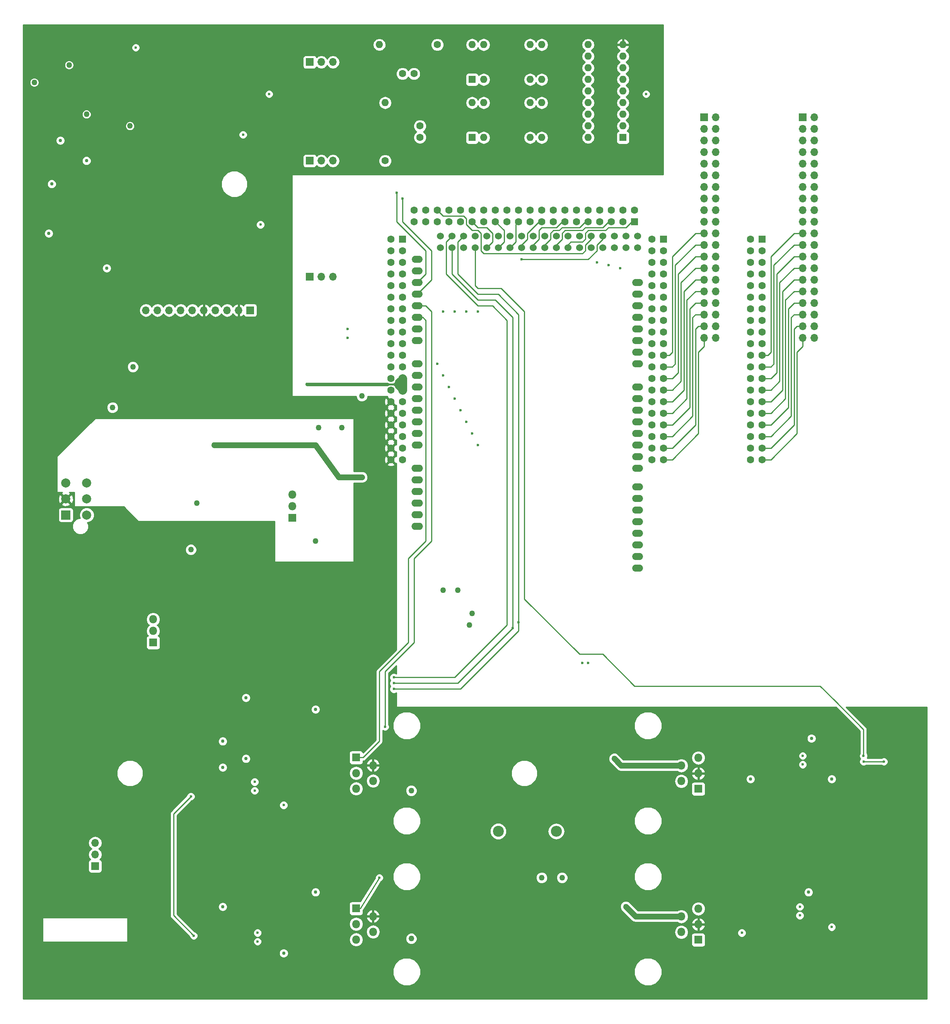
<source format=gbr>
G04 #@! TF.FileFunction,Copper,L2,Inr,Signal*
%FSLAX46Y46*%
G04 Gerber Fmt 4.6, Leading zero omitted, Abs format (unit mm)*
G04 Created by KiCad (PCBNEW 4.0.6) date 07/21/17 01:23:24*
%MOMM*%
%LPD*%
G01*
G04 APERTURE LIST*
%ADD10C,0.100000*%
%ADD11O,2.400000X1.524000*%
%ADD12O,2.540000X1.524000*%
%ADD13C,1.524000*%
%ADD14R,1.600200X1.600200*%
%ADD15C,1.600200*%
%ADD16R,1.700000X1.700000*%
%ADD17O,1.700000X1.700000*%
%ADD18R,2.000000X2.000000*%
%ADD19C,2.000000*%
%ADD20C,1.600000*%
%ADD21O,1.600000X1.600000*%
%ADD22C,2.400000*%
%ADD23O,2.400000X2.400000*%
%ADD24R,1.800000X1.800000*%
%ADD25O,1.800000X1.800000*%
%ADD26R,1.600000X1.600000*%
%ADD27C,0.762000*%
%ADD28C,1.270000*%
%ADD29C,0.600000*%
%ADD30C,0.635000*%
%ADD31C,0.381000*%
%ADD32C,0.762000*%
%ADD33C,1.905000*%
%ADD34C,0.508000*%
%ADD35C,1.270000*%
%ADD36C,0.254000*%
G04 APERTURE END LIST*
D10*
D11*
X144145000Y-92075000D03*
X144145000Y-89535000D03*
X144145000Y-86995000D03*
X144145000Y-84455000D03*
X144145000Y-81915000D03*
X144145000Y-79375000D03*
X144145000Y-76835000D03*
X144145000Y-74295000D03*
X95885000Y-69215000D03*
X95885000Y-71755000D03*
X95885000Y-74295000D03*
X95885000Y-76835000D03*
X95885000Y-86995000D03*
X95885000Y-92075000D03*
X95885000Y-94615000D03*
X95885000Y-84455000D03*
X95885000Y-81915000D03*
X95885000Y-79375000D03*
X95885000Y-97155000D03*
X95885000Y-99695000D03*
X95885000Y-102235000D03*
X95885000Y-109855000D03*
X95885000Y-107315000D03*
X95885000Y-104775000D03*
D12*
X95885000Y-114935000D03*
X95885000Y-117475000D03*
X95885000Y-120015000D03*
X95885000Y-125095000D03*
X95885000Y-127635000D03*
D11*
X144145000Y-97155000D03*
X144145000Y-99695000D03*
X144145000Y-102235000D03*
X144145000Y-104775000D03*
X144145000Y-107315000D03*
X144145000Y-109855000D03*
X144145000Y-112395000D03*
X144145000Y-114935000D03*
X144145000Y-118999000D03*
X144145000Y-121539000D03*
X144145000Y-124079000D03*
X144145000Y-126619000D03*
X144145000Y-129159000D03*
X144145000Y-131699000D03*
X144145000Y-134239000D03*
X144145000Y-136779000D03*
D12*
X95885000Y-122555000D03*
D13*
X141605000Y-66675000D03*
X141605000Y-64135000D03*
X139065000Y-66675000D03*
X139065000Y-64135000D03*
X136525000Y-66675000D03*
X136525000Y-64135000D03*
X133985000Y-66675000D03*
X133985000Y-64135000D03*
X144145000Y-66675000D03*
X144145000Y-64135000D03*
X131445000Y-64135000D03*
X131445000Y-66675000D03*
X128905000Y-66675000D03*
X128905000Y-64135000D03*
X126365000Y-66675000D03*
X126365000Y-64135000D03*
X123825000Y-66675000D03*
X123825000Y-64135000D03*
X121285000Y-66675000D03*
X121285000Y-64135000D03*
X118745000Y-66675000D03*
X118745000Y-64135000D03*
X116205000Y-66675000D03*
X116205000Y-64135000D03*
X113665000Y-66675000D03*
X113665000Y-64135000D03*
X111125000Y-66675000D03*
X111125000Y-64135000D03*
X108585000Y-66675000D03*
X108585000Y-64135000D03*
X106045000Y-66675000D03*
X106045000Y-64135000D03*
X103505000Y-66675000D03*
X103505000Y-64135000D03*
X100965000Y-66675000D03*
X100965000Y-64135000D03*
D14*
X92710000Y-64770000D03*
D15*
X90170000Y-64770000D03*
X92710000Y-67310000D03*
X90170000Y-67310000D03*
X92710000Y-69850000D03*
X90170000Y-69850000D03*
X92710000Y-72390000D03*
X90170000Y-72390000D03*
X92710000Y-74930000D03*
X90170000Y-74930000D03*
X92710000Y-77470000D03*
X90170000Y-77470000D03*
X92710000Y-80010000D03*
X90170000Y-80010000D03*
X92710000Y-82550000D03*
X90170000Y-82550000D03*
X92710000Y-85090000D03*
X90170000Y-85090000D03*
X92710000Y-87630000D03*
X90170000Y-87630000D03*
X92710000Y-90170000D03*
X90170000Y-90170000D03*
X92710000Y-92710000D03*
X90170000Y-92710000D03*
X92710000Y-95250000D03*
X90170000Y-95250000D03*
X92710000Y-97790000D03*
X90170000Y-97790000D03*
X92710000Y-100330000D03*
X90170000Y-100330000D03*
X92710000Y-102870000D03*
X90170000Y-102870000D03*
X92710000Y-105410000D03*
X90170000Y-105410000D03*
X92710000Y-107950000D03*
X90170000Y-107950000D03*
X92710000Y-110490000D03*
X90170000Y-110490000D03*
X92710000Y-113030000D03*
X90170000Y-113030000D03*
D14*
X143510000Y-60960000D03*
D15*
X143510000Y-58420000D03*
X140970000Y-60960000D03*
X140970000Y-58420000D03*
X138430000Y-60960000D03*
X138430000Y-58420000D03*
X135890000Y-60960000D03*
X135890000Y-58420000D03*
X133350000Y-60960000D03*
X133350000Y-58420000D03*
X130810000Y-60960000D03*
X130810000Y-58420000D03*
X128270000Y-60960000D03*
X128270000Y-58420000D03*
X125730000Y-60960000D03*
X125730000Y-58420000D03*
X123190000Y-60960000D03*
X123190000Y-58420000D03*
X120650000Y-60960000D03*
X120650000Y-58420000D03*
X118110000Y-60960000D03*
X118110000Y-58420000D03*
X115570000Y-60960000D03*
X115570000Y-58420000D03*
X113030000Y-60960000D03*
X113030000Y-58420000D03*
X110490000Y-60960000D03*
X110490000Y-58420000D03*
X107950000Y-60960000D03*
X107950000Y-58420000D03*
X105410000Y-60960000D03*
X105410000Y-58420000D03*
X102870000Y-60960000D03*
X102870000Y-58420000D03*
X100330000Y-60960000D03*
X100330000Y-58420000D03*
X97790000Y-60960000D03*
X97790000Y-58420000D03*
X95250000Y-60960000D03*
X95250000Y-58420000D03*
D14*
X149860000Y-64770000D03*
D15*
X147320000Y-64770000D03*
X149860000Y-67310000D03*
X147320000Y-67310000D03*
X149860000Y-69850000D03*
X147320000Y-69850000D03*
X149860000Y-72390000D03*
X147320000Y-72390000D03*
X149860000Y-74930000D03*
X147320000Y-74930000D03*
X149860000Y-77470000D03*
X147320000Y-77470000D03*
X149860000Y-80010000D03*
X147320000Y-80010000D03*
X149860000Y-82550000D03*
X147320000Y-82550000D03*
X149860000Y-85090000D03*
X147320000Y-85090000D03*
X149860000Y-87630000D03*
X147320000Y-87630000D03*
X149860000Y-90170000D03*
X147320000Y-90170000D03*
X149860000Y-92710000D03*
X147320000Y-92710000D03*
X149860000Y-95250000D03*
X147320000Y-95250000D03*
X149860000Y-97790000D03*
X147320000Y-97790000D03*
X149860000Y-100330000D03*
X147320000Y-100330000D03*
X149860000Y-102870000D03*
X147320000Y-102870000D03*
X149860000Y-105410000D03*
X147320000Y-105410000D03*
X149860000Y-107950000D03*
X147320000Y-107950000D03*
X149860000Y-110490000D03*
X147320000Y-110490000D03*
X149860000Y-113030000D03*
X147320000Y-113030000D03*
D14*
X171450000Y-64770000D03*
D15*
X168910000Y-64770000D03*
X171450000Y-67310000D03*
X168910000Y-67310000D03*
X171450000Y-69850000D03*
X168910000Y-69850000D03*
X171450000Y-72390000D03*
X168910000Y-72390000D03*
X171450000Y-74930000D03*
X168910000Y-74930000D03*
X171450000Y-77470000D03*
X168910000Y-77470000D03*
X171450000Y-80010000D03*
X168910000Y-80010000D03*
X171450000Y-82550000D03*
X168910000Y-82550000D03*
X171450000Y-85090000D03*
X168910000Y-85090000D03*
X171450000Y-87630000D03*
X168910000Y-87630000D03*
X171450000Y-90170000D03*
X168910000Y-90170000D03*
X171450000Y-92710000D03*
X168910000Y-92710000D03*
X171450000Y-95250000D03*
X168910000Y-95250000D03*
X171450000Y-97790000D03*
X168910000Y-97790000D03*
X171450000Y-100330000D03*
X168910000Y-100330000D03*
X171450000Y-102870000D03*
X168910000Y-102870000D03*
X171450000Y-105410000D03*
X168910000Y-105410000D03*
X171450000Y-107950000D03*
X168910000Y-107950000D03*
X171450000Y-110490000D03*
X168910000Y-110490000D03*
X171450000Y-113030000D03*
X168910000Y-113030000D03*
D16*
X72390000Y-47625000D03*
D17*
X74930000Y-47625000D03*
X77470000Y-47625000D03*
D16*
X158750000Y-38100000D03*
D17*
X161290000Y-38100000D03*
X158750000Y-40640000D03*
X161290000Y-40640000D03*
X158750000Y-43180000D03*
X161290000Y-43180000D03*
X158750000Y-45720000D03*
X161290000Y-45720000D03*
X158750000Y-48260000D03*
X161290000Y-48260000D03*
X158750000Y-50800000D03*
X161290000Y-50800000D03*
X158750000Y-53340000D03*
X161290000Y-53340000D03*
X158750000Y-55880000D03*
X161290000Y-55880000D03*
X158750000Y-58420000D03*
X161290000Y-58420000D03*
X158750000Y-60960000D03*
X161290000Y-60960000D03*
X158750000Y-63500000D03*
X161290000Y-63500000D03*
X158750000Y-66040000D03*
X161290000Y-66040000D03*
X158750000Y-68580000D03*
X161290000Y-68580000D03*
X158750000Y-71120000D03*
X161290000Y-71120000D03*
X158750000Y-73660000D03*
X161290000Y-73660000D03*
X158750000Y-76200000D03*
X161290000Y-76200000D03*
X158750000Y-78740000D03*
X161290000Y-78740000D03*
X158750000Y-81280000D03*
X161290000Y-81280000D03*
X158750000Y-83820000D03*
X161290000Y-83820000D03*
X158750000Y-86360000D03*
X161290000Y-86360000D03*
D18*
X18972500Y-125102500D03*
D19*
X18972500Y-121602500D03*
X18972500Y-118102500D03*
X23572500Y-125102500D03*
X23572500Y-121602500D03*
X23572500Y-118102500D03*
D20*
X96520000Y-40005000D03*
X96520000Y-42505000D03*
X92710000Y-28575000D03*
X95210000Y-28575000D03*
D16*
X59372500Y-80327500D03*
D17*
X56832500Y-80327500D03*
X54292500Y-80327500D03*
X51752500Y-80327500D03*
X49212500Y-80327500D03*
X46672500Y-80327500D03*
X44132500Y-80327500D03*
X41592500Y-80327500D03*
X39052500Y-80327500D03*
X36512500Y-80327500D03*
D16*
X25400000Y-201930000D03*
D17*
X25400000Y-199390000D03*
X25400000Y-196850000D03*
D20*
X88900000Y-47625000D03*
D21*
X88900000Y-34925000D03*
D20*
X100330000Y-22225000D03*
D21*
X87630000Y-22225000D03*
D22*
X113665000Y-194310000D03*
D23*
X126365000Y-194310000D03*
D24*
X68580000Y-125730000D03*
D25*
X68580000Y-123190000D03*
X68580000Y-120650000D03*
D24*
X38100000Y-153035000D03*
D25*
X38100000Y-150495000D03*
X38100000Y-147955000D03*
D26*
X140970000Y-42545000D03*
D21*
X133350000Y-22225000D03*
X140970000Y-40005000D03*
X133350000Y-24765000D03*
X140970000Y-37465000D03*
X133350000Y-27305000D03*
X140970000Y-34925000D03*
X133350000Y-29845000D03*
X140970000Y-32385000D03*
X133350000Y-32385000D03*
X140970000Y-29845000D03*
X133350000Y-34925000D03*
X140970000Y-27305000D03*
X133350000Y-37465000D03*
X140970000Y-24765000D03*
X133350000Y-40005000D03*
X140970000Y-22225000D03*
X133350000Y-42545000D03*
D26*
X107950000Y-42545000D03*
D21*
X123190000Y-34925000D03*
X110490000Y-42545000D03*
X120650000Y-34925000D03*
X120650000Y-42545000D03*
X110490000Y-34925000D03*
X123190000Y-42545000D03*
X107950000Y-34925000D03*
D26*
X107950000Y-29845000D03*
D21*
X123190000Y-22225000D03*
X110490000Y-29845000D03*
X120650000Y-22225000D03*
X120650000Y-29845000D03*
X110490000Y-22225000D03*
X123190000Y-29845000D03*
X107950000Y-22225000D03*
D16*
X72390000Y-73025000D03*
D17*
X74930000Y-73025000D03*
X77470000Y-73025000D03*
D16*
X72390000Y-26035000D03*
D17*
X74930000Y-26035000D03*
X77470000Y-26035000D03*
D16*
X180340000Y-38100000D03*
D17*
X182880000Y-38100000D03*
X180340000Y-40640000D03*
X182880000Y-40640000D03*
X180340000Y-43180000D03*
X182880000Y-43180000D03*
X180340000Y-45720000D03*
X182880000Y-45720000D03*
X180340000Y-48260000D03*
X182880000Y-48260000D03*
X180340000Y-50800000D03*
X182880000Y-50800000D03*
X180340000Y-53340000D03*
X182880000Y-53340000D03*
X180340000Y-55880000D03*
X182880000Y-55880000D03*
X180340000Y-58420000D03*
X182880000Y-58420000D03*
X180340000Y-60960000D03*
X182880000Y-60960000D03*
X180340000Y-63500000D03*
X182880000Y-63500000D03*
X180340000Y-66040000D03*
X182880000Y-66040000D03*
X180340000Y-68580000D03*
X182880000Y-68580000D03*
X180340000Y-71120000D03*
X182880000Y-71120000D03*
X180340000Y-73660000D03*
X182880000Y-73660000D03*
X180340000Y-76200000D03*
X182880000Y-76200000D03*
X180340000Y-78740000D03*
X182880000Y-78740000D03*
X180340000Y-81280000D03*
X182880000Y-81280000D03*
X180340000Y-83820000D03*
X182880000Y-83820000D03*
X180340000Y-86360000D03*
X182880000Y-86360000D03*
D24*
X82550000Y-178181000D03*
D25*
X86250000Y-179881000D03*
X82550000Y-181581000D03*
X86250000Y-183281000D03*
X82550000Y-184981000D03*
D24*
X82550000Y-211201000D03*
D25*
X86250000Y-212901000D03*
X82550000Y-214601000D03*
X86250000Y-216301000D03*
X82550000Y-218001000D03*
D24*
X157480000Y-218059000D03*
D25*
X153780000Y-216359000D03*
X157480000Y-214659000D03*
X153780000Y-212959000D03*
X157480000Y-211259000D03*
D24*
X157480000Y-185039000D03*
D25*
X153780000Y-183339000D03*
X157480000Y-181639000D03*
X153780000Y-179939000D03*
X157480000Y-178239000D03*
D27*
X58420000Y-165100000D03*
X73660000Y-207645000D03*
X71755000Y-96520000D03*
D28*
X23495000Y-37465000D03*
D27*
X23495000Y-47625000D03*
X27940000Y-71120000D03*
D28*
X47625000Y-122555000D03*
D29*
X167005000Y-216535000D03*
D27*
X168910000Y-182880000D03*
X58420000Y-178435000D03*
D29*
X137160000Y-205105000D03*
X83820000Y-133350000D03*
X168910000Y-195580000D03*
X167005000Y-227965000D03*
X63500000Y-206375000D03*
X44450000Y-61595000D03*
X43815000Y-45720000D03*
X36195000Y-26035000D03*
X74930000Y-152400000D03*
X161290000Y-170180000D03*
X193675000Y-213360000D03*
X191770000Y-182245000D03*
X48895000Y-213360000D03*
X69850000Y-229235000D03*
X69850000Y-196215000D03*
X63500000Y-168910000D03*
X46355000Y-168275000D03*
X20320000Y-69215000D03*
X17145000Y-53975000D03*
X24130000Y-40005000D03*
X15875000Y-20955000D03*
D28*
X30480000Y-158750000D03*
X60325000Y-129540000D03*
X83820000Y-99060000D03*
D27*
X15875000Y-52705000D03*
D28*
X12065000Y-30480000D03*
D27*
X17780000Y-43180000D03*
X15240000Y-63500000D03*
D28*
X46355000Y-132715000D03*
D27*
X73660000Y-167640000D03*
X182245000Y-173990000D03*
X181610000Y-207645000D03*
D29*
X66675000Y-188595000D03*
D27*
X66675000Y-220980000D03*
X53340000Y-174625000D03*
D28*
X83820000Y-116840000D03*
D29*
X146050000Y-33020000D03*
D27*
X53340000Y-210820000D03*
D28*
X51435000Y-109855000D03*
D27*
X186690000Y-182880000D03*
D29*
X186690000Y-215265000D03*
D27*
X53340000Y-180340000D03*
D28*
X94615000Y-185420000D03*
X79375000Y-106045000D03*
X101600000Y-141605000D03*
D29*
X60325000Y-185420000D03*
D28*
X94615000Y-217805000D03*
X104775000Y-141605000D03*
D29*
X60960000Y-218440000D03*
D28*
X107315000Y-149225000D03*
X74295000Y-106045000D03*
X141605000Y-210820000D03*
D29*
X179705000Y-212725000D03*
D28*
X107950000Y-146685000D03*
X139065000Y-178435000D03*
D29*
X180340000Y-179705000D03*
D28*
X19685000Y-26670000D03*
X33655000Y-92710000D03*
X33020000Y-40005000D03*
X73660000Y-130810000D03*
X29210000Y-101600000D03*
D29*
X34290000Y-22860000D03*
X63500000Y-33020000D03*
X57785000Y-41910000D03*
X61595000Y-61595000D03*
X92710000Y-55880000D03*
X91440000Y-54610000D03*
X137795000Y-70485000D03*
X118110000Y-148590000D03*
X90805000Y-163195000D03*
X140335000Y-71120000D03*
X116840000Y-149860000D03*
X193675000Y-179070000D03*
X198120000Y-179070000D03*
X90805000Y-161925000D03*
X46355000Y-186690000D03*
X46990000Y-217170000D03*
X90805000Y-160655000D03*
X193662300Y-177787300D03*
X109220000Y-109855000D03*
X109220000Y-80645000D03*
X107950000Y-107315000D03*
X106680000Y-104775000D03*
X106680000Y-80645000D03*
X105410000Y-102235000D03*
X104140000Y-99695000D03*
X104140000Y-80645000D03*
X102870000Y-97155000D03*
X101600000Y-94615000D03*
X101600000Y-80645000D03*
X100330000Y-92075000D03*
X118745000Y-69215000D03*
X80645000Y-84455000D03*
X80645000Y-86360000D03*
X133350000Y-157480000D03*
X132080000Y-157480000D03*
X88900000Y-171450000D03*
X87630000Y-204470000D03*
D28*
X127635000Y-204470000D03*
X123190000Y-204470000D03*
D29*
X60325000Y-183515000D03*
X60960000Y-216535000D03*
X180340000Y-177800000D03*
X179705000Y-210820000D03*
X135255000Y-69850000D03*
D30*
X92075000Y-95250000D02*
X91440000Y-95885000D01*
D31*
X91440000Y-95885000D02*
X90805000Y-96520000D01*
D30*
X92075000Y-95250000D02*
X92710000Y-95250000D01*
X92075000Y-97790000D02*
X91440000Y-97155000D01*
D31*
X91440000Y-97155000D02*
X90805000Y-96520000D01*
D30*
X92075000Y-97790000D02*
X92710000Y-97790000D01*
D32*
X91440000Y-96520000D02*
X92710000Y-97790000D01*
X91440000Y-96520000D02*
X92710000Y-95250000D01*
D33*
X92710000Y-95250000D02*
X92710000Y-97790000D01*
D34*
X92710000Y-96520000D02*
X92075000Y-96520000D01*
D32*
X72263000Y-96520000D02*
X89408000Y-96520000D01*
X71755000Y-96520000D02*
X72263000Y-96520000D01*
D31*
X90805000Y-96520000D02*
X89408000Y-96520000D01*
D34*
X92075000Y-96520000D02*
X91440000Y-96520000D01*
X91440000Y-96520000D02*
X90805000Y-96520000D01*
D35*
X73660000Y-109855000D02*
X78740000Y-116840000D01*
X51435000Y-109855000D02*
X73660000Y-109855000D01*
X78740000Y-116840000D02*
X83820000Y-116840000D01*
X153780000Y-212959000D02*
X143744000Y-212959000D01*
X143744000Y-212959000D02*
X141605000Y-210820000D01*
X153780000Y-179939000D02*
X140569000Y-179939000D01*
X140569000Y-179939000D02*
X139065000Y-178435000D01*
D36*
X158750000Y-86360000D02*
X158750000Y-88265000D01*
X151765000Y-113030000D02*
X149860000Y-113030000D01*
X157480000Y-107315000D02*
X151765000Y-113030000D01*
X157480000Y-89535000D02*
X157480000Y-107315000D01*
X158750000Y-88265000D02*
X157480000Y-89535000D01*
X158750000Y-73660000D02*
X156845000Y-73660000D01*
X151765000Y-100330000D02*
X149860000Y-100330000D01*
X154305000Y-97790000D02*
X151765000Y-100330000D01*
X154305000Y-76200000D02*
X154305000Y-97790000D01*
X156845000Y-73660000D02*
X154305000Y-76200000D01*
X149860000Y-90170000D02*
X151130000Y-90170000D01*
X156845000Y-63500000D02*
X158750000Y-63500000D01*
X151765000Y-68580000D02*
X156845000Y-63500000D01*
X151765000Y-89535000D02*
X151765000Y-68580000D01*
X151130000Y-90170000D02*
X151765000Y-89535000D01*
X149860000Y-92710000D02*
X151765000Y-92710000D01*
X156845000Y-66040000D02*
X158750000Y-66040000D01*
X152400000Y-70485000D02*
X156845000Y-66040000D01*
X152400000Y-92075000D02*
X152400000Y-70485000D01*
X151765000Y-92710000D02*
X152400000Y-92075000D01*
X158750000Y-68580000D02*
X156845000Y-68580000D01*
X151765000Y-95250000D02*
X149860000Y-95250000D01*
X153035000Y-93980000D02*
X151765000Y-95250000D01*
X153035000Y-72390000D02*
X153035000Y-93980000D01*
X156845000Y-68580000D02*
X153035000Y-72390000D01*
X149860000Y-97790000D02*
X151765000Y-97790000D01*
X156845000Y-71120000D02*
X158750000Y-71120000D01*
X153670000Y-74295000D02*
X156845000Y-71120000D01*
X153670000Y-95885000D02*
X153670000Y-74295000D01*
X151765000Y-97790000D02*
X153670000Y-95885000D01*
X149860000Y-102870000D02*
X151765000Y-102870000D01*
X156845000Y-76200000D02*
X158750000Y-76200000D01*
X154940000Y-78105000D02*
X156845000Y-76200000D01*
X154940000Y-99695000D02*
X154940000Y-78105000D01*
X151765000Y-102870000D02*
X154940000Y-99695000D01*
X158750000Y-78740000D02*
X156845000Y-78740000D01*
X151765000Y-105410000D02*
X149860000Y-105410000D01*
X155575000Y-101600000D02*
X151765000Y-105410000D01*
X155575000Y-80010000D02*
X155575000Y-101600000D01*
X156845000Y-78740000D02*
X155575000Y-80010000D01*
X158750000Y-81280000D02*
X156845000Y-81280000D01*
X151765000Y-107950000D02*
X149860000Y-107950000D01*
X156210000Y-103505000D02*
X151765000Y-107950000D01*
X156210000Y-81915000D02*
X156210000Y-103505000D01*
X156845000Y-81280000D02*
X156210000Y-81915000D01*
X149860000Y-110490000D02*
X151765000Y-110490000D01*
X157480000Y-83820000D02*
X158750000Y-83820000D01*
X156845000Y-84455000D02*
X157480000Y-83820000D01*
X156845000Y-105410000D02*
X156845000Y-84455000D01*
X151765000Y-110490000D02*
X156845000Y-105410000D01*
X180340000Y-86360000D02*
X180340000Y-88265000D01*
X173355000Y-113030000D02*
X171450000Y-113030000D01*
X179070000Y-107315000D02*
X173355000Y-113030000D01*
X179070000Y-89535000D02*
X179070000Y-107315000D01*
X180340000Y-88265000D02*
X179070000Y-89535000D01*
X171450000Y-100330000D02*
X173355000Y-100330000D01*
X178435000Y-73660000D02*
X180340000Y-73660000D01*
X175895000Y-76200000D02*
X178435000Y-73660000D01*
X175895000Y-97790000D02*
X175895000Y-76200000D01*
X173355000Y-100330000D02*
X175895000Y-97790000D01*
X171450000Y-90170000D02*
X172720000Y-90170000D01*
X178435000Y-63500000D02*
X180340000Y-63500000D01*
X173355000Y-68580000D02*
X178435000Y-63500000D01*
X173355000Y-89535000D02*
X173355000Y-68580000D01*
X172720000Y-90170000D02*
X173355000Y-89535000D01*
X180340000Y-66040000D02*
X178435000Y-66040000D01*
X173355000Y-92710000D02*
X171450000Y-92710000D01*
X173990000Y-92075000D02*
X173355000Y-92710000D01*
X173990000Y-70485000D02*
X173990000Y-92075000D01*
X178435000Y-66040000D02*
X173990000Y-70485000D01*
X171450000Y-95250000D02*
X173355000Y-95250000D01*
X178435000Y-68580000D02*
X180340000Y-68580000D01*
X174625000Y-72390000D02*
X178435000Y-68580000D01*
X174625000Y-93980000D02*
X174625000Y-72390000D01*
X173355000Y-95250000D02*
X174625000Y-93980000D01*
X180340000Y-71120000D02*
X178435000Y-71120000D01*
X173355000Y-97790000D02*
X171450000Y-97790000D01*
X175260000Y-95885000D02*
X173355000Y-97790000D01*
X175260000Y-74295000D02*
X175260000Y-95885000D01*
X178435000Y-71120000D02*
X175260000Y-74295000D01*
X180340000Y-76200000D02*
X178435000Y-76200000D01*
X173355000Y-102870000D02*
X171450000Y-102870000D01*
X176530000Y-99695000D02*
X173355000Y-102870000D01*
X176530000Y-78105000D02*
X176530000Y-99695000D01*
X178435000Y-76200000D02*
X176530000Y-78105000D01*
X171450000Y-105410000D02*
X173355000Y-105410000D01*
X178435000Y-78740000D02*
X180340000Y-78740000D01*
X177165000Y-80010000D02*
X178435000Y-78740000D01*
X177165000Y-101600000D02*
X177165000Y-80010000D01*
X173355000Y-105410000D02*
X177165000Y-101600000D01*
X180340000Y-81280000D02*
X178435000Y-81280000D01*
X173355000Y-107950000D02*
X171450000Y-107950000D01*
X177800000Y-103505000D02*
X173355000Y-107950000D01*
X177800000Y-81915000D02*
X177800000Y-103505000D01*
X178435000Y-81280000D02*
X177800000Y-81915000D01*
X171450000Y-110490000D02*
X173355000Y-110490000D01*
X179070000Y-83820000D02*
X180340000Y-83820000D01*
X178435000Y-84455000D02*
X179070000Y-83820000D01*
X178435000Y-105410000D02*
X178435000Y-84455000D01*
X173355000Y-110490000D02*
X178435000Y-105410000D01*
X99060000Y-73660000D02*
X99060000Y-67310000D01*
X99060000Y-67310000D02*
X92710000Y-60960000D01*
X92710000Y-60960000D02*
X92710000Y-55880000D01*
X99060000Y-73660000D02*
X95885000Y-76835000D01*
X97790000Y-72390000D02*
X97790000Y-67310000D01*
X97790000Y-67310000D02*
X91440000Y-60960000D01*
X91440000Y-60960000D02*
X91440000Y-54610000D01*
X95885000Y-74295000D02*
X97790000Y-72390000D01*
X118110000Y-114935000D02*
X118110000Y-148590000D01*
X118110000Y-148590000D02*
X118110000Y-150495000D01*
X104775000Y-72390000D02*
X109220000Y-76835000D01*
X109220000Y-76835000D02*
X113665000Y-76835000D01*
X113665000Y-76835000D02*
X118110000Y-81280000D01*
X118110000Y-81280000D02*
X118110000Y-114935000D01*
X106045000Y-64135000D02*
X104775000Y-65405000D01*
X104775000Y-65405000D02*
X104775000Y-69850000D01*
X104775000Y-69850000D02*
X104775000Y-72390000D01*
X105410000Y-163195000D02*
X90805000Y-163195000D01*
X118110000Y-150495000D02*
X105410000Y-163195000D01*
X198120000Y-179070000D02*
X193675000Y-179070000D01*
X116840000Y-114935000D02*
X116840000Y-149860000D01*
X103505000Y-69850000D02*
X103505000Y-72390000D01*
X103505000Y-66675000D02*
X103505000Y-69850000D01*
X116840000Y-81915000D02*
X116840000Y-114935000D01*
X113030000Y-78105000D02*
X116840000Y-81915000D01*
X109220000Y-78105000D02*
X113030000Y-78105000D01*
X103505000Y-72390000D02*
X109220000Y-78105000D01*
X104775000Y-161925000D02*
X90805000Y-161925000D01*
X116840000Y-149860000D02*
X104775000Y-161925000D01*
X42545000Y-190500000D02*
X46355000Y-186690000D01*
X42545000Y-212725000D02*
X42545000Y-190500000D01*
X46990000Y-217170000D02*
X42545000Y-212725000D01*
X115570000Y-114935000D02*
X115570000Y-149225000D01*
X102235000Y-72390000D02*
X109220000Y-79375000D01*
X109220000Y-79375000D02*
X112395000Y-79375000D01*
X112395000Y-79375000D02*
X115570000Y-82550000D01*
X115570000Y-82550000D02*
X115570000Y-114935000D01*
X102235000Y-65405000D02*
X103505000Y-64135000D01*
X102235000Y-65405000D02*
X102235000Y-69850000D01*
X102235000Y-69850000D02*
X102235000Y-72390000D01*
X115570000Y-149225000D02*
X104140000Y-160655000D01*
X104140000Y-160655000D02*
X90805000Y-160655000D01*
X108585000Y-66675000D02*
X108585000Y-74930000D01*
X131445000Y-155575000D02*
X136525000Y-155575000D01*
X119380000Y-143510000D02*
X131445000Y-155575000D01*
X193662300Y-172072300D02*
X193662300Y-177787300D01*
X193662300Y-172072300D02*
X187325000Y-165735000D01*
X184150000Y-162560000D02*
X187325000Y-165735000D01*
X143510000Y-162560000D02*
X184150000Y-162560000D01*
X136525000Y-155575000D02*
X143510000Y-162560000D01*
X119380000Y-80645000D02*
X119380000Y-143510000D01*
X114300000Y-75565000D02*
X119380000Y-80645000D01*
X109220000Y-75565000D02*
X114300000Y-75565000D01*
X108585000Y-74930000D02*
X109220000Y-75565000D01*
X128905000Y-66675000D02*
X128905000Y-66040000D01*
X128905000Y-66040000D02*
X129540000Y-65405000D01*
X129540000Y-65405000D02*
X132080000Y-65405000D01*
X132080000Y-65405000D02*
X132715000Y-64770000D01*
X132715000Y-64770000D02*
X132715000Y-63500000D01*
X132715000Y-63500000D02*
X133350000Y-62865000D01*
X133350000Y-62865000D02*
X137160000Y-62865000D01*
X137160000Y-62865000D02*
X137795000Y-62230000D01*
X137795000Y-62230000D02*
X141605000Y-62230000D01*
X141605000Y-62230000D02*
X142875000Y-60960000D01*
X142875000Y-60960000D02*
X143510000Y-60960000D01*
X126365000Y-66675000D02*
X126365000Y-66040000D01*
X126365000Y-66040000D02*
X127635000Y-64770000D01*
X127635000Y-64770000D02*
X127635000Y-63500000D01*
X127635000Y-63500000D02*
X128270000Y-62865000D01*
X128270000Y-62865000D02*
X132080000Y-62865000D01*
X132080000Y-62865000D02*
X132715000Y-62230000D01*
X132715000Y-62230000D02*
X136525000Y-62230000D01*
X136525000Y-62230000D02*
X137795000Y-60960000D01*
X137795000Y-60960000D02*
X138430000Y-60960000D01*
X123825000Y-66675000D02*
X123825000Y-66040000D01*
X123825000Y-66040000D02*
X125095000Y-64770000D01*
X125095000Y-64770000D02*
X125095000Y-63500000D01*
X125095000Y-63500000D02*
X125730000Y-62865000D01*
X125730000Y-62865000D02*
X127000000Y-62865000D01*
X127000000Y-62865000D02*
X127635000Y-62230000D01*
X127635000Y-62230000D02*
X131445000Y-62230000D01*
X131445000Y-62230000D02*
X132715000Y-60960000D01*
X132715000Y-60960000D02*
X133350000Y-60960000D01*
X121285000Y-66675000D02*
X121285000Y-66040000D01*
X121285000Y-66040000D02*
X122555000Y-64770000D01*
X122555000Y-64770000D02*
X122555000Y-62865000D01*
X122555000Y-62865000D02*
X123190000Y-62230000D01*
X123190000Y-62230000D02*
X126365000Y-62230000D01*
X126365000Y-62230000D02*
X127635000Y-60960000D01*
X127635000Y-60960000D02*
X128270000Y-60960000D01*
X118745000Y-66675000D02*
X118745000Y-66040000D01*
X118745000Y-66040000D02*
X120015000Y-64770000D01*
X120015000Y-64770000D02*
X120015000Y-63500000D01*
X120015000Y-63500000D02*
X122555000Y-60960000D01*
X122555000Y-60960000D02*
X123190000Y-60960000D01*
X116205000Y-66675000D02*
X117475000Y-65405000D01*
X117475000Y-61595000D02*
X118110000Y-60960000D01*
X117475000Y-65405000D02*
X117475000Y-61595000D01*
X113665000Y-66675000D02*
X114935000Y-65405000D01*
X114935000Y-62865000D02*
X113030000Y-60960000D01*
X114935000Y-65405000D02*
X114935000Y-62865000D01*
X111125000Y-66675000D02*
X112395000Y-65405000D01*
X109220000Y-62230000D02*
X107950000Y-60960000D01*
X111125000Y-62230000D02*
X109220000Y-62230000D01*
X112395000Y-63500000D02*
X111125000Y-62230000D01*
X112395000Y-65405000D02*
X112395000Y-63500000D01*
X136525000Y-64135000D02*
X136525000Y-64770000D01*
X136525000Y-64770000D02*
X135255000Y-66040000D01*
X135255000Y-66040000D02*
X135255000Y-67310000D01*
X135255000Y-67310000D02*
X133350000Y-69215000D01*
X133350000Y-69215000D02*
X118745000Y-69215000D01*
X133985000Y-64135000D02*
X133985000Y-64770000D01*
X133985000Y-64770000D02*
X132715000Y-66040000D01*
X132715000Y-66040000D02*
X132715000Y-67310000D01*
X132715000Y-67310000D02*
X132080000Y-67945000D01*
X132080000Y-67945000D02*
X110490000Y-67945000D01*
X110490000Y-67945000D02*
X109855000Y-67310000D01*
X109855000Y-67310000D02*
X109855000Y-63500000D01*
X109855000Y-63500000D02*
X109220000Y-62865000D01*
X109220000Y-62865000D02*
X107950000Y-62865000D01*
X107950000Y-62865000D02*
X106680000Y-61595000D01*
X106680000Y-61595000D02*
X106680000Y-60325000D01*
X106680000Y-60325000D02*
X106045000Y-59690000D01*
X106045000Y-59690000D02*
X101600000Y-59690000D01*
X101600000Y-59690000D02*
X100330000Y-58420000D01*
X99060000Y-81915000D02*
X99060000Y-80645000D01*
X99060000Y-81915000D02*
X99060000Y-130810000D01*
X99060000Y-130810000D02*
X95250000Y-134620000D01*
X95250000Y-134620000D02*
X95250000Y-153035000D01*
X95250000Y-153035000D02*
X88900000Y-159385000D01*
X88900000Y-159385000D02*
X88900000Y-171450000D01*
X83439000Y-211201000D02*
X87630000Y-204470000D01*
X97790000Y-79375000D02*
X95885000Y-79375000D01*
X99060000Y-80645000D02*
X97790000Y-79375000D01*
X83439000Y-211201000D02*
X82550000Y-211201000D01*
X82550000Y-178181000D02*
X84074000Y-178181000D01*
X97155000Y-81915000D02*
X95885000Y-81915000D01*
X97790000Y-82550000D02*
X97155000Y-81915000D01*
X97790000Y-130810000D02*
X97790000Y-82550000D01*
X93980000Y-134620000D02*
X97790000Y-130810000D01*
X93980000Y-153035000D02*
X93980000Y-134620000D01*
X87630000Y-159385000D02*
X93980000Y-153035000D01*
X87630000Y-174625000D02*
X87630000Y-159385000D01*
X84074000Y-178181000D02*
X87630000Y-174625000D01*
G36*
X149733000Y-50673000D02*
X68580000Y-50673000D01*
X68530590Y-50683006D01*
X68488965Y-50711447D01*
X68461685Y-50753841D01*
X68453000Y-50800000D01*
X68453000Y-99060000D01*
X68463006Y-99109410D01*
X68491447Y-99151035D01*
X68533841Y-99178315D01*
X68580000Y-99187000D01*
X82549889Y-99187000D01*
X82549780Y-99311510D01*
X82742718Y-99778458D01*
X83099663Y-100136026D01*
X83566273Y-100329779D01*
X84071510Y-100330220D01*
X84538458Y-100137282D01*
X84562582Y-100113200D01*
X88722936Y-100113200D01*
X88750121Y-100683470D01*
X88916053Y-101084065D01*
X89162183Y-101158212D01*
X89990395Y-100330000D01*
X89162183Y-99501788D01*
X88916053Y-99575935D01*
X88722936Y-100113200D01*
X84562582Y-100113200D01*
X84896026Y-99780337D01*
X85089779Y-99313727D01*
X85089890Y-99187000D01*
X89382512Y-99187000D01*
X89341788Y-99322183D01*
X90170000Y-100150395D01*
X90184143Y-100136253D01*
X90363748Y-100315858D01*
X90349605Y-100330000D01*
X91177817Y-101158212D01*
X91313000Y-101117488D01*
X91313000Y-102082512D01*
X91177817Y-102041788D01*
X90349605Y-102870000D01*
X91177817Y-103698212D01*
X91313000Y-103657488D01*
X91313000Y-104622512D01*
X91177817Y-104581788D01*
X90349605Y-105410000D01*
X91177817Y-106238212D01*
X91313000Y-106197488D01*
X91313000Y-107162512D01*
X91177817Y-107121788D01*
X90349605Y-107950000D01*
X91177817Y-108778212D01*
X91313000Y-108737488D01*
X91313000Y-109702512D01*
X91177817Y-109661788D01*
X90349605Y-110490000D01*
X91177817Y-111318212D01*
X91313000Y-111277488D01*
X91313000Y-112242512D01*
X91177817Y-112201788D01*
X90349605Y-113030000D01*
X91177817Y-113858212D01*
X91313000Y-113817488D01*
X91313000Y-154624370D01*
X87091185Y-158846185D01*
X86926004Y-159093395D01*
X86868000Y-159385000D01*
X86868000Y-174309369D01*
X84065598Y-177111772D01*
X84053162Y-177045683D01*
X83914090Y-176829559D01*
X83701890Y-176684569D01*
X83450000Y-176633560D01*
X81650000Y-176633560D01*
X81414683Y-176677838D01*
X81198559Y-176816910D01*
X81053569Y-177029110D01*
X81002560Y-177281000D01*
X81002560Y-179081000D01*
X81046838Y-179316317D01*
X81185910Y-179532441D01*
X81398110Y-179677431D01*
X81650000Y-179728440D01*
X83450000Y-179728440D01*
X83685317Y-179684162D01*
X83901441Y-179545090D01*
X83921141Y-179516258D01*
X84758954Y-179516258D01*
X84879003Y-179754000D01*
X86123000Y-179754000D01*
X86123000Y-178510622D01*
X86377000Y-178510622D01*
X86377000Y-179754000D01*
X87620997Y-179754000D01*
X87741046Y-179516258D01*
X87487966Y-178973424D01*
X87174900Y-178686510D01*
X137794780Y-178686510D01*
X137987718Y-179153458D01*
X138344663Y-179511026D01*
X138345195Y-179511247D01*
X139670972Y-180837023D01*
X139670974Y-180837026D01*
X139969217Y-181036305D01*
X140082992Y-181112327D01*
X140569000Y-181209000D01*
X152925845Y-181209000D01*
X153192581Y-181387227D01*
X153780000Y-181504072D01*
X154367419Y-181387227D01*
X154536489Y-181274258D01*
X155988954Y-181274258D01*
X156109003Y-181512000D01*
X157353000Y-181512000D01*
X157353000Y-180268622D01*
X157607000Y-180268622D01*
X157607000Y-181512000D01*
X158850997Y-181512000D01*
X158971046Y-181274258D01*
X158717966Y-180731424D01*
X158276417Y-180326760D01*
X157844740Y-180147964D01*
X157607000Y-180268622D01*
X157353000Y-180268622D01*
X157115260Y-180147964D01*
X156683583Y-180326760D01*
X156242034Y-180731424D01*
X155988954Y-181274258D01*
X154536489Y-181274258D01*
X154865409Y-181054481D01*
X155198155Y-180556491D01*
X155315000Y-179969072D01*
X155315000Y-179908928D01*
X155311269Y-179890167D01*
X179404838Y-179890167D01*
X179546883Y-180233943D01*
X179809673Y-180497192D01*
X180153201Y-180639838D01*
X180525167Y-180640162D01*
X180868943Y-180498117D01*
X181132192Y-180235327D01*
X181274838Y-179891799D01*
X181275162Y-179519833D01*
X181133117Y-179176057D01*
X180870327Y-178912808D01*
X180526799Y-178770162D01*
X180154833Y-178769838D01*
X179811057Y-178911883D01*
X179547808Y-179174673D01*
X179405162Y-179518201D01*
X179404838Y-179890167D01*
X155311269Y-179890167D01*
X155198155Y-179321509D01*
X154865409Y-178823519D01*
X154367419Y-178490773D01*
X153780000Y-178373928D01*
X153192581Y-178490773D01*
X152925845Y-178669000D01*
X141095051Y-178669000D01*
X140634980Y-178208928D01*
X155945000Y-178208928D01*
X155945000Y-178269072D01*
X156061845Y-178856491D01*
X156394591Y-179354481D01*
X156892581Y-179687227D01*
X157480000Y-179804072D01*
X158067419Y-179687227D01*
X158565409Y-179354481D01*
X158898155Y-178856491D01*
X159015000Y-178269072D01*
X159015000Y-178208928D01*
X158970492Y-177985167D01*
X179404838Y-177985167D01*
X179546883Y-178328943D01*
X179809673Y-178592192D01*
X180153201Y-178734838D01*
X180525167Y-178735162D01*
X180868943Y-178593117D01*
X181132192Y-178330327D01*
X181274838Y-177986799D01*
X181275162Y-177614833D01*
X181133117Y-177271057D01*
X180870327Y-177007808D01*
X180526799Y-176865162D01*
X180154833Y-176864838D01*
X179811057Y-177006883D01*
X179547808Y-177269673D01*
X179405162Y-177613201D01*
X179404838Y-177985167D01*
X158970492Y-177985167D01*
X158898155Y-177621509D01*
X158565409Y-177123519D01*
X158067419Y-176790773D01*
X157480000Y-176673928D01*
X156892581Y-176790773D01*
X156394591Y-177123519D01*
X156061845Y-177621509D01*
X155945000Y-178208928D01*
X140634980Y-178208928D01*
X139963523Y-177537471D01*
X139785337Y-177358974D01*
X139318727Y-177165221D01*
X139065003Y-177165000D01*
X139065000Y-177164999D01*
X139064997Y-177165000D01*
X138813490Y-177164780D01*
X138346542Y-177357718D01*
X137988974Y-177714663D01*
X137795221Y-178181273D01*
X137795000Y-178434997D01*
X137794999Y-178435000D01*
X137795000Y-178435003D01*
X137794780Y-178686510D01*
X87174900Y-178686510D01*
X87046417Y-178568760D01*
X86614740Y-178389964D01*
X86377000Y-178510622D01*
X86123000Y-178510622D01*
X85885260Y-178389964D01*
X85453583Y-178568760D01*
X85012034Y-178973424D01*
X84758954Y-179516258D01*
X83921141Y-179516258D01*
X84046431Y-179332890D01*
X84097440Y-179081000D01*
X84097440Y-178938337D01*
X84365605Y-178884996D01*
X84612815Y-178719815D01*
X88168815Y-175163816D01*
X88333996Y-174916605D01*
X88392000Y-174625000D01*
X88392000Y-172251463D01*
X88713201Y-172384838D01*
X89085167Y-172385162D01*
X89428943Y-172243117D01*
X89692192Y-171980327D01*
X89767226Y-171799625D01*
X90550472Y-171799625D01*
X91013525Y-172920298D01*
X91870192Y-173778462D01*
X92990055Y-174243470D01*
X94202625Y-174244528D01*
X95323298Y-173781475D01*
X96181462Y-172924808D01*
X96646470Y-171804945D01*
X96646474Y-171799625D01*
X143382472Y-171799625D01*
X143845525Y-172920298D01*
X144702192Y-173778462D01*
X145822055Y-174243470D01*
X147034625Y-174244528D01*
X147163669Y-174191208D01*
X181228824Y-174191208D01*
X181383175Y-174564766D01*
X181668731Y-174850821D01*
X182042018Y-175005824D01*
X182446208Y-175006176D01*
X182819766Y-174851825D01*
X183105821Y-174566269D01*
X183260824Y-174192982D01*
X183261176Y-173788792D01*
X183106825Y-173415234D01*
X182821269Y-173129179D01*
X182447982Y-172974176D01*
X182043792Y-172973824D01*
X181670234Y-173128175D01*
X181384179Y-173413731D01*
X181229176Y-173787018D01*
X181228824Y-174191208D01*
X147163669Y-174191208D01*
X148155298Y-173781475D01*
X149013462Y-172924808D01*
X149478470Y-171804945D01*
X149479528Y-170592375D01*
X149016475Y-169471702D01*
X148159808Y-168613538D01*
X147039945Y-168148530D01*
X145827375Y-168147472D01*
X144706702Y-168610525D01*
X143848538Y-169467192D01*
X143383530Y-170587055D01*
X143382472Y-171799625D01*
X96646474Y-171799625D01*
X96647528Y-170592375D01*
X96184475Y-169471702D01*
X95327808Y-168613538D01*
X94207945Y-168148530D01*
X92995375Y-168147472D01*
X91874702Y-168610525D01*
X91016538Y-169467192D01*
X90551530Y-170587055D01*
X90550472Y-171799625D01*
X89767226Y-171799625D01*
X89834838Y-171636799D01*
X89835162Y-171264833D01*
X89693117Y-170921057D01*
X89662000Y-170889886D01*
X89662000Y-159700630D01*
X91313000Y-158049630D01*
X91313000Y-159853537D01*
X90991799Y-159720162D01*
X90619833Y-159719838D01*
X90276057Y-159861883D01*
X90012808Y-160124673D01*
X89870162Y-160468201D01*
X89869838Y-160840167D01*
X90011883Y-161183943D01*
X90117710Y-161289954D01*
X90012808Y-161394673D01*
X89870162Y-161738201D01*
X89869838Y-162110167D01*
X90011883Y-162453943D01*
X90117710Y-162559954D01*
X90012808Y-162664673D01*
X89870162Y-163008201D01*
X89869838Y-163380167D01*
X90011883Y-163723943D01*
X90274673Y-163987192D01*
X90618201Y-164129838D01*
X90990167Y-164130162D01*
X91313000Y-163996770D01*
X91313000Y-167005000D01*
X91323006Y-167054410D01*
X91351447Y-167096035D01*
X91393841Y-167123315D01*
X91440000Y-167132000D01*
X187644370Y-167132000D01*
X192900300Y-172387931D01*
X192900300Y-177226834D01*
X192870108Y-177256973D01*
X192727462Y-177600501D01*
X192727138Y-177972467D01*
X192869183Y-178316243D01*
X192987698Y-178434965D01*
X192882808Y-178539673D01*
X192740162Y-178883201D01*
X192739838Y-179255167D01*
X192881883Y-179598943D01*
X193144673Y-179862192D01*
X193488201Y-180004838D01*
X193860167Y-180005162D01*
X194203943Y-179863117D01*
X194235114Y-179832000D01*
X197559534Y-179832000D01*
X197589673Y-179862192D01*
X197933201Y-180004838D01*
X198305167Y-180005162D01*
X198648943Y-179863117D01*
X198912192Y-179600327D01*
X199054838Y-179256799D01*
X199055162Y-178884833D01*
X198913117Y-178541057D01*
X198650327Y-178277808D01*
X198306799Y-178135162D01*
X197934833Y-178134838D01*
X197591057Y-178276883D01*
X197559886Y-178308000D01*
X194458489Y-178308000D01*
X194597138Y-177974099D01*
X194597462Y-177602133D01*
X194455417Y-177258357D01*
X194424300Y-177227186D01*
X194424300Y-172072300D01*
X194366296Y-171780695D01*
X194300134Y-171681677D01*
X194201116Y-171533485D01*
X189799630Y-167132000D01*
X207518000Y-167132000D01*
X207518000Y-231013000D01*
X9652000Y-231013000D01*
X9652000Y-225647625D01*
X90550472Y-225647625D01*
X91013525Y-226768298D01*
X91870192Y-227626462D01*
X92990055Y-228091470D01*
X94202625Y-228092528D01*
X95323298Y-227629475D01*
X96181462Y-226772808D01*
X96646470Y-225652945D01*
X96646474Y-225647625D01*
X143382472Y-225647625D01*
X143845525Y-226768298D01*
X144702192Y-227626462D01*
X145822055Y-228091470D01*
X147034625Y-228092528D01*
X148155298Y-227629475D01*
X149013462Y-226772808D01*
X149478470Y-225652945D01*
X149479528Y-224440375D01*
X149016475Y-223319702D01*
X148159808Y-222461538D01*
X147039945Y-221996530D01*
X145827375Y-221995472D01*
X144706702Y-222458525D01*
X143848538Y-223315192D01*
X143383530Y-224435055D01*
X143382472Y-225647625D01*
X96646474Y-225647625D01*
X96647528Y-224440375D01*
X96184475Y-223319702D01*
X95327808Y-222461538D01*
X94207945Y-221996530D01*
X92995375Y-221995472D01*
X91874702Y-222458525D01*
X91016538Y-223315192D01*
X90551530Y-224435055D01*
X90550472Y-225647625D01*
X9652000Y-225647625D01*
X9652000Y-221181208D01*
X65658824Y-221181208D01*
X65813175Y-221554766D01*
X66098731Y-221840821D01*
X66472018Y-221995824D01*
X66876208Y-221996176D01*
X67249766Y-221841825D01*
X67535821Y-221556269D01*
X67690824Y-221182982D01*
X67691176Y-220778792D01*
X67536825Y-220405234D01*
X67251269Y-220119179D01*
X66877982Y-219964176D01*
X66473792Y-219963824D01*
X66100234Y-220118175D01*
X65814179Y-220403731D01*
X65659176Y-220777018D01*
X65658824Y-221181208D01*
X9652000Y-221181208D01*
X9652000Y-218625167D01*
X60024838Y-218625167D01*
X60166883Y-218968943D01*
X60429673Y-219232192D01*
X60773201Y-219374838D01*
X61145167Y-219375162D01*
X61488943Y-219233117D01*
X61752192Y-218970327D01*
X61894838Y-218626799D01*
X61895162Y-218254833D01*
X61777856Y-217970928D01*
X81015000Y-217970928D01*
X81015000Y-218031072D01*
X81131845Y-218618491D01*
X81464591Y-219116481D01*
X81962581Y-219449227D01*
X82550000Y-219566072D01*
X83137419Y-219449227D01*
X83635409Y-219116481D01*
X83968155Y-218618491D01*
X84079940Y-218056510D01*
X93344780Y-218056510D01*
X93537718Y-218523458D01*
X93894663Y-218881026D01*
X94361273Y-219074779D01*
X94866510Y-219075220D01*
X95333458Y-218882282D01*
X95691026Y-218525337D01*
X95884779Y-218058727D01*
X95885220Y-217553490D01*
X95692282Y-217086542D01*
X95335337Y-216728974D01*
X94868727Y-216535221D01*
X94363490Y-216534780D01*
X93896542Y-216727718D01*
X93538974Y-217084663D01*
X93345221Y-217551273D01*
X93344780Y-218056510D01*
X84079940Y-218056510D01*
X84085000Y-218031072D01*
X84085000Y-217970928D01*
X83968155Y-217383509D01*
X83635409Y-216885519D01*
X83137419Y-216552773D01*
X82550000Y-216435928D01*
X81962581Y-216552773D01*
X81464591Y-216885519D01*
X81131845Y-217383509D01*
X81015000Y-217970928D01*
X61777856Y-217970928D01*
X61753117Y-217911057D01*
X61490327Y-217647808D01*
X61146799Y-217505162D01*
X60774833Y-217504838D01*
X60431057Y-217646883D01*
X60167808Y-217909673D01*
X60025162Y-218253201D01*
X60024838Y-218625167D01*
X9652000Y-218625167D01*
X9652000Y-213360000D01*
X13843000Y-213360000D01*
X13843000Y-218440000D01*
X13851685Y-218486159D01*
X13878965Y-218528553D01*
X13920590Y-218556994D01*
X13970000Y-218567000D01*
X32385000Y-218567000D01*
X32431159Y-218558315D01*
X32473553Y-218531035D01*
X32501994Y-218489410D01*
X32512000Y-218440000D01*
X32512000Y-213360000D01*
X32503315Y-213313841D01*
X32476035Y-213271447D01*
X32434410Y-213243006D01*
X32385000Y-213233000D01*
X13970000Y-213233000D01*
X13923841Y-213241685D01*
X13881447Y-213268965D01*
X13853006Y-213310590D01*
X13843000Y-213360000D01*
X9652000Y-213360000D01*
X9652000Y-196850000D01*
X23885907Y-196850000D01*
X23998946Y-197418285D01*
X24320853Y-197900054D01*
X24650026Y-198120000D01*
X24320853Y-198339946D01*
X23998946Y-198821715D01*
X23885907Y-199390000D01*
X23998946Y-199958285D01*
X24320853Y-200440054D01*
X24362452Y-200467850D01*
X24314683Y-200476838D01*
X24098559Y-200615910D01*
X23953569Y-200828110D01*
X23902560Y-201080000D01*
X23902560Y-202780000D01*
X23946838Y-203015317D01*
X24085910Y-203231441D01*
X24298110Y-203376431D01*
X24550000Y-203427440D01*
X26250000Y-203427440D01*
X26485317Y-203383162D01*
X26701441Y-203244090D01*
X26846431Y-203031890D01*
X26897440Y-202780000D01*
X26897440Y-201080000D01*
X26853162Y-200844683D01*
X26714090Y-200628559D01*
X26501890Y-200483569D01*
X26434459Y-200469914D01*
X26479147Y-200440054D01*
X26801054Y-199958285D01*
X26914093Y-199390000D01*
X26801054Y-198821715D01*
X26479147Y-198339946D01*
X26149974Y-198120000D01*
X26479147Y-197900054D01*
X26801054Y-197418285D01*
X26914093Y-196850000D01*
X26801054Y-196281715D01*
X26479147Y-195799946D01*
X25997378Y-195478039D01*
X25429093Y-195365000D01*
X25370907Y-195365000D01*
X24802622Y-195478039D01*
X24320853Y-195799946D01*
X23998946Y-196281715D01*
X23885907Y-196850000D01*
X9652000Y-196850000D01*
X9652000Y-190500000D01*
X41783000Y-190500000D01*
X41783000Y-212725000D01*
X41841004Y-213016605D01*
X42006185Y-213263815D01*
X46054875Y-217312506D01*
X46054838Y-217355167D01*
X46196883Y-217698943D01*
X46459673Y-217962192D01*
X46803201Y-218104838D01*
X47175167Y-218105162D01*
X47518943Y-217963117D01*
X47782192Y-217700327D01*
X47924838Y-217356799D01*
X47925162Y-216984833D01*
X47815805Y-216720167D01*
X60024838Y-216720167D01*
X60166883Y-217063943D01*
X60429673Y-217327192D01*
X60773201Y-217469838D01*
X61145167Y-217470162D01*
X61488943Y-217328117D01*
X61752192Y-217065327D01*
X61894838Y-216721799D01*
X61895162Y-216349833D01*
X61862560Y-216270928D01*
X84715000Y-216270928D01*
X84715000Y-216331072D01*
X84831845Y-216918491D01*
X85164591Y-217416481D01*
X85662581Y-217749227D01*
X86250000Y-217866072D01*
X86837419Y-217749227D01*
X87335409Y-217416481D01*
X87668155Y-216918491D01*
X87785000Y-216331072D01*
X87785000Y-216328928D01*
X152245000Y-216328928D01*
X152245000Y-216389072D01*
X152361845Y-216976491D01*
X152694591Y-217474481D01*
X153192581Y-217807227D01*
X153780000Y-217924072D01*
X154367419Y-217807227D01*
X154865409Y-217474481D01*
X155076206Y-217159000D01*
X155932560Y-217159000D01*
X155932560Y-218959000D01*
X155976838Y-219194317D01*
X156115910Y-219410441D01*
X156328110Y-219555431D01*
X156580000Y-219606440D01*
X158380000Y-219606440D01*
X158615317Y-219562162D01*
X158831441Y-219423090D01*
X158976431Y-219210890D01*
X159027440Y-218959000D01*
X159027440Y-217159000D01*
X158983162Y-216923683D01*
X158852204Y-216720167D01*
X166069838Y-216720167D01*
X166211883Y-217063943D01*
X166474673Y-217327192D01*
X166818201Y-217469838D01*
X167190167Y-217470162D01*
X167533943Y-217328117D01*
X167797192Y-217065327D01*
X167939838Y-216721799D01*
X167940162Y-216349833D01*
X167798117Y-216006057D01*
X167535327Y-215742808D01*
X167191799Y-215600162D01*
X166819833Y-215599838D01*
X166476057Y-215741883D01*
X166212808Y-216004673D01*
X166070162Y-216348201D01*
X166069838Y-216720167D01*
X158852204Y-216720167D01*
X158844090Y-216707559D01*
X158631890Y-216562569D01*
X158380000Y-216511560D01*
X156580000Y-216511560D01*
X156344683Y-216555838D01*
X156128559Y-216694910D01*
X155983569Y-216907110D01*
X155932560Y-217159000D01*
X155076206Y-217159000D01*
X155198155Y-216976491D01*
X155315000Y-216389072D01*
X155315000Y-216328928D01*
X155198155Y-215741509D01*
X154865409Y-215243519D01*
X154536490Y-215023742D01*
X155988954Y-215023742D01*
X156242034Y-215566576D01*
X156683583Y-215971240D01*
X157115260Y-216150036D01*
X157353000Y-216029378D01*
X157353000Y-214786000D01*
X157607000Y-214786000D01*
X157607000Y-216029378D01*
X157844740Y-216150036D01*
X158276417Y-215971240D01*
X158717966Y-215566576D01*
X158772238Y-215450167D01*
X185754838Y-215450167D01*
X185896883Y-215793943D01*
X186159673Y-216057192D01*
X186503201Y-216199838D01*
X186875167Y-216200162D01*
X187218943Y-216058117D01*
X187482192Y-215795327D01*
X187624838Y-215451799D01*
X187625162Y-215079833D01*
X187483117Y-214736057D01*
X187220327Y-214472808D01*
X186876799Y-214330162D01*
X186504833Y-214329838D01*
X186161057Y-214471883D01*
X185897808Y-214734673D01*
X185755162Y-215078201D01*
X185754838Y-215450167D01*
X158772238Y-215450167D01*
X158971046Y-215023742D01*
X158850997Y-214786000D01*
X157607000Y-214786000D01*
X157353000Y-214786000D01*
X156109003Y-214786000D01*
X155988954Y-215023742D01*
X154536490Y-215023742D01*
X154367419Y-214910773D01*
X153780000Y-214793928D01*
X153192581Y-214910773D01*
X152694591Y-215243519D01*
X152361845Y-215741509D01*
X152245000Y-216328928D01*
X87785000Y-216328928D01*
X87785000Y-216270928D01*
X87668155Y-215683509D01*
X87335409Y-215185519D01*
X86837419Y-214852773D01*
X86250000Y-214735928D01*
X85662581Y-214852773D01*
X85164591Y-215185519D01*
X84831845Y-215683509D01*
X84715000Y-216270928D01*
X61862560Y-216270928D01*
X61753117Y-216006057D01*
X61490327Y-215742808D01*
X61146799Y-215600162D01*
X60774833Y-215599838D01*
X60431057Y-215741883D01*
X60167808Y-216004673D01*
X60025162Y-216348201D01*
X60024838Y-216720167D01*
X47815805Y-216720167D01*
X47783117Y-216641057D01*
X47520327Y-216377808D01*
X47176799Y-216235162D01*
X47132755Y-216235124D01*
X45468559Y-214570928D01*
X81015000Y-214570928D01*
X81015000Y-214631072D01*
X81131845Y-215218491D01*
X81464591Y-215716481D01*
X81962581Y-216049227D01*
X82550000Y-216166072D01*
X83137419Y-216049227D01*
X83635409Y-215716481D01*
X83968155Y-215218491D01*
X84085000Y-214631072D01*
X84085000Y-214570928D01*
X83968155Y-213983509D01*
X83635409Y-213485519D01*
X83306490Y-213265742D01*
X84758954Y-213265742D01*
X85012034Y-213808576D01*
X85453583Y-214213240D01*
X85885260Y-214392036D01*
X86123000Y-214271378D01*
X86123000Y-213028000D01*
X86377000Y-213028000D01*
X86377000Y-214271378D01*
X86614740Y-214392036D01*
X87046417Y-214213240D01*
X87487966Y-213808576D01*
X87741046Y-213265742D01*
X87620997Y-213028000D01*
X86377000Y-213028000D01*
X86123000Y-213028000D01*
X84879003Y-213028000D01*
X84758954Y-213265742D01*
X83306490Y-213265742D01*
X83137419Y-213152773D01*
X82550000Y-213035928D01*
X81962581Y-213152773D01*
X81464591Y-213485519D01*
X81131845Y-213983509D01*
X81015000Y-214570928D01*
X45468559Y-214570928D01*
X43307000Y-212409370D01*
X43307000Y-211021208D01*
X52323824Y-211021208D01*
X52478175Y-211394766D01*
X52763731Y-211680821D01*
X53137018Y-211835824D01*
X53541208Y-211836176D01*
X53914766Y-211681825D01*
X54200821Y-211396269D01*
X54355824Y-211022982D01*
X54356176Y-210618792D01*
X54224868Y-210301000D01*
X81002560Y-210301000D01*
X81002560Y-212101000D01*
X81046838Y-212336317D01*
X81185910Y-212552441D01*
X81398110Y-212697431D01*
X81650000Y-212748440D01*
X83450000Y-212748440D01*
X83685317Y-212704162D01*
X83901441Y-212565090D01*
X83921141Y-212536258D01*
X84758954Y-212536258D01*
X84879003Y-212774000D01*
X86123000Y-212774000D01*
X86123000Y-211530622D01*
X86377000Y-211530622D01*
X86377000Y-212774000D01*
X87620997Y-212774000D01*
X87741046Y-212536258D01*
X87487966Y-211993424D01*
X87046417Y-211588760D01*
X86614740Y-211409964D01*
X86377000Y-211530622D01*
X86123000Y-211530622D01*
X85885260Y-211409964D01*
X85453583Y-211588760D01*
X85012034Y-211993424D01*
X84758954Y-212536258D01*
X83921141Y-212536258D01*
X84046431Y-212352890D01*
X84097440Y-212101000D01*
X84097440Y-211585162D01*
X84417261Y-211071510D01*
X140334780Y-211071510D01*
X140527718Y-211538458D01*
X140884663Y-211896026D01*
X140885195Y-211896247D01*
X142845972Y-213857023D01*
X142845974Y-213857026D01*
X143035270Y-213983509D01*
X143257992Y-214132327D01*
X143744000Y-214229001D01*
X143744005Y-214229000D01*
X152925845Y-214229000D01*
X153192581Y-214407227D01*
X153780000Y-214524072D01*
X154367419Y-214407227D01*
X154536489Y-214294258D01*
X155988954Y-214294258D01*
X156109003Y-214532000D01*
X157353000Y-214532000D01*
X157353000Y-213288622D01*
X157607000Y-213288622D01*
X157607000Y-214532000D01*
X158850997Y-214532000D01*
X158971046Y-214294258D01*
X158717966Y-213751424D01*
X158276417Y-213346760D01*
X157844740Y-213167964D01*
X157607000Y-213288622D01*
X157353000Y-213288622D01*
X157115260Y-213167964D01*
X156683583Y-213346760D01*
X156242034Y-213751424D01*
X155988954Y-214294258D01*
X154536489Y-214294258D01*
X154865409Y-214074481D01*
X155198155Y-213576491D01*
X155315000Y-212989072D01*
X155315000Y-212928928D01*
X155311269Y-212910167D01*
X178769838Y-212910167D01*
X178911883Y-213253943D01*
X179174673Y-213517192D01*
X179518201Y-213659838D01*
X179890167Y-213660162D01*
X180233943Y-213518117D01*
X180497192Y-213255327D01*
X180639838Y-212911799D01*
X180640162Y-212539833D01*
X180498117Y-212196057D01*
X180235327Y-211932808D01*
X179891799Y-211790162D01*
X179519833Y-211789838D01*
X179176057Y-211931883D01*
X178912808Y-212194673D01*
X178770162Y-212538201D01*
X178769838Y-212910167D01*
X155311269Y-212910167D01*
X155198155Y-212341509D01*
X154865409Y-211843519D01*
X154367419Y-211510773D01*
X153780000Y-211393928D01*
X153192581Y-211510773D01*
X152925845Y-211689000D01*
X144270051Y-211689000D01*
X143809980Y-211228928D01*
X155945000Y-211228928D01*
X155945000Y-211289072D01*
X156061845Y-211876491D01*
X156394591Y-212374481D01*
X156892581Y-212707227D01*
X157480000Y-212824072D01*
X158067419Y-212707227D01*
X158565409Y-212374481D01*
X158898155Y-211876491D01*
X159015000Y-211289072D01*
X159015000Y-211228928D01*
X158970492Y-211005167D01*
X178769838Y-211005167D01*
X178911883Y-211348943D01*
X179174673Y-211612192D01*
X179518201Y-211754838D01*
X179890167Y-211755162D01*
X180233943Y-211613117D01*
X180497192Y-211350327D01*
X180639838Y-211006799D01*
X180640162Y-210634833D01*
X180498117Y-210291057D01*
X180235327Y-210027808D01*
X179891799Y-209885162D01*
X179519833Y-209884838D01*
X179176057Y-210026883D01*
X178912808Y-210289673D01*
X178770162Y-210633201D01*
X178769838Y-211005167D01*
X158970492Y-211005167D01*
X158898155Y-210641509D01*
X158565409Y-210143519D01*
X158067419Y-209810773D01*
X157480000Y-209693928D01*
X156892581Y-209810773D01*
X156394591Y-210143519D01*
X156061845Y-210641509D01*
X155945000Y-211228928D01*
X143809980Y-211228928D01*
X142503523Y-209922471D01*
X142325337Y-209743974D01*
X141858727Y-209550221D01*
X141605003Y-209550000D01*
X141605000Y-209549999D01*
X141604997Y-209550000D01*
X141353490Y-209549780D01*
X140886542Y-209742718D01*
X140528974Y-210099663D01*
X140335221Y-210566273D01*
X140335000Y-210819997D01*
X140334999Y-210820000D01*
X140335000Y-210820003D01*
X140334780Y-211071510D01*
X84417261Y-211071510D01*
X86425467Y-207846208D01*
X180593824Y-207846208D01*
X180748175Y-208219766D01*
X181033731Y-208505821D01*
X181407018Y-208660824D01*
X181811208Y-208661176D01*
X182184766Y-208506825D01*
X182470821Y-208221269D01*
X182625824Y-207847982D01*
X182626176Y-207443792D01*
X182471825Y-207070234D01*
X182186269Y-206784179D01*
X181812982Y-206629176D01*
X181408792Y-206628824D01*
X181035234Y-206783175D01*
X180749179Y-207068731D01*
X180594176Y-207442018D01*
X180593824Y-207846208D01*
X86425467Y-207846208D01*
X87990463Y-205332731D01*
X88158943Y-205263117D01*
X88422192Y-205000327D01*
X88497226Y-204819625D01*
X90550472Y-204819625D01*
X91013525Y-205940298D01*
X91870192Y-206798462D01*
X92990055Y-207263470D01*
X94202625Y-207264528D01*
X95323298Y-206801475D01*
X96181462Y-205944808D01*
X96646470Y-204824945D01*
X96646560Y-204721510D01*
X121919780Y-204721510D01*
X122112718Y-205188458D01*
X122469663Y-205546026D01*
X122936273Y-205739779D01*
X123441510Y-205740220D01*
X123908458Y-205547282D01*
X124266026Y-205190337D01*
X124459779Y-204723727D01*
X124459780Y-204721510D01*
X126364780Y-204721510D01*
X126557718Y-205188458D01*
X126914663Y-205546026D01*
X127381273Y-205739779D01*
X127886510Y-205740220D01*
X128353458Y-205547282D01*
X128711026Y-205190337D01*
X128864958Y-204819625D01*
X143382472Y-204819625D01*
X143845525Y-205940298D01*
X144702192Y-206798462D01*
X145822055Y-207263470D01*
X147034625Y-207264528D01*
X148155298Y-206801475D01*
X149013462Y-205944808D01*
X149478470Y-204824945D01*
X149479528Y-203612375D01*
X149016475Y-202491702D01*
X148159808Y-201633538D01*
X147039945Y-201168530D01*
X145827375Y-201167472D01*
X144706702Y-201630525D01*
X143848538Y-202487192D01*
X143383530Y-203607055D01*
X143382472Y-204819625D01*
X128864958Y-204819625D01*
X128904779Y-204723727D01*
X128905220Y-204218490D01*
X128712282Y-203751542D01*
X128355337Y-203393974D01*
X127888727Y-203200221D01*
X127383490Y-203199780D01*
X126916542Y-203392718D01*
X126558974Y-203749663D01*
X126365221Y-204216273D01*
X126364780Y-204721510D01*
X124459780Y-204721510D01*
X124460220Y-204218490D01*
X124267282Y-203751542D01*
X123910337Y-203393974D01*
X123443727Y-203200221D01*
X122938490Y-203199780D01*
X122471542Y-203392718D01*
X122113974Y-203749663D01*
X121920221Y-204216273D01*
X121919780Y-204721510D01*
X96646560Y-204721510D01*
X96647528Y-203612375D01*
X96184475Y-202491702D01*
X95327808Y-201633538D01*
X94207945Y-201168530D01*
X92995375Y-201167472D01*
X91874702Y-201630525D01*
X91016538Y-202487192D01*
X90551530Y-203607055D01*
X90550472Y-204819625D01*
X88497226Y-204819625D01*
X88564838Y-204656799D01*
X88565162Y-204284833D01*
X88423117Y-203941057D01*
X88160327Y-203677808D01*
X87816799Y-203535162D01*
X87444833Y-203534838D01*
X87101057Y-203676883D01*
X86837808Y-203939673D01*
X86695162Y-204283201D01*
X86694947Y-204530095D01*
X83498722Y-209663426D01*
X83450000Y-209653560D01*
X81650000Y-209653560D01*
X81414683Y-209697838D01*
X81198559Y-209836910D01*
X81053569Y-210049110D01*
X81002560Y-210301000D01*
X54224868Y-210301000D01*
X54201825Y-210245234D01*
X53916269Y-209959179D01*
X53542982Y-209804176D01*
X53138792Y-209803824D01*
X52765234Y-209958175D01*
X52479179Y-210243731D01*
X52324176Y-210617018D01*
X52323824Y-211021208D01*
X43307000Y-211021208D01*
X43307000Y-207846208D01*
X72643824Y-207846208D01*
X72798175Y-208219766D01*
X73083731Y-208505821D01*
X73457018Y-208660824D01*
X73861208Y-208661176D01*
X74234766Y-208506825D01*
X74520821Y-208221269D01*
X74675824Y-207847982D01*
X74676176Y-207443792D01*
X74521825Y-207070234D01*
X74236269Y-206784179D01*
X73862982Y-206629176D01*
X73458792Y-206628824D01*
X73085234Y-206783175D01*
X72799179Y-207068731D01*
X72644176Y-207442018D01*
X72643824Y-207846208D01*
X43307000Y-207846208D01*
X43307000Y-192627625D01*
X90550472Y-192627625D01*
X91013525Y-193748298D01*
X91870192Y-194606462D01*
X92990055Y-195071470D01*
X94202625Y-195072528D01*
X95168580Y-194673403D01*
X111829682Y-194673403D01*
X112108455Y-195348086D01*
X112624199Y-195864730D01*
X113298395Y-196144681D01*
X114028403Y-196145318D01*
X114703086Y-195866545D01*
X115219730Y-195350801D01*
X115499681Y-194676605D01*
X115500000Y-194310000D01*
X124494050Y-194310000D01*
X124633731Y-195012224D01*
X125031509Y-195607541D01*
X125626826Y-196005319D01*
X126329050Y-196145000D01*
X126400950Y-196145000D01*
X127103174Y-196005319D01*
X127698491Y-195607541D01*
X128096269Y-195012224D01*
X128235950Y-194310000D01*
X128096269Y-193607776D01*
X127698491Y-193012459D01*
X127122547Y-192627625D01*
X143382472Y-192627625D01*
X143845525Y-193748298D01*
X144702192Y-194606462D01*
X145822055Y-195071470D01*
X147034625Y-195072528D01*
X148155298Y-194609475D01*
X149013462Y-193752808D01*
X149478470Y-192632945D01*
X149479528Y-191420375D01*
X149016475Y-190299702D01*
X148159808Y-189441538D01*
X147039945Y-188976530D01*
X145827375Y-188975472D01*
X144706702Y-189438525D01*
X143848538Y-190295192D01*
X143383530Y-191415055D01*
X143382472Y-192627625D01*
X127122547Y-192627625D01*
X127103174Y-192614681D01*
X126400950Y-192475000D01*
X126329050Y-192475000D01*
X125626826Y-192614681D01*
X125031509Y-193012459D01*
X124633731Y-193607776D01*
X124494050Y-194310000D01*
X115500000Y-194310000D01*
X115500318Y-193946597D01*
X115221545Y-193271914D01*
X114705801Y-192755270D01*
X114031605Y-192475319D01*
X113301597Y-192474682D01*
X112626914Y-192753455D01*
X112110270Y-193269199D01*
X111830319Y-193943395D01*
X111829682Y-194673403D01*
X95168580Y-194673403D01*
X95323298Y-194609475D01*
X96181462Y-193752808D01*
X96646470Y-192632945D01*
X96647528Y-191420375D01*
X96184475Y-190299702D01*
X95327808Y-189441538D01*
X94207945Y-188976530D01*
X92995375Y-188975472D01*
X91874702Y-189438525D01*
X91016538Y-190295192D01*
X90551530Y-191415055D01*
X90550472Y-192627625D01*
X43307000Y-192627625D01*
X43307000Y-190815630D01*
X45342463Y-188780167D01*
X65739838Y-188780167D01*
X65881883Y-189123943D01*
X66144673Y-189387192D01*
X66488201Y-189529838D01*
X66860167Y-189530162D01*
X67203943Y-189388117D01*
X67467192Y-189125327D01*
X67609838Y-188781799D01*
X67610162Y-188409833D01*
X67468117Y-188066057D01*
X67205327Y-187802808D01*
X66861799Y-187660162D01*
X66489833Y-187659838D01*
X66146057Y-187801883D01*
X65882808Y-188064673D01*
X65740162Y-188408201D01*
X65739838Y-188780167D01*
X45342463Y-188780167D01*
X46497506Y-187625125D01*
X46540167Y-187625162D01*
X46883943Y-187483117D01*
X47147192Y-187220327D01*
X47289838Y-186876799D01*
X47290162Y-186504833D01*
X47148117Y-186161057D01*
X46885327Y-185897808D01*
X46541799Y-185755162D01*
X46169833Y-185754838D01*
X45826057Y-185896883D01*
X45562808Y-186159673D01*
X45420162Y-186503201D01*
X45420124Y-186547245D01*
X42006185Y-189961185D01*
X41841004Y-190208395D01*
X41783000Y-190500000D01*
X9652000Y-190500000D01*
X9652000Y-185605167D01*
X59389838Y-185605167D01*
X59531883Y-185948943D01*
X59794673Y-186212192D01*
X60138201Y-186354838D01*
X60510167Y-186355162D01*
X60853943Y-186213117D01*
X61117192Y-185950327D01*
X61259838Y-185606799D01*
X61260162Y-185234833D01*
X61142856Y-184950928D01*
X81015000Y-184950928D01*
X81015000Y-185011072D01*
X81131845Y-185598491D01*
X81464591Y-186096481D01*
X81962581Y-186429227D01*
X82550000Y-186546072D01*
X83137419Y-186429227D01*
X83635409Y-186096481D01*
X83919365Y-185671510D01*
X93344780Y-185671510D01*
X93537718Y-186138458D01*
X93894663Y-186496026D01*
X94361273Y-186689779D01*
X94866510Y-186690220D01*
X95333458Y-186497282D01*
X95691026Y-186140337D01*
X95884779Y-185673727D01*
X95885220Y-185168490D01*
X95692282Y-184701542D01*
X95335337Y-184343974D01*
X94868727Y-184150221D01*
X94363490Y-184149780D01*
X93896542Y-184342718D01*
X93538974Y-184699663D01*
X93345221Y-185166273D01*
X93344780Y-185671510D01*
X83919365Y-185671510D01*
X83968155Y-185598491D01*
X84085000Y-185011072D01*
X84085000Y-184950928D01*
X83968155Y-184363509D01*
X83635409Y-183865519D01*
X83137419Y-183532773D01*
X82550000Y-183415928D01*
X81962581Y-183532773D01*
X81464591Y-183865519D01*
X81131845Y-184363509D01*
X81015000Y-184950928D01*
X61142856Y-184950928D01*
X61118117Y-184891057D01*
X60855327Y-184627808D01*
X60511799Y-184485162D01*
X60139833Y-184484838D01*
X59796057Y-184626883D01*
X59532808Y-184889673D01*
X59390162Y-185233201D01*
X59389838Y-185605167D01*
X9652000Y-185605167D01*
X9652000Y-182183695D01*
X30122628Y-182183695D01*
X30562721Y-183248801D01*
X31376912Y-184064415D01*
X32441249Y-184506366D01*
X33593695Y-184507372D01*
X34658801Y-184067279D01*
X35026554Y-183700167D01*
X59389838Y-183700167D01*
X59531883Y-184043943D01*
X59794673Y-184307192D01*
X60138201Y-184449838D01*
X60510167Y-184450162D01*
X60853943Y-184308117D01*
X61117192Y-184045327D01*
X61259838Y-183701799D01*
X61260162Y-183329833D01*
X61227560Y-183250928D01*
X84715000Y-183250928D01*
X84715000Y-183311072D01*
X84831845Y-183898491D01*
X85164591Y-184396481D01*
X85662581Y-184729227D01*
X86250000Y-184846072D01*
X86837419Y-184729227D01*
X87335409Y-184396481D01*
X87668155Y-183898491D01*
X87785000Y-183311072D01*
X87785000Y-183250928D01*
X87668155Y-182663509D01*
X87347571Y-182183720D01*
X116482501Y-182183720D01*
X116922613Y-183248873D01*
X117736840Y-184064523D01*
X118801223Y-184506493D01*
X119953720Y-184507499D01*
X121018873Y-184067387D01*
X121778657Y-183308928D01*
X152245000Y-183308928D01*
X152245000Y-183369072D01*
X152361845Y-183956491D01*
X152694591Y-184454481D01*
X153192581Y-184787227D01*
X153780000Y-184904072D01*
X154367419Y-184787227D01*
X154865409Y-184454481D01*
X155076206Y-184139000D01*
X155932560Y-184139000D01*
X155932560Y-185939000D01*
X155976838Y-186174317D01*
X156115910Y-186390441D01*
X156328110Y-186535431D01*
X156580000Y-186586440D01*
X158380000Y-186586440D01*
X158615317Y-186542162D01*
X158831441Y-186403090D01*
X158976431Y-186190890D01*
X159027440Y-185939000D01*
X159027440Y-184139000D01*
X158983162Y-183903683D01*
X158844090Y-183687559D01*
X158631890Y-183542569D01*
X158380000Y-183491560D01*
X156580000Y-183491560D01*
X156344683Y-183535838D01*
X156128559Y-183674910D01*
X155983569Y-183887110D01*
X155932560Y-184139000D01*
X155076206Y-184139000D01*
X155198155Y-183956491D01*
X155315000Y-183369072D01*
X155315000Y-183308928D01*
X155198155Y-182721509D01*
X154865409Y-182223519D01*
X154536490Y-182003742D01*
X155988954Y-182003742D01*
X156242034Y-182546576D01*
X156683583Y-182951240D01*
X157115260Y-183130036D01*
X157353000Y-183009378D01*
X157353000Y-181766000D01*
X157607000Y-181766000D01*
X157607000Y-183009378D01*
X157844740Y-183130036D01*
X157962628Y-183081208D01*
X167893824Y-183081208D01*
X168048175Y-183454766D01*
X168333731Y-183740821D01*
X168707018Y-183895824D01*
X169111208Y-183896176D01*
X169484766Y-183741825D01*
X169770821Y-183456269D01*
X169925824Y-183082982D01*
X169925825Y-183081208D01*
X185673824Y-183081208D01*
X185828175Y-183454766D01*
X186113731Y-183740821D01*
X186487018Y-183895824D01*
X186891208Y-183896176D01*
X187264766Y-183741825D01*
X187550821Y-183456269D01*
X187705824Y-183082982D01*
X187706176Y-182678792D01*
X187551825Y-182305234D01*
X187266269Y-182019179D01*
X186892982Y-181864176D01*
X186488792Y-181863824D01*
X186115234Y-182018175D01*
X185829179Y-182303731D01*
X185674176Y-182677018D01*
X185673824Y-183081208D01*
X169925825Y-183081208D01*
X169926176Y-182678792D01*
X169771825Y-182305234D01*
X169486269Y-182019179D01*
X169112982Y-181864176D01*
X168708792Y-181863824D01*
X168335234Y-182018175D01*
X168049179Y-182303731D01*
X167894176Y-182677018D01*
X167893824Y-183081208D01*
X157962628Y-183081208D01*
X158276417Y-182951240D01*
X158717966Y-182546576D01*
X158971046Y-182003742D01*
X158850997Y-181766000D01*
X157607000Y-181766000D01*
X157353000Y-181766000D01*
X156109003Y-181766000D01*
X155988954Y-182003742D01*
X154536490Y-182003742D01*
X154367419Y-181890773D01*
X153780000Y-181773928D01*
X153192581Y-181890773D01*
X152694591Y-182223519D01*
X152361845Y-182721509D01*
X152245000Y-183308928D01*
X121778657Y-183308928D01*
X121834523Y-183253160D01*
X122276493Y-182188777D01*
X122277499Y-181036280D01*
X121837387Y-179971127D01*
X121023160Y-179155477D01*
X119958777Y-178713507D01*
X118806280Y-178712501D01*
X117741127Y-179152613D01*
X116925477Y-179966840D01*
X116483507Y-181031223D01*
X116482501Y-182183720D01*
X87347571Y-182183720D01*
X87335409Y-182165519D01*
X86837419Y-181832773D01*
X86250000Y-181715928D01*
X85662581Y-181832773D01*
X85164591Y-182165519D01*
X84831845Y-182663509D01*
X84715000Y-183250928D01*
X61227560Y-183250928D01*
X61118117Y-182986057D01*
X60855327Y-182722808D01*
X60511799Y-182580162D01*
X60139833Y-182579838D01*
X59796057Y-182721883D01*
X59532808Y-182984673D01*
X59390162Y-183328201D01*
X59389838Y-183700167D01*
X35026554Y-183700167D01*
X35474415Y-183253088D01*
X35916366Y-182188751D01*
X35916922Y-181550928D01*
X81015000Y-181550928D01*
X81015000Y-181611072D01*
X81131845Y-182198491D01*
X81464591Y-182696481D01*
X81962581Y-183029227D01*
X82550000Y-183146072D01*
X83137419Y-183029227D01*
X83635409Y-182696481D01*
X83968155Y-182198491D01*
X84085000Y-181611072D01*
X84085000Y-181550928D01*
X83968155Y-180963509D01*
X83635409Y-180465519D01*
X83306490Y-180245742D01*
X84758954Y-180245742D01*
X85012034Y-180788576D01*
X85453583Y-181193240D01*
X85885260Y-181372036D01*
X86123000Y-181251378D01*
X86123000Y-180008000D01*
X86377000Y-180008000D01*
X86377000Y-181251378D01*
X86614740Y-181372036D01*
X87046417Y-181193240D01*
X87487966Y-180788576D01*
X87741046Y-180245742D01*
X87620997Y-180008000D01*
X86377000Y-180008000D01*
X86123000Y-180008000D01*
X84879003Y-180008000D01*
X84758954Y-180245742D01*
X83306490Y-180245742D01*
X83137419Y-180132773D01*
X82550000Y-180015928D01*
X81962581Y-180132773D01*
X81464591Y-180465519D01*
X81131845Y-180963509D01*
X81015000Y-181550928D01*
X35916922Y-181550928D01*
X35917372Y-181036305D01*
X35712803Y-180541208D01*
X52323824Y-180541208D01*
X52478175Y-180914766D01*
X52763731Y-181200821D01*
X53137018Y-181355824D01*
X53541208Y-181356176D01*
X53914766Y-181201825D01*
X54200821Y-180916269D01*
X54355824Y-180542982D01*
X54356176Y-180138792D01*
X54201825Y-179765234D01*
X53916269Y-179479179D01*
X53542982Y-179324176D01*
X53138792Y-179323824D01*
X52765234Y-179478175D01*
X52479179Y-179763731D01*
X52324176Y-180137018D01*
X52323824Y-180541208D01*
X35712803Y-180541208D01*
X35477279Y-179971199D01*
X34663088Y-179155585D01*
X33598751Y-178713634D01*
X32446305Y-178712628D01*
X31381199Y-179152721D01*
X30565585Y-179966912D01*
X30123634Y-181031249D01*
X30122628Y-182183695D01*
X9652000Y-182183695D01*
X9652000Y-178636208D01*
X57403824Y-178636208D01*
X57558175Y-179009766D01*
X57843731Y-179295821D01*
X58217018Y-179450824D01*
X58621208Y-179451176D01*
X58994766Y-179296825D01*
X59280821Y-179011269D01*
X59435824Y-178637982D01*
X59436176Y-178233792D01*
X59281825Y-177860234D01*
X58996269Y-177574179D01*
X58622982Y-177419176D01*
X58218792Y-177418824D01*
X57845234Y-177573175D01*
X57559179Y-177858731D01*
X57404176Y-178232018D01*
X57403824Y-178636208D01*
X9652000Y-178636208D01*
X9652000Y-174826208D01*
X52323824Y-174826208D01*
X52478175Y-175199766D01*
X52763731Y-175485821D01*
X53137018Y-175640824D01*
X53541208Y-175641176D01*
X53914766Y-175486825D01*
X54200821Y-175201269D01*
X54355824Y-174827982D01*
X54356176Y-174423792D01*
X54201825Y-174050234D01*
X53916269Y-173764179D01*
X53542982Y-173609176D01*
X53138792Y-173608824D01*
X52765234Y-173763175D01*
X52479179Y-174048731D01*
X52324176Y-174422018D01*
X52323824Y-174826208D01*
X9652000Y-174826208D01*
X9652000Y-167841208D01*
X72643824Y-167841208D01*
X72798175Y-168214766D01*
X73083731Y-168500821D01*
X73457018Y-168655824D01*
X73861208Y-168656176D01*
X74234766Y-168501825D01*
X74520821Y-168216269D01*
X74675824Y-167842982D01*
X74676176Y-167438792D01*
X74521825Y-167065234D01*
X74236269Y-166779179D01*
X73862982Y-166624176D01*
X73458792Y-166623824D01*
X73085234Y-166778175D01*
X72799179Y-167063731D01*
X72644176Y-167437018D01*
X72643824Y-167841208D01*
X9652000Y-167841208D01*
X9652000Y-165301208D01*
X57403824Y-165301208D01*
X57558175Y-165674766D01*
X57843731Y-165960821D01*
X58217018Y-166115824D01*
X58621208Y-166116176D01*
X58994766Y-165961825D01*
X59280821Y-165676269D01*
X59435824Y-165302982D01*
X59436176Y-164898792D01*
X59281825Y-164525234D01*
X58996269Y-164239179D01*
X58622982Y-164084176D01*
X58218792Y-164083824D01*
X57845234Y-164238175D01*
X57559179Y-164523731D01*
X57404176Y-164897018D01*
X57403824Y-165301208D01*
X9652000Y-165301208D01*
X9652000Y-152135000D01*
X36552560Y-152135000D01*
X36552560Y-153935000D01*
X36596838Y-154170317D01*
X36735910Y-154386441D01*
X36948110Y-154531431D01*
X37200000Y-154582440D01*
X39000000Y-154582440D01*
X39235317Y-154538162D01*
X39451441Y-154399090D01*
X39596431Y-154186890D01*
X39647440Y-153935000D01*
X39647440Y-152135000D01*
X39603162Y-151899683D01*
X39464090Y-151683559D01*
X39251890Y-151538569D01*
X39235656Y-151535281D01*
X39518155Y-151112491D01*
X39635000Y-150525072D01*
X39635000Y-150464928D01*
X39518155Y-149877509D01*
X39185409Y-149379519D01*
X38954155Y-149225000D01*
X39185409Y-149070481D01*
X39518155Y-148572491D01*
X39635000Y-147985072D01*
X39635000Y-147924928D01*
X39518155Y-147337509D01*
X39185409Y-146839519D01*
X38687419Y-146506773D01*
X38100000Y-146389928D01*
X37512581Y-146506773D01*
X37014591Y-146839519D01*
X36681845Y-147337509D01*
X36565000Y-147924928D01*
X36565000Y-147985072D01*
X36681845Y-148572491D01*
X37014591Y-149070481D01*
X37245845Y-149225000D01*
X37014591Y-149379519D01*
X36681845Y-149877509D01*
X36565000Y-150464928D01*
X36565000Y-150525072D01*
X36681845Y-151112491D01*
X36962837Y-151533026D01*
X36748559Y-151670910D01*
X36603569Y-151883110D01*
X36552560Y-152135000D01*
X9652000Y-152135000D01*
X9652000Y-132966510D01*
X45084780Y-132966510D01*
X45277718Y-133433458D01*
X45634663Y-133791026D01*
X46101273Y-133984779D01*
X46606510Y-133985220D01*
X47073458Y-133792282D01*
X47431026Y-133435337D01*
X47624779Y-132968727D01*
X47625220Y-132463490D01*
X47432282Y-131996542D01*
X47075337Y-131638974D01*
X46608727Y-131445221D01*
X46103490Y-131444780D01*
X45636542Y-131637718D01*
X45278974Y-131994663D01*
X45085221Y-132461273D01*
X45084780Y-132966510D01*
X9652000Y-132966510D01*
X9652000Y-127956001D01*
X20367191Y-127956001D01*
X20638368Y-128612300D01*
X21140059Y-129114867D01*
X21795884Y-129387189D01*
X22506001Y-129387809D01*
X23162300Y-129116632D01*
X23664867Y-128614941D01*
X23937189Y-127959116D01*
X23937809Y-127248999D01*
X23726518Y-126737636D01*
X23896295Y-126737784D01*
X24497443Y-126489394D01*
X24957778Y-126029863D01*
X25207216Y-125429148D01*
X25207784Y-124778705D01*
X24959394Y-124177557D01*
X24499863Y-123717222D01*
X23899148Y-123467784D01*
X23248705Y-123467216D01*
X22647557Y-123715606D01*
X22187222Y-124175137D01*
X21937784Y-124775852D01*
X21937216Y-125426295D01*
X22098840Y-125817453D01*
X21798999Y-125817191D01*
X21142700Y-126088368D01*
X20640133Y-126590059D01*
X20367811Y-127245884D01*
X20367191Y-127956001D01*
X9652000Y-127956001D01*
X9652000Y-124102500D01*
X17325060Y-124102500D01*
X17325060Y-126102500D01*
X17369338Y-126337817D01*
X17508410Y-126553941D01*
X17720610Y-126698931D01*
X17972500Y-126749940D01*
X19972500Y-126749940D01*
X20207817Y-126705662D01*
X20423941Y-126566590D01*
X20568931Y-126354390D01*
X20619940Y-126102500D01*
X20619940Y-124102500D01*
X20575662Y-123867183D01*
X20436590Y-123651059D01*
X20224390Y-123506069D01*
X19972500Y-123455060D01*
X17972500Y-123455060D01*
X17737183Y-123499338D01*
X17521059Y-123638410D01*
X17376069Y-123850610D01*
X17325060Y-124102500D01*
X9652000Y-124102500D01*
X9652000Y-122755032D01*
X17999573Y-122755032D01*
X18098236Y-123021887D01*
X18707961Y-123248408D01*
X19357960Y-123224356D01*
X19846764Y-123021887D01*
X19945427Y-122755032D01*
X18972500Y-121782105D01*
X17999573Y-122755032D01*
X9652000Y-122755032D01*
X9652000Y-121337961D01*
X17326592Y-121337961D01*
X17350644Y-121987960D01*
X17553113Y-122476764D01*
X17819968Y-122575427D01*
X18792895Y-121602500D01*
X19152105Y-121602500D01*
X20125032Y-122575427D01*
X20391887Y-122476764D01*
X20618408Y-121867039D01*
X20594356Y-121217040D01*
X20391887Y-120728236D01*
X20125032Y-120629573D01*
X19152105Y-121602500D01*
X18792895Y-121602500D01*
X17819968Y-120629573D01*
X17553113Y-120728236D01*
X17326592Y-121337961D01*
X9652000Y-121337961D01*
X9652000Y-112395000D01*
X17018000Y-112395000D01*
X17018000Y-120015000D01*
X17028006Y-120064410D01*
X17056447Y-120106035D01*
X17098841Y-120133315D01*
X17145000Y-120142000D01*
X18197492Y-120142000D01*
X18098236Y-120183113D01*
X17999573Y-120449968D01*
X18972500Y-121422895D01*
X19945427Y-120449968D01*
X19846764Y-120183113D01*
X19736100Y-120142000D01*
X20828000Y-120142000D01*
X20828000Y-123190000D01*
X20838006Y-123239410D01*
X20866447Y-123281035D01*
X20908841Y-123308315D01*
X20955000Y-123317000D01*
X31697394Y-123317000D01*
X34835197Y-126454803D01*
X34877211Y-126482666D01*
X34925000Y-126492000D01*
X64643000Y-126492000D01*
X64643000Y-135255000D01*
X64653006Y-135304410D01*
X64681447Y-135346035D01*
X64723841Y-135373315D01*
X64770000Y-135382000D01*
X81915000Y-135382000D01*
X81964410Y-135371994D01*
X82006035Y-135343553D01*
X82033315Y-135301159D01*
X82042000Y-135255000D01*
X82042000Y-118110000D01*
X83819464Y-118110000D01*
X84071510Y-118110220D01*
X84538458Y-117917282D01*
X84896026Y-117560337D01*
X85089779Y-117093727D01*
X85090220Y-116588490D01*
X84897282Y-116121542D01*
X84540337Y-115763974D01*
X84073727Y-115570221D01*
X83568490Y-115569780D01*
X83567958Y-115570000D01*
X82042000Y-115570000D01*
X82042000Y-114037817D01*
X89341788Y-114037817D01*
X89415935Y-114283947D01*
X89953200Y-114477064D01*
X90523470Y-114449879D01*
X90924065Y-114283947D01*
X90998212Y-114037817D01*
X90170000Y-113209605D01*
X89341788Y-114037817D01*
X82042000Y-114037817D01*
X82042000Y-112813200D01*
X88722936Y-112813200D01*
X88750121Y-113383470D01*
X88916053Y-113784065D01*
X89162183Y-113858212D01*
X89990395Y-113030000D01*
X89162183Y-112201788D01*
X88916053Y-112275935D01*
X88722936Y-112813200D01*
X82042000Y-112813200D01*
X82042000Y-111497817D01*
X89341788Y-111497817D01*
X89415935Y-111743947D01*
X89457434Y-111758864D01*
X89415935Y-111776053D01*
X89341788Y-112022183D01*
X90170000Y-112850395D01*
X90998212Y-112022183D01*
X90924065Y-111776053D01*
X90882566Y-111761136D01*
X90924065Y-111743947D01*
X90998212Y-111497817D01*
X90170000Y-110669605D01*
X89341788Y-111497817D01*
X82042000Y-111497817D01*
X82042000Y-110273200D01*
X88722936Y-110273200D01*
X88750121Y-110843470D01*
X88916053Y-111244065D01*
X89162183Y-111318212D01*
X89990395Y-110490000D01*
X89162183Y-109661788D01*
X88916053Y-109735935D01*
X88722936Y-110273200D01*
X82042000Y-110273200D01*
X82042000Y-108957817D01*
X89341788Y-108957817D01*
X89415935Y-109203947D01*
X89457434Y-109218864D01*
X89415935Y-109236053D01*
X89341788Y-109482183D01*
X90170000Y-110310395D01*
X90998212Y-109482183D01*
X90924065Y-109236053D01*
X90882566Y-109221136D01*
X90924065Y-109203947D01*
X90998212Y-108957817D01*
X90170000Y-108129605D01*
X89341788Y-108957817D01*
X82042000Y-108957817D01*
X82042000Y-107733200D01*
X88722936Y-107733200D01*
X88750121Y-108303470D01*
X88916053Y-108704065D01*
X89162183Y-108778212D01*
X89990395Y-107950000D01*
X89162183Y-107121788D01*
X88916053Y-107195935D01*
X88722936Y-107733200D01*
X82042000Y-107733200D01*
X82042000Y-106417817D01*
X89341788Y-106417817D01*
X89415935Y-106663947D01*
X89457434Y-106678864D01*
X89415935Y-106696053D01*
X89341788Y-106942183D01*
X90170000Y-107770395D01*
X90998212Y-106942183D01*
X90924065Y-106696053D01*
X90882566Y-106681136D01*
X90924065Y-106663947D01*
X90998212Y-106417817D01*
X90170000Y-105589605D01*
X89341788Y-106417817D01*
X82042000Y-106417817D01*
X82042000Y-105193200D01*
X88722936Y-105193200D01*
X88750121Y-105763470D01*
X88916053Y-106164065D01*
X89162183Y-106238212D01*
X89990395Y-105410000D01*
X89162183Y-104581788D01*
X88916053Y-104655935D01*
X88722936Y-105193200D01*
X82042000Y-105193200D01*
X82042000Y-104140000D01*
X82031994Y-104090590D01*
X82003553Y-104048965D01*
X81961159Y-104021685D01*
X81915000Y-104013000D01*
X25400000Y-104013000D01*
X25350590Y-104023006D01*
X25310197Y-104050197D01*
X17055197Y-112305197D01*
X17027334Y-112347211D01*
X17018000Y-112395000D01*
X9652000Y-112395000D01*
X9652000Y-103877817D01*
X89341788Y-103877817D01*
X89415935Y-104123947D01*
X89457434Y-104138864D01*
X89415935Y-104156053D01*
X89341788Y-104402183D01*
X90170000Y-105230395D01*
X90998212Y-104402183D01*
X90924065Y-104156053D01*
X90882566Y-104141136D01*
X90924065Y-104123947D01*
X90998212Y-103877817D01*
X90170000Y-103049605D01*
X89341788Y-103877817D01*
X9652000Y-103877817D01*
X9652000Y-101851510D01*
X27939780Y-101851510D01*
X28132718Y-102318458D01*
X28489663Y-102676026D01*
X28956273Y-102869779D01*
X29461510Y-102870220D01*
X29928458Y-102677282D01*
X29952582Y-102653200D01*
X88722936Y-102653200D01*
X88750121Y-103223470D01*
X88916053Y-103624065D01*
X89162183Y-103698212D01*
X89990395Y-102870000D01*
X89162183Y-102041788D01*
X88916053Y-102115935D01*
X88722936Y-102653200D01*
X29952582Y-102653200D01*
X30286026Y-102320337D01*
X30479779Y-101853727D01*
X30480220Y-101348490D01*
X30475811Y-101337817D01*
X89341788Y-101337817D01*
X89415935Y-101583947D01*
X89457434Y-101598864D01*
X89415935Y-101616053D01*
X89341788Y-101862183D01*
X90170000Y-102690395D01*
X90998212Y-101862183D01*
X90924065Y-101616053D01*
X90882566Y-101601136D01*
X90924065Y-101583947D01*
X90998212Y-101337817D01*
X90170000Y-100509605D01*
X89341788Y-101337817D01*
X30475811Y-101337817D01*
X30287282Y-100881542D01*
X29930337Y-100523974D01*
X29463727Y-100330221D01*
X28958490Y-100329780D01*
X28491542Y-100522718D01*
X28133974Y-100879663D01*
X27940221Y-101346273D01*
X27939780Y-101851510D01*
X9652000Y-101851510D01*
X9652000Y-92961510D01*
X32384780Y-92961510D01*
X32577718Y-93428458D01*
X32934663Y-93786026D01*
X33401273Y-93979779D01*
X33906510Y-93980220D01*
X34373458Y-93787282D01*
X34731026Y-93430337D01*
X34924779Y-92963727D01*
X34925220Y-92458490D01*
X34732282Y-91991542D01*
X34375337Y-91633974D01*
X33908727Y-91440221D01*
X33403490Y-91439780D01*
X32936542Y-91632718D01*
X32578974Y-91989663D01*
X32385221Y-92456273D01*
X32384780Y-92961510D01*
X9652000Y-92961510D01*
X9652000Y-80298407D01*
X35027500Y-80298407D01*
X35027500Y-80356593D01*
X35140539Y-80924878D01*
X35462446Y-81406647D01*
X35944215Y-81728554D01*
X36512500Y-81841593D01*
X37080785Y-81728554D01*
X37562554Y-81406647D01*
X37782500Y-81077474D01*
X38002446Y-81406647D01*
X38484215Y-81728554D01*
X39052500Y-81841593D01*
X39620785Y-81728554D01*
X40102554Y-81406647D01*
X40322500Y-81077474D01*
X40542446Y-81406647D01*
X41024215Y-81728554D01*
X41592500Y-81841593D01*
X42160785Y-81728554D01*
X42642554Y-81406647D01*
X42862500Y-81077474D01*
X43082446Y-81406647D01*
X43564215Y-81728554D01*
X44132500Y-81841593D01*
X44700785Y-81728554D01*
X45182554Y-81406647D01*
X45402500Y-81077474D01*
X45622446Y-81406647D01*
X46104215Y-81728554D01*
X46672500Y-81841593D01*
X47240785Y-81728554D01*
X47722554Y-81406647D01*
X47950202Y-81065947D01*
X48017317Y-81208858D01*
X48445576Y-81599145D01*
X48855610Y-81768976D01*
X49085500Y-81647655D01*
X49085500Y-80454500D01*
X49065500Y-80454500D01*
X49065500Y-80200500D01*
X49085500Y-80200500D01*
X49085500Y-79007345D01*
X49339500Y-79007345D01*
X49339500Y-80200500D01*
X49359500Y-80200500D01*
X49359500Y-80454500D01*
X49339500Y-80454500D01*
X49339500Y-81647655D01*
X49569390Y-81768976D01*
X49979424Y-81599145D01*
X50407683Y-81208858D01*
X50474798Y-81065947D01*
X50702446Y-81406647D01*
X51184215Y-81728554D01*
X51752500Y-81841593D01*
X52320785Y-81728554D01*
X52802554Y-81406647D01*
X53022500Y-81077474D01*
X53242446Y-81406647D01*
X53724215Y-81728554D01*
X54292500Y-81841593D01*
X54860785Y-81728554D01*
X55342554Y-81406647D01*
X55570202Y-81065947D01*
X55637317Y-81208858D01*
X56065576Y-81599145D01*
X56475610Y-81768976D01*
X56705500Y-81647655D01*
X56705500Y-80454500D01*
X56685500Y-80454500D01*
X56685500Y-80200500D01*
X56705500Y-80200500D01*
X56705500Y-79007345D01*
X56959500Y-79007345D01*
X56959500Y-80200500D01*
X56979500Y-80200500D01*
X56979500Y-80454500D01*
X56959500Y-80454500D01*
X56959500Y-81647655D01*
X57189390Y-81768976D01*
X57599424Y-81599145D01*
X57902437Y-81322999D01*
X57919338Y-81412817D01*
X58058410Y-81628941D01*
X58270610Y-81773931D01*
X58522500Y-81824940D01*
X60222500Y-81824940D01*
X60457817Y-81780662D01*
X60673941Y-81641590D01*
X60818931Y-81429390D01*
X60869940Y-81177500D01*
X60869940Y-79477500D01*
X60825662Y-79242183D01*
X60686590Y-79026059D01*
X60474390Y-78881069D01*
X60222500Y-78830060D01*
X58522500Y-78830060D01*
X58287183Y-78874338D01*
X58071059Y-79013410D01*
X57926069Y-79225610D01*
X57904199Y-79333607D01*
X57599424Y-79055855D01*
X57189390Y-78886024D01*
X56959500Y-79007345D01*
X56705500Y-79007345D01*
X56475610Y-78886024D01*
X56065576Y-79055855D01*
X55637317Y-79446142D01*
X55570202Y-79589053D01*
X55342554Y-79248353D01*
X54860785Y-78926446D01*
X54292500Y-78813407D01*
X53724215Y-78926446D01*
X53242446Y-79248353D01*
X53022500Y-79577526D01*
X52802554Y-79248353D01*
X52320785Y-78926446D01*
X51752500Y-78813407D01*
X51184215Y-78926446D01*
X50702446Y-79248353D01*
X50474798Y-79589053D01*
X50407683Y-79446142D01*
X49979424Y-79055855D01*
X49569390Y-78886024D01*
X49339500Y-79007345D01*
X49085500Y-79007345D01*
X48855610Y-78886024D01*
X48445576Y-79055855D01*
X48017317Y-79446142D01*
X47950202Y-79589053D01*
X47722554Y-79248353D01*
X47240785Y-78926446D01*
X46672500Y-78813407D01*
X46104215Y-78926446D01*
X45622446Y-79248353D01*
X45402500Y-79577526D01*
X45182554Y-79248353D01*
X44700785Y-78926446D01*
X44132500Y-78813407D01*
X43564215Y-78926446D01*
X43082446Y-79248353D01*
X42862500Y-79577526D01*
X42642554Y-79248353D01*
X42160785Y-78926446D01*
X41592500Y-78813407D01*
X41024215Y-78926446D01*
X40542446Y-79248353D01*
X40322500Y-79577526D01*
X40102554Y-79248353D01*
X39620785Y-78926446D01*
X39052500Y-78813407D01*
X38484215Y-78926446D01*
X38002446Y-79248353D01*
X37782500Y-79577526D01*
X37562554Y-79248353D01*
X37080785Y-78926446D01*
X36512500Y-78813407D01*
X35944215Y-78926446D01*
X35462446Y-79248353D01*
X35140539Y-79730122D01*
X35027500Y-80298407D01*
X9652000Y-80298407D01*
X9652000Y-71321208D01*
X26923824Y-71321208D01*
X27078175Y-71694766D01*
X27363731Y-71980821D01*
X27737018Y-72135824D01*
X28141208Y-72136176D01*
X28514766Y-71981825D01*
X28800821Y-71696269D01*
X28955824Y-71322982D01*
X28956176Y-70918792D01*
X28801825Y-70545234D01*
X28516269Y-70259179D01*
X28142982Y-70104176D01*
X27738792Y-70103824D01*
X27365234Y-70258175D01*
X27079179Y-70543731D01*
X26924176Y-70917018D01*
X26923824Y-71321208D01*
X9652000Y-71321208D01*
X9652000Y-63701208D01*
X14223824Y-63701208D01*
X14378175Y-64074766D01*
X14663731Y-64360821D01*
X15037018Y-64515824D01*
X15441208Y-64516176D01*
X15814766Y-64361825D01*
X16100821Y-64076269D01*
X16255824Y-63702982D01*
X16256176Y-63298792D01*
X16101825Y-62925234D01*
X15816269Y-62639179D01*
X15442982Y-62484176D01*
X15038792Y-62483824D01*
X14665234Y-62638175D01*
X14379179Y-62923731D01*
X14224176Y-63297018D01*
X14223824Y-63701208D01*
X9652000Y-63701208D01*
X9652000Y-61780167D01*
X60659838Y-61780167D01*
X60801883Y-62123943D01*
X61064673Y-62387192D01*
X61408201Y-62529838D01*
X61780167Y-62530162D01*
X62123943Y-62388117D01*
X62387192Y-62125327D01*
X62529838Y-61781799D01*
X62530162Y-61409833D01*
X62388117Y-61066057D01*
X62125327Y-60802808D01*
X61781799Y-60660162D01*
X61409833Y-60659838D01*
X61066057Y-60801883D01*
X60802808Y-61064673D01*
X60660162Y-61408201D01*
X60659838Y-61780167D01*
X9652000Y-61780167D01*
X9652000Y-52906208D01*
X14858824Y-52906208D01*
X15013175Y-53279766D01*
X15298731Y-53565821D01*
X15672018Y-53720824D01*
X16076208Y-53721176D01*
X16449766Y-53566825D01*
X16735821Y-53281269D01*
X16736879Y-53278720D01*
X52982501Y-53278720D01*
X53422613Y-54343873D01*
X54236840Y-55159523D01*
X55301223Y-55601493D01*
X56453720Y-55602499D01*
X57518873Y-55162387D01*
X58334523Y-54348160D01*
X58776493Y-53283777D01*
X58777499Y-52131280D01*
X58337387Y-51066127D01*
X57523160Y-50250477D01*
X56458777Y-49808507D01*
X55306280Y-49807501D01*
X54241127Y-50247613D01*
X53425477Y-51061840D01*
X52983507Y-52126223D01*
X52982501Y-53278720D01*
X16736879Y-53278720D01*
X16890824Y-52907982D01*
X16891176Y-52503792D01*
X16736825Y-52130234D01*
X16451269Y-51844179D01*
X16077982Y-51689176D01*
X15673792Y-51688824D01*
X15300234Y-51843175D01*
X15014179Y-52128731D01*
X14859176Y-52502018D01*
X14858824Y-52906208D01*
X9652000Y-52906208D01*
X9652000Y-47826208D01*
X22478824Y-47826208D01*
X22633175Y-48199766D01*
X22918731Y-48485821D01*
X23292018Y-48640824D01*
X23696208Y-48641176D01*
X24069766Y-48486825D01*
X24355821Y-48201269D01*
X24510824Y-47827982D01*
X24511176Y-47423792D01*
X24356825Y-47050234D01*
X24082072Y-46775000D01*
X70892560Y-46775000D01*
X70892560Y-48475000D01*
X70936838Y-48710317D01*
X71075910Y-48926441D01*
X71288110Y-49071431D01*
X71540000Y-49122440D01*
X73240000Y-49122440D01*
X73475317Y-49078162D01*
X73691441Y-48939090D01*
X73836431Y-48726890D01*
X73850086Y-48659459D01*
X73879946Y-48704147D01*
X74361715Y-49026054D01*
X74930000Y-49139093D01*
X75498285Y-49026054D01*
X75980054Y-48704147D01*
X76200000Y-48374974D01*
X76419946Y-48704147D01*
X76901715Y-49026054D01*
X77470000Y-49139093D01*
X78038285Y-49026054D01*
X78520054Y-48704147D01*
X78841961Y-48222378D01*
X78904258Y-47909187D01*
X87464752Y-47909187D01*
X87682757Y-48436800D01*
X88086077Y-48840824D01*
X88613309Y-49059750D01*
X89184187Y-49060248D01*
X89711800Y-48842243D01*
X90115824Y-48438923D01*
X90334750Y-47911691D01*
X90335248Y-47340813D01*
X90117243Y-46813200D01*
X89713923Y-46409176D01*
X89186691Y-46190250D01*
X88615813Y-46189752D01*
X88088200Y-46407757D01*
X87684176Y-46811077D01*
X87465250Y-47338309D01*
X87464752Y-47909187D01*
X78904258Y-47909187D01*
X78955000Y-47654093D01*
X78955000Y-47595907D01*
X78841961Y-47027622D01*
X78520054Y-46545853D01*
X78038285Y-46223946D01*
X77470000Y-46110907D01*
X76901715Y-46223946D01*
X76419946Y-46545853D01*
X76200000Y-46875026D01*
X75980054Y-46545853D01*
X75498285Y-46223946D01*
X74930000Y-46110907D01*
X74361715Y-46223946D01*
X73879946Y-46545853D01*
X73852150Y-46587452D01*
X73843162Y-46539683D01*
X73704090Y-46323559D01*
X73491890Y-46178569D01*
X73240000Y-46127560D01*
X71540000Y-46127560D01*
X71304683Y-46171838D01*
X71088559Y-46310910D01*
X70943569Y-46523110D01*
X70892560Y-46775000D01*
X24082072Y-46775000D01*
X24071269Y-46764179D01*
X23697982Y-46609176D01*
X23293792Y-46608824D01*
X22920234Y-46763175D01*
X22634179Y-47048731D01*
X22479176Y-47422018D01*
X22478824Y-47826208D01*
X9652000Y-47826208D01*
X9652000Y-43381208D01*
X16763824Y-43381208D01*
X16918175Y-43754766D01*
X17203731Y-44040821D01*
X17577018Y-44195824D01*
X17981208Y-44196176D01*
X18354766Y-44041825D01*
X18640821Y-43756269D01*
X18795824Y-43382982D01*
X18796176Y-42978792D01*
X18641825Y-42605234D01*
X18356269Y-42319179D01*
X17982982Y-42164176D01*
X17578792Y-42163824D01*
X17205234Y-42318175D01*
X16919179Y-42603731D01*
X16764176Y-42977018D01*
X16763824Y-43381208D01*
X9652000Y-43381208D01*
X9652000Y-42095167D01*
X56849838Y-42095167D01*
X56991883Y-42438943D01*
X57254673Y-42702192D01*
X57598201Y-42844838D01*
X57970167Y-42845162D01*
X58313943Y-42703117D01*
X58577192Y-42440327D01*
X58719838Y-42096799D01*
X58720162Y-41724833D01*
X58578117Y-41381057D01*
X58315327Y-41117808D01*
X57971799Y-40975162D01*
X57599833Y-40974838D01*
X57256057Y-41116883D01*
X56992808Y-41379673D01*
X56850162Y-41723201D01*
X56849838Y-42095167D01*
X9652000Y-42095167D01*
X9652000Y-40206208D01*
X32003824Y-40206208D01*
X32158175Y-40579766D01*
X32443731Y-40865821D01*
X32817018Y-41020824D01*
X33221208Y-41021176D01*
X33594766Y-40866825D01*
X33880821Y-40581269D01*
X34002104Y-40289187D01*
X95084752Y-40289187D01*
X95302757Y-40816800D01*
X95706077Y-41220824D01*
X95787931Y-41254813D01*
X95708200Y-41287757D01*
X95304176Y-41691077D01*
X95085250Y-42218309D01*
X95084752Y-42789187D01*
X95302757Y-43316800D01*
X95706077Y-43720824D01*
X96233309Y-43939750D01*
X96804187Y-43940248D01*
X97331800Y-43722243D01*
X97735824Y-43318923D01*
X97954750Y-42791691D01*
X97955248Y-42220813D01*
X97758647Y-41745000D01*
X106502560Y-41745000D01*
X106502560Y-43345000D01*
X106546838Y-43580317D01*
X106685910Y-43796441D01*
X106898110Y-43941431D01*
X107150000Y-43992440D01*
X108750000Y-43992440D01*
X108985317Y-43948162D01*
X109201441Y-43809090D01*
X109346431Y-43596890D01*
X109377815Y-43441911D01*
X109475302Y-43587811D01*
X109940849Y-43898880D01*
X110490000Y-44008113D01*
X111039151Y-43898880D01*
X111504698Y-43587811D01*
X111815767Y-43122264D01*
X111925000Y-42573113D01*
X111925000Y-42516887D01*
X119215000Y-42516887D01*
X119215000Y-42573113D01*
X119324233Y-43122264D01*
X119635302Y-43587811D01*
X120100849Y-43898880D01*
X120650000Y-44008113D01*
X121199151Y-43898880D01*
X121664698Y-43587811D01*
X121920000Y-43205725D01*
X122175302Y-43587811D01*
X122640849Y-43898880D01*
X123190000Y-44008113D01*
X123739151Y-43898880D01*
X124204698Y-43587811D01*
X124515767Y-43122264D01*
X124625000Y-42573113D01*
X124625000Y-42516887D01*
X124515767Y-41967736D01*
X124204698Y-41502189D01*
X123739151Y-41191120D01*
X123190000Y-41081887D01*
X122640849Y-41191120D01*
X122175302Y-41502189D01*
X121920000Y-41884275D01*
X121664698Y-41502189D01*
X121199151Y-41191120D01*
X120650000Y-41081887D01*
X120100849Y-41191120D01*
X119635302Y-41502189D01*
X119324233Y-41967736D01*
X119215000Y-42516887D01*
X111925000Y-42516887D01*
X111815767Y-41967736D01*
X111504698Y-41502189D01*
X111039151Y-41191120D01*
X110490000Y-41081887D01*
X109940849Y-41191120D01*
X109475302Y-41502189D01*
X109378899Y-41646465D01*
X109353162Y-41509683D01*
X109214090Y-41293559D01*
X109001890Y-41148569D01*
X108750000Y-41097560D01*
X107150000Y-41097560D01*
X106914683Y-41141838D01*
X106698559Y-41280910D01*
X106553569Y-41493110D01*
X106502560Y-41745000D01*
X97758647Y-41745000D01*
X97737243Y-41693200D01*
X97333923Y-41289176D01*
X97252069Y-41255187D01*
X97331800Y-41222243D01*
X97735824Y-40818923D01*
X97954750Y-40291691D01*
X97955248Y-39720813D01*
X97737243Y-39193200D01*
X97333923Y-38789176D01*
X96806691Y-38570250D01*
X96235813Y-38569752D01*
X95708200Y-38787757D01*
X95304176Y-39191077D01*
X95085250Y-39718309D01*
X95084752Y-40289187D01*
X34002104Y-40289187D01*
X34035824Y-40207982D01*
X34036176Y-39803792D01*
X33881825Y-39430234D01*
X33596269Y-39144179D01*
X33222982Y-38989176D01*
X32818792Y-38988824D01*
X32445234Y-39143175D01*
X32159179Y-39428731D01*
X32004176Y-39802018D01*
X32003824Y-40206208D01*
X9652000Y-40206208D01*
X9652000Y-37666208D01*
X22478824Y-37666208D01*
X22633175Y-38039766D01*
X22918731Y-38325821D01*
X23292018Y-38480824D01*
X23696208Y-38481176D01*
X24069766Y-38326825D01*
X24355821Y-38041269D01*
X24510824Y-37667982D01*
X24511176Y-37263792D01*
X24356825Y-36890234D01*
X24071269Y-36604179D01*
X23697982Y-36449176D01*
X23293792Y-36448824D01*
X22920234Y-36603175D01*
X22634179Y-36888731D01*
X22479176Y-37262018D01*
X22478824Y-37666208D01*
X9652000Y-37666208D01*
X9652000Y-34896887D01*
X87465000Y-34896887D01*
X87465000Y-34953113D01*
X87574233Y-35502264D01*
X87885302Y-35967811D01*
X88350849Y-36278880D01*
X88900000Y-36388113D01*
X89449151Y-36278880D01*
X89914698Y-35967811D01*
X90225767Y-35502264D01*
X90335000Y-34953113D01*
X90335000Y-34896887D01*
X106515000Y-34896887D01*
X106515000Y-34953113D01*
X106624233Y-35502264D01*
X106935302Y-35967811D01*
X107400849Y-36278880D01*
X107950000Y-36388113D01*
X108499151Y-36278880D01*
X108964698Y-35967811D01*
X109220000Y-35585725D01*
X109475302Y-35967811D01*
X109940849Y-36278880D01*
X110490000Y-36388113D01*
X111039151Y-36278880D01*
X111504698Y-35967811D01*
X111815767Y-35502264D01*
X111925000Y-34953113D01*
X111925000Y-34896887D01*
X119215000Y-34896887D01*
X119215000Y-34953113D01*
X119324233Y-35502264D01*
X119635302Y-35967811D01*
X120100849Y-36278880D01*
X120650000Y-36388113D01*
X121199151Y-36278880D01*
X121664698Y-35967811D01*
X121920000Y-35585725D01*
X122175302Y-35967811D01*
X122640849Y-36278880D01*
X123190000Y-36388113D01*
X123739151Y-36278880D01*
X124204698Y-35967811D01*
X124515767Y-35502264D01*
X124625000Y-34953113D01*
X124625000Y-34896887D01*
X124515767Y-34347736D01*
X124204698Y-33882189D01*
X123739151Y-33571120D01*
X123190000Y-33461887D01*
X122640849Y-33571120D01*
X122175302Y-33882189D01*
X121920000Y-34264275D01*
X121664698Y-33882189D01*
X121199151Y-33571120D01*
X120650000Y-33461887D01*
X120100849Y-33571120D01*
X119635302Y-33882189D01*
X119324233Y-34347736D01*
X119215000Y-34896887D01*
X111925000Y-34896887D01*
X111815767Y-34347736D01*
X111504698Y-33882189D01*
X111039151Y-33571120D01*
X110490000Y-33461887D01*
X109940849Y-33571120D01*
X109475302Y-33882189D01*
X109220000Y-34264275D01*
X108964698Y-33882189D01*
X108499151Y-33571120D01*
X107950000Y-33461887D01*
X107400849Y-33571120D01*
X106935302Y-33882189D01*
X106624233Y-34347736D01*
X106515000Y-34896887D01*
X90335000Y-34896887D01*
X90225767Y-34347736D01*
X89914698Y-33882189D01*
X89449151Y-33571120D01*
X88900000Y-33461887D01*
X88350849Y-33571120D01*
X87885302Y-33882189D01*
X87574233Y-34347736D01*
X87465000Y-34896887D01*
X9652000Y-34896887D01*
X9652000Y-33205167D01*
X62564838Y-33205167D01*
X62706883Y-33548943D01*
X62969673Y-33812192D01*
X63313201Y-33954838D01*
X63685167Y-33955162D01*
X64028943Y-33813117D01*
X64292192Y-33550327D01*
X64434838Y-33206799D01*
X64435162Y-32834833D01*
X64293117Y-32491057D01*
X64030327Y-32227808D01*
X63686799Y-32085162D01*
X63314833Y-32084838D01*
X62971057Y-32226883D01*
X62707808Y-32489673D01*
X62565162Y-32833201D01*
X62564838Y-33205167D01*
X9652000Y-33205167D01*
X9652000Y-30681208D01*
X11048824Y-30681208D01*
X11203175Y-31054766D01*
X11488731Y-31340821D01*
X11862018Y-31495824D01*
X12266208Y-31496176D01*
X12639766Y-31341825D01*
X12925821Y-31056269D01*
X13080824Y-30682982D01*
X13081176Y-30278792D01*
X12926825Y-29905234D01*
X12641269Y-29619179D01*
X12267982Y-29464176D01*
X11863792Y-29463824D01*
X11490234Y-29618175D01*
X11204179Y-29903731D01*
X11049176Y-30277018D01*
X11048824Y-30681208D01*
X9652000Y-30681208D01*
X9652000Y-28859187D01*
X91274752Y-28859187D01*
X91492757Y-29386800D01*
X91896077Y-29790824D01*
X92423309Y-30009750D01*
X92994187Y-30010248D01*
X93521800Y-29792243D01*
X93925824Y-29388923D01*
X93959813Y-29307069D01*
X93992757Y-29386800D01*
X94396077Y-29790824D01*
X94923309Y-30009750D01*
X95494187Y-30010248D01*
X96021800Y-29792243D01*
X96425824Y-29388923D01*
X96568633Y-29045000D01*
X106502560Y-29045000D01*
X106502560Y-30645000D01*
X106546838Y-30880317D01*
X106685910Y-31096441D01*
X106898110Y-31241431D01*
X107150000Y-31292440D01*
X108750000Y-31292440D01*
X108985317Y-31248162D01*
X109201441Y-31109090D01*
X109346431Y-30896890D01*
X109377815Y-30741911D01*
X109475302Y-30887811D01*
X109940849Y-31198880D01*
X110490000Y-31308113D01*
X111039151Y-31198880D01*
X111504698Y-30887811D01*
X111815767Y-30422264D01*
X111925000Y-29873113D01*
X111925000Y-29816887D01*
X119215000Y-29816887D01*
X119215000Y-29873113D01*
X119324233Y-30422264D01*
X119635302Y-30887811D01*
X120100849Y-31198880D01*
X120650000Y-31308113D01*
X121199151Y-31198880D01*
X121664698Y-30887811D01*
X121920000Y-30505725D01*
X122175302Y-30887811D01*
X122640849Y-31198880D01*
X123190000Y-31308113D01*
X123739151Y-31198880D01*
X124204698Y-30887811D01*
X124515767Y-30422264D01*
X124625000Y-29873113D01*
X124625000Y-29816887D01*
X124515767Y-29267736D01*
X124204698Y-28802189D01*
X123739151Y-28491120D01*
X123190000Y-28381887D01*
X122640849Y-28491120D01*
X122175302Y-28802189D01*
X121920000Y-29184275D01*
X121664698Y-28802189D01*
X121199151Y-28491120D01*
X120650000Y-28381887D01*
X120100849Y-28491120D01*
X119635302Y-28802189D01*
X119324233Y-29267736D01*
X119215000Y-29816887D01*
X111925000Y-29816887D01*
X111815767Y-29267736D01*
X111504698Y-28802189D01*
X111039151Y-28491120D01*
X110490000Y-28381887D01*
X109940849Y-28491120D01*
X109475302Y-28802189D01*
X109378899Y-28946465D01*
X109353162Y-28809683D01*
X109214090Y-28593559D01*
X109001890Y-28448569D01*
X108750000Y-28397560D01*
X107150000Y-28397560D01*
X106914683Y-28441838D01*
X106698559Y-28580910D01*
X106553569Y-28793110D01*
X106502560Y-29045000D01*
X96568633Y-29045000D01*
X96644750Y-28861691D01*
X96645248Y-28290813D01*
X96427243Y-27763200D01*
X96023923Y-27359176D01*
X95496691Y-27140250D01*
X94925813Y-27139752D01*
X94398200Y-27357757D01*
X93994176Y-27761077D01*
X93960187Y-27842931D01*
X93927243Y-27763200D01*
X93523923Y-27359176D01*
X92996691Y-27140250D01*
X92425813Y-27139752D01*
X91898200Y-27357757D01*
X91494176Y-27761077D01*
X91275250Y-28288309D01*
X91274752Y-28859187D01*
X9652000Y-28859187D01*
X9652000Y-26871208D01*
X18668824Y-26871208D01*
X18823175Y-27244766D01*
X19108731Y-27530821D01*
X19482018Y-27685824D01*
X19886208Y-27686176D01*
X20259766Y-27531825D01*
X20545821Y-27246269D01*
X20700824Y-26872982D01*
X20701176Y-26468792D01*
X20546825Y-26095234D01*
X20261269Y-25809179D01*
X19887982Y-25654176D01*
X19483792Y-25653824D01*
X19110234Y-25808175D01*
X18824179Y-26093731D01*
X18669176Y-26467018D01*
X18668824Y-26871208D01*
X9652000Y-26871208D01*
X9652000Y-25185000D01*
X70892560Y-25185000D01*
X70892560Y-26885000D01*
X70936838Y-27120317D01*
X71075910Y-27336441D01*
X71288110Y-27481431D01*
X71540000Y-27532440D01*
X73240000Y-27532440D01*
X73475317Y-27488162D01*
X73691441Y-27349090D01*
X73836431Y-27136890D01*
X73850086Y-27069459D01*
X73879946Y-27114147D01*
X74361715Y-27436054D01*
X74930000Y-27549093D01*
X75498285Y-27436054D01*
X75980054Y-27114147D01*
X76200000Y-26784974D01*
X76419946Y-27114147D01*
X76901715Y-27436054D01*
X77470000Y-27549093D01*
X78038285Y-27436054D01*
X78520054Y-27114147D01*
X78841961Y-26632378D01*
X78955000Y-26064093D01*
X78955000Y-26005907D01*
X78841961Y-25437622D01*
X78520054Y-24955853D01*
X78038285Y-24633946D01*
X77470000Y-24520907D01*
X76901715Y-24633946D01*
X76419946Y-24955853D01*
X76200000Y-25285026D01*
X75980054Y-24955853D01*
X75498285Y-24633946D01*
X74930000Y-24520907D01*
X74361715Y-24633946D01*
X73879946Y-24955853D01*
X73852150Y-24997452D01*
X73843162Y-24949683D01*
X73704090Y-24733559D01*
X73491890Y-24588569D01*
X73240000Y-24537560D01*
X71540000Y-24537560D01*
X71304683Y-24581838D01*
X71088559Y-24720910D01*
X70943569Y-24933110D01*
X70892560Y-25185000D01*
X9652000Y-25185000D01*
X9652000Y-23045167D01*
X33354838Y-23045167D01*
X33496883Y-23388943D01*
X33759673Y-23652192D01*
X34103201Y-23794838D01*
X34475167Y-23795162D01*
X34818943Y-23653117D01*
X35082192Y-23390327D01*
X35224838Y-23046799D01*
X35225162Y-22674833D01*
X35083117Y-22331057D01*
X34977245Y-22225000D01*
X86166887Y-22225000D01*
X86276120Y-22774151D01*
X86587189Y-23239698D01*
X87052736Y-23550767D01*
X87601887Y-23660000D01*
X87658113Y-23660000D01*
X88207264Y-23550767D01*
X88672811Y-23239698D01*
X88983880Y-22774151D01*
X89036584Y-22509187D01*
X98894752Y-22509187D01*
X99112757Y-23036800D01*
X99516077Y-23440824D01*
X100043309Y-23659750D01*
X100614187Y-23660248D01*
X101141800Y-23442243D01*
X101545824Y-23038923D01*
X101764750Y-22511691D01*
X101765024Y-22196887D01*
X106515000Y-22196887D01*
X106515000Y-22253113D01*
X106624233Y-22802264D01*
X106935302Y-23267811D01*
X107400849Y-23578880D01*
X107950000Y-23688113D01*
X108499151Y-23578880D01*
X108964698Y-23267811D01*
X109220000Y-22885725D01*
X109475302Y-23267811D01*
X109940849Y-23578880D01*
X110490000Y-23688113D01*
X111039151Y-23578880D01*
X111504698Y-23267811D01*
X111815767Y-22802264D01*
X111925000Y-22253113D01*
X111925000Y-22196887D01*
X119215000Y-22196887D01*
X119215000Y-22253113D01*
X119324233Y-22802264D01*
X119635302Y-23267811D01*
X120100849Y-23578880D01*
X120650000Y-23688113D01*
X121199151Y-23578880D01*
X121664698Y-23267811D01*
X121920000Y-22885725D01*
X122175302Y-23267811D01*
X122640849Y-23578880D01*
X123190000Y-23688113D01*
X123739151Y-23578880D01*
X124204698Y-23267811D01*
X124515767Y-22802264D01*
X124625000Y-22253113D01*
X124625000Y-22225000D01*
X131886887Y-22225000D01*
X131996120Y-22774151D01*
X132307189Y-23239698D01*
X132689275Y-23495000D01*
X132307189Y-23750302D01*
X131996120Y-24215849D01*
X131886887Y-24765000D01*
X131996120Y-25314151D01*
X132307189Y-25779698D01*
X132689275Y-26035000D01*
X132307189Y-26290302D01*
X131996120Y-26755849D01*
X131886887Y-27305000D01*
X131996120Y-27854151D01*
X132307189Y-28319698D01*
X132689275Y-28575000D01*
X132307189Y-28830302D01*
X131996120Y-29295849D01*
X131886887Y-29845000D01*
X131996120Y-30394151D01*
X132307189Y-30859698D01*
X132689275Y-31115000D01*
X132307189Y-31370302D01*
X131996120Y-31835849D01*
X131886887Y-32385000D01*
X131996120Y-32934151D01*
X132307189Y-33399698D01*
X132689275Y-33655000D01*
X132307189Y-33910302D01*
X131996120Y-34375849D01*
X131886887Y-34925000D01*
X131996120Y-35474151D01*
X132307189Y-35939698D01*
X132689275Y-36195000D01*
X132307189Y-36450302D01*
X131996120Y-36915849D01*
X131886887Y-37465000D01*
X131996120Y-38014151D01*
X132307189Y-38479698D01*
X132689275Y-38735000D01*
X132307189Y-38990302D01*
X131996120Y-39455849D01*
X131886887Y-40005000D01*
X131996120Y-40554151D01*
X132307189Y-41019698D01*
X132689275Y-41275000D01*
X132307189Y-41530302D01*
X131996120Y-41995849D01*
X131886887Y-42545000D01*
X131996120Y-43094151D01*
X132307189Y-43559698D01*
X132772736Y-43870767D01*
X133321887Y-43980000D01*
X133378113Y-43980000D01*
X133927264Y-43870767D01*
X134392811Y-43559698D01*
X134703880Y-43094151D01*
X134813113Y-42545000D01*
X134703880Y-41995849D01*
X134392811Y-41530302D01*
X134010725Y-41275000D01*
X134392811Y-41019698D01*
X134703880Y-40554151D01*
X134813113Y-40005000D01*
X134703880Y-39455849D01*
X134392811Y-38990302D01*
X134010725Y-38735000D01*
X134392811Y-38479698D01*
X134703880Y-38014151D01*
X134813113Y-37465000D01*
X134703880Y-36915849D01*
X134392811Y-36450302D01*
X134010725Y-36195000D01*
X134392811Y-35939698D01*
X134703880Y-35474151D01*
X134813113Y-34925000D01*
X134703880Y-34375849D01*
X134392811Y-33910302D01*
X134010725Y-33655000D01*
X134392811Y-33399698D01*
X134703880Y-32934151D01*
X134813113Y-32385000D01*
X134703880Y-31835849D01*
X134392811Y-31370302D01*
X134010725Y-31115000D01*
X134392811Y-30859698D01*
X134703880Y-30394151D01*
X134813113Y-29845000D01*
X134703880Y-29295849D01*
X134392811Y-28830302D01*
X134010725Y-28575000D01*
X134392811Y-28319698D01*
X134703880Y-27854151D01*
X134813113Y-27305000D01*
X134703880Y-26755849D01*
X134392811Y-26290302D01*
X134010725Y-26035000D01*
X134392811Y-25779698D01*
X134703880Y-25314151D01*
X134813113Y-24765000D01*
X139506887Y-24765000D01*
X139616120Y-25314151D01*
X139927189Y-25779698D01*
X140309275Y-26035000D01*
X139927189Y-26290302D01*
X139616120Y-26755849D01*
X139506887Y-27305000D01*
X139616120Y-27854151D01*
X139927189Y-28319698D01*
X140309275Y-28575000D01*
X139927189Y-28830302D01*
X139616120Y-29295849D01*
X139506887Y-29845000D01*
X139616120Y-30394151D01*
X139927189Y-30859698D01*
X140309275Y-31115000D01*
X139927189Y-31370302D01*
X139616120Y-31835849D01*
X139506887Y-32385000D01*
X139616120Y-32934151D01*
X139927189Y-33399698D01*
X140309275Y-33655000D01*
X139927189Y-33910302D01*
X139616120Y-34375849D01*
X139506887Y-34925000D01*
X139616120Y-35474151D01*
X139927189Y-35939698D01*
X140309275Y-36195000D01*
X139927189Y-36450302D01*
X139616120Y-36915849D01*
X139506887Y-37465000D01*
X139616120Y-38014151D01*
X139927189Y-38479698D01*
X140309275Y-38735000D01*
X139927189Y-38990302D01*
X139616120Y-39455849D01*
X139506887Y-40005000D01*
X139616120Y-40554151D01*
X139927189Y-41019698D01*
X140071465Y-41116101D01*
X139934683Y-41141838D01*
X139718559Y-41280910D01*
X139573569Y-41493110D01*
X139522560Y-41745000D01*
X139522560Y-43345000D01*
X139566838Y-43580317D01*
X139705910Y-43796441D01*
X139918110Y-43941431D01*
X140170000Y-43992440D01*
X141770000Y-43992440D01*
X142005317Y-43948162D01*
X142221441Y-43809090D01*
X142366431Y-43596890D01*
X142417440Y-43345000D01*
X142417440Y-41745000D01*
X142373162Y-41509683D01*
X142234090Y-41293559D01*
X142021890Y-41148569D01*
X141866911Y-41117185D01*
X142012811Y-41019698D01*
X142323880Y-40554151D01*
X142433113Y-40005000D01*
X142323880Y-39455849D01*
X142012811Y-38990302D01*
X141630725Y-38735000D01*
X142012811Y-38479698D01*
X142323880Y-38014151D01*
X142433113Y-37465000D01*
X142323880Y-36915849D01*
X142012811Y-36450302D01*
X141630725Y-36195000D01*
X142012811Y-35939698D01*
X142323880Y-35474151D01*
X142433113Y-34925000D01*
X142323880Y-34375849D01*
X142012811Y-33910302D01*
X141630725Y-33655000D01*
X142012811Y-33399698D01*
X142142792Y-33205167D01*
X145114838Y-33205167D01*
X145256883Y-33548943D01*
X145519673Y-33812192D01*
X145863201Y-33954838D01*
X146235167Y-33955162D01*
X146578943Y-33813117D01*
X146842192Y-33550327D01*
X146984838Y-33206799D01*
X146985162Y-32834833D01*
X146843117Y-32491057D01*
X146580327Y-32227808D01*
X146236799Y-32085162D01*
X145864833Y-32084838D01*
X145521057Y-32226883D01*
X145257808Y-32489673D01*
X145115162Y-32833201D01*
X145114838Y-33205167D01*
X142142792Y-33205167D01*
X142323880Y-32934151D01*
X142433113Y-32385000D01*
X142323880Y-31835849D01*
X142012811Y-31370302D01*
X141630725Y-31115000D01*
X142012811Y-30859698D01*
X142323880Y-30394151D01*
X142433113Y-29845000D01*
X142323880Y-29295849D01*
X142012811Y-28830302D01*
X141630725Y-28575000D01*
X142012811Y-28319698D01*
X142323880Y-27854151D01*
X142433113Y-27305000D01*
X142323880Y-26755849D01*
X142012811Y-26290302D01*
X141630725Y-26035000D01*
X142012811Y-25779698D01*
X142323880Y-25314151D01*
X142433113Y-24765000D01*
X142323880Y-24215849D01*
X142012811Y-23750302D01*
X141608297Y-23480014D01*
X141825134Y-23377389D01*
X142201041Y-22962423D01*
X142361904Y-22574039D01*
X142239915Y-22352000D01*
X141097000Y-22352000D01*
X141097000Y-22372000D01*
X140843000Y-22372000D01*
X140843000Y-22352000D01*
X139700085Y-22352000D01*
X139578096Y-22574039D01*
X139738959Y-22962423D01*
X140114866Y-23377389D01*
X140331703Y-23480014D01*
X139927189Y-23750302D01*
X139616120Y-24215849D01*
X139506887Y-24765000D01*
X134813113Y-24765000D01*
X134703880Y-24215849D01*
X134392811Y-23750302D01*
X134010725Y-23495000D01*
X134392811Y-23239698D01*
X134703880Y-22774151D01*
X134813113Y-22225000D01*
X134743685Y-21875961D01*
X139578096Y-21875961D01*
X139700085Y-22098000D01*
X140843000Y-22098000D01*
X140843000Y-20954371D01*
X141097000Y-20954371D01*
X141097000Y-22098000D01*
X142239915Y-22098000D01*
X142361904Y-21875961D01*
X142201041Y-21487577D01*
X141825134Y-21072611D01*
X141319041Y-20833086D01*
X141097000Y-20954371D01*
X140843000Y-20954371D01*
X140620959Y-20833086D01*
X140114866Y-21072611D01*
X139738959Y-21487577D01*
X139578096Y-21875961D01*
X134743685Y-21875961D01*
X134703880Y-21675849D01*
X134392811Y-21210302D01*
X133927264Y-20899233D01*
X133378113Y-20790000D01*
X133321887Y-20790000D01*
X132772736Y-20899233D01*
X132307189Y-21210302D01*
X131996120Y-21675849D01*
X131886887Y-22225000D01*
X124625000Y-22225000D01*
X124625000Y-22196887D01*
X124515767Y-21647736D01*
X124204698Y-21182189D01*
X123739151Y-20871120D01*
X123190000Y-20761887D01*
X122640849Y-20871120D01*
X122175302Y-21182189D01*
X121920000Y-21564275D01*
X121664698Y-21182189D01*
X121199151Y-20871120D01*
X120650000Y-20761887D01*
X120100849Y-20871120D01*
X119635302Y-21182189D01*
X119324233Y-21647736D01*
X119215000Y-22196887D01*
X111925000Y-22196887D01*
X111815767Y-21647736D01*
X111504698Y-21182189D01*
X111039151Y-20871120D01*
X110490000Y-20761887D01*
X109940849Y-20871120D01*
X109475302Y-21182189D01*
X109220000Y-21564275D01*
X108964698Y-21182189D01*
X108499151Y-20871120D01*
X107950000Y-20761887D01*
X107400849Y-20871120D01*
X106935302Y-21182189D01*
X106624233Y-21647736D01*
X106515000Y-22196887D01*
X101765024Y-22196887D01*
X101765248Y-21940813D01*
X101547243Y-21413200D01*
X101143923Y-21009176D01*
X100616691Y-20790250D01*
X100045813Y-20789752D01*
X99518200Y-21007757D01*
X99114176Y-21411077D01*
X98895250Y-21938309D01*
X98894752Y-22509187D01*
X89036584Y-22509187D01*
X89093113Y-22225000D01*
X88983880Y-21675849D01*
X88672811Y-21210302D01*
X88207264Y-20899233D01*
X87658113Y-20790000D01*
X87601887Y-20790000D01*
X87052736Y-20899233D01*
X86587189Y-21210302D01*
X86276120Y-21675849D01*
X86166887Y-22225000D01*
X34977245Y-22225000D01*
X34820327Y-22067808D01*
X34476799Y-21925162D01*
X34104833Y-21924838D01*
X33761057Y-22066883D01*
X33497808Y-22329673D01*
X33355162Y-22673201D01*
X33354838Y-23045167D01*
X9652000Y-23045167D01*
X9652000Y-17907000D01*
X149733000Y-17907000D01*
X149733000Y-50673000D01*
X149733000Y-50673000D01*
G37*
X149733000Y-50673000D02*
X68580000Y-50673000D01*
X68530590Y-50683006D01*
X68488965Y-50711447D01*
X68461685Y-50753841D01*
X68453000Y-50800000D01*
X68453000Y-99060000D01*
X68463006Y-99109410D01*
X68491447Y-99151035D01*
X68533841Y-99178315D01*
X68580000Y-99187000D01*
X82549889Y-99187000D01*
X82549780Y-99311510D01*
X82742718Y-99778458D01*
X83099663Y-100136026D01*
X83566273Y-100329779D01*
X84071510Y-100330220D01*
X84538458Y-100137282D01*
X84562582Y-100113200D01*
X88722936Y-100113200D01*
X88750121Y-100683470D01*
X88916053Y-101084065D01*
X89162183Y-101158212D01*
X89990395Y-100330000D01*
X89162183Y-99501788D01*
X88916053Y-99575935D01*
X88722936Y-100113200D01*
X84562582Y-100113200D01*
X84896026Y-99780337D01*
X85089779Y-99313727D01*
X85089890Y-99187000D01*
X89382512Y-99187000D01*
X89341788Y-99322183D01*
X90170000Y-100150395D01*
X90184143Y-100136253D01*
X90363748Y-100315858D01*
X90349605Y-100330000D01*
X91177817Y-101158212D01*
X91313000Y-101117488D01*
X91313000Y-102082512D01*
X91177817Y-102041788D01*
X90349605Y-102870000D01*
X91177817Y-103698212D01*
X91313000Y-103657488D01*
X91313000Y-104622512D01*
X91177817Y-104581788D01*
X90349605Y-105410000D01*
X91177817Y-106238212D01*
X91313000Y-106197488D01*
X91313000Y-107162512D01*
X91177817Y-107121788D01*
X90349605Y-107950000D01*
X91177817Y-108778212D01*
X91313000Y-108737488D01*
X91313000Y-109702512D01*
X91177817Y-109661788D01*
X90349605Y-110490000D01*
X91177817Y-111318212D01*
X91313000Y-111277488D01*
X91313000Y-112242512D01*
X91177817Y-112201788D01*
X90349605Y-113030000D01*
X91177817Y-113858212D01*
X91313000Y-113817488D01*
X91313000Y-154624370D01*
X87091185Y-158846185D01*
X86926004Y-159093395D01*
X86868000Y-159385000D01*
X86868000Y-174309369D01*
X84065598Y-177111772D01*
X84053162Y-177045683D01*
X83914090Y-176829559D01*
X83701890Y-176684569D01*
X83450000Y-176633560D01*
X81650000Y-176633560D01*
X81414683Y-176677838D01*
X81198559Y-176816910D01*
X81053569Y-177029110D01*
X81002560Y-177281000D01*
X81002560Y-179081000D01*
X81046838Y-179316317D01*
X81185910Y-179532441D01*
X81398110Y-179677431D01*
X81650000Y-179728440D01*
X83450000Y-179728440D01*
X83685317Y-179684162D01*
X83901441Y-179545090D01*
X83921141Y-179516258D01*
X84758954Y-179516258D01*
X84879003Y-179754000D01*
X86123000Y-179754000D01*
X86123000Y-178510622D01*
X86377000Y-178510622D01*
X86377000Y-179754000D01*
X87620997Y-179754000D01*
X87741046Y-179516258D01*
X87487966Y-178973424D01*
X87174900Y-178686510D01*
X137794780Y-178686510D01*
X137987718Y-179153458D01*
X138344663Y-179511026D01*
X138345195Y-179511247D01*
X139670972Y-180837023D01*
X139670974Y-180837026D01*
X139969217Y-181036305D01*
X140082992Y-181112327D01*
X140569000Y-181209000D01*
X152925845Y-181209000D01*
X153192581Y-181387227D01*
X153780000Y-181504072D01*
X154367419Y-181387227D01*
X154536489Y-181274258D01*
X155988954Y-181274258D01*
X156109003Y-181512000D01*
X157353000Y-181512000D01*
X157353000Y-180268622D01*
X157607000Y-180268622D01*
X157607000Y-181512000D01*
X158850997Y-181512000D01*
X158971046Y-181274258D01*
X158717966Y-180731424D01*
X158276417Y-180326760D01*
X157844740Y-180147964D01*
X157607000Y-180268622D01*
X157353000Y-180268622D01*
X157115260Y-180147964D01*
X156683583Y-180326760D01*
X156242034Y-180731424D01*
X155988954Y-181274258D01*
X154536489Y-181274258D01*
X154865409Y-181054481D01*
X155198155Y-180556491D01*
X155315000Y-179969072D01*
X155315000Y-179908928D01*
X155311269Y-179890167D01*
X179404838Y-179890167D01*
X179546883Y-180233943D01*
X179809673Y-180497192D01*
X180153201Y-180639838D01*
X180525167Y-180640162D01*
X180868943Y-180498117D01*
X181132192Y-180235327D01*
X181274838Y-179891799D01*
X181275162Y-179519833D01*
X181133117Y-179176057D01*
X180870327Y-178912808D01*
X180526799Y-178770162D01*
X180154833Y-178769838D01*
X179811057Y-178911883D01*
X179547808Y-179174673D01*
X179405162Y-179518201D01*
X179404838Y-179890167D01*
X155311269Y-179890167D01*
X155198155Y-179321509D01*
X154865409Y-178823519D01*
X154367419Y-178490773D01*
X153780000Y-178373928D01*
X153192581Y-178490773D01*
X152925845Y-178669000D01*
X141095051Y-178669000D01*
X140634980Y-178208928D01*
X155945000Y-178208928D01*
X155945000Y-178269072D01*
X156061845Y-178856491D01*
X156394591Y-179354481D01*
X156892581Y-179687227D01*
X157480000Y-179804072D01*
X158067419Y-179687227D01*
X158565409Y-179354481D01*
X158898155Y-178856491D01*
X159015000Y-178269072D01*
X159015000Y-178208928D01*
X158970492Y-177985167D01*
X179404838Y-177985167D01*
X179546883Y-178328943D01*
X179809673Y-178592192D01*
X180153201Y-178734838D01*
X180525167Y-178735162D01*
X180868943Y-178593117D01*
X181132192Y-178330327D01*
X181274838Y-177986799D01*
X181275162Y-177614833D01*
X181133117Y-177271057D01*
X180870327Y-177007808D01*
X180526799Y-176865162D01*
X180154833Y-176864838D01*
X179811057Y-177006883D01*
X179547808Y-177269673D01*
X179405162Y-177613201D01*
X179404838Y-177985167D01*
X158970492Y-177985167D01*
X158898155Y-177621509D01*
X158565409Y-177123519D01*
X158067419Y-176790773D01*
X157480000Y-176673928D01*
X156892581Y-176790773D01*
X156394591Y-177123519D01*
X156061845Y-177621509D01*
X155945000Y-178208928D01*
X140634980Y-178208928D01*
X139963523Y-177537471D01*
X139785337Y-177358974D01*
X139318727Y-177165221D01*
X139065003Y-177165000D01*
X139065000Y-177164999D01*
X139064997Y-177165000D01*
X138813490Y-177164780D01*
X138346542Y-177357718D01*
X137988974Y-177714663D01*
X137795221Y-178181273D01*
X137795000Y-178434997D01*
X137794999Y-178435000D01*
X137795000Y-178435003D01*
X137794780Y-178686510D01*
X87174900Y-178686510D01*
X87046417Y-178568760D01*
X86614740Y-178389964D01*
X86377000Y-178510622D01*
X86123000Y-178510622D01*
X85885260Y-178389964D01*
X85453583Y-178568760D01*
X85012034Y-178973424D01*
X84758954Y-179516258D01*
X83921141Y-179516258D01*
X84046431Y-179332890D01*
X84097440Y-179081000D01*
X84097440Y-178938337D01*
X84365605Y-178884996D01*
X84612815Y-178719815D01*
X88168815Y-175163816D01*
X88333996Y-174916605D01*
X88392000Y-174625000D01*
X88392000Y-172251463D01*
X88713201Y-172384838D01*
X89085167Y-172385162D01*
X89428943Y-172243117D01*
X89692192Y-171980327D01*
X89767226Y-171799625D01*
X90550472Y-171799625D01*
X91013525Y-172920298D01*
X91870192Y-173778462D01*
X92990055Y-174243470D01*
X94202625Y-174244528D01*
X95323298Y-173781475D01*
X96181462Y-172924808D01*
X96646470Y-171804945D01*
X96646474Y-171799625D01*
X143382472Y-171799625D01*
X143845525Y-172920298D01*
X144702192Y-173778462D01*
X145822055Y-174243470D01*
X147034625Y-174244528D01*
X147163669Y-174191208D01*
X181228824Y-174191208D01*
X181383175Y-174564766D01*
X181668731Y-174850821D01*
X182042018Y-175005824D01*
X182446208Y-175006176D01*
X182819766Y-174851825D01*
X183105821Y-174566269D01*
X183260824Y-174192982D01*
X183261176Y-173788792D01*
X183106825Y-173415234D01*
X182821269Y-173129179D01*
X182447982Y-172974176D01*
X182043792Y-172973824D01*
X181670234Y-173128175D01*
X181384179Y-173413731D01*
X181229176Y-173787018D01*
X181228824Y-174191208D01*
X147163669Y-174191208D01*
X148155298Y-173781475D01*
X149013462Y-172924808D01*
X149478470Y-171804945D01*
X149479528Y-170592375D01*
X149016475Y-169471702D01*
X148159808Y-168613538D01*
X147039945Y-168148530D01*
X145827375Y-168147472D01*
X144706702Y-168610525D01*
X143848538Y-169467192D01*
X143383530Y-170587055D01*
X143382472Y-171799625D01*
X96646474Y-171799625D01*
X96647528Y-170592375D01*
X96184475Y-169471702D01*
X95327808Y-168613538D01*
X94207945Y-168148530D01*
X92995375Y-168147472D01*
X91874702Y-168610525D01*
X91016538Y-169467192D01*
X90551530Y-170587055D01*
X90550472Y-171799625D01*
X89767226Y-171799625D01*
X89834838Y-171636799D01*
X89835162Y-171264833D01*
X89693117Y-170921057D01*
X89662000Y-170889886D01*
X89662000Y-159700630D01*
X91313000Y-158049630D01*
X91313000Y-159853537D01*
X90991799Y-159720162D01*
X90619833Y-159719838D01*
X90276057Y-159861883D01*
X90012808Y-160124673D01*
X89870162Y-160468201D01*
X89869838Y-160840167D01*
X90011883Y-161183943D01*
X90117710Y-161289954D01*
X90012808Y-161394673D01*
X89870162Y-161738201D01*
X89869838Y-162110167D01*
X90011883Y-162453943D01*
X90117710Y-162559954D01*
X90012808Y-162664673D01*
X89870162Y-163008201D01*
X89869838Y-163380167D01*
X90011883Y-163723943D01*
X90274673Y-163987192D01*
X90618201Y-164129838D01*
X90990167Y-164130162D01*
X91313000Y-163996770D01*
X91313000Y-167005000D01*
X91323006Y-167054410D01*
X91351447Y-167096035D01*
X91393841Y-167123315D01*
X91440000Y-167132000D01*
X187644370Y-167132000D01*
X192900300Y-172387931D01*
X192900300Y-177226834D01*
X192870108Y-177256973D01*
X192727462Y-177600501D01*
X192727138Y-177972467D01*
X192869183Y-178316243D01*
X192987698Y-178434965D01*
X192882808Y-178539673D01*
X192740162Y-178883201D01*
X192739838Y-179255167D01*
X192881883Y-179598943D01*
X193144673Y-179862192D01*
X193488201Y-180004838D01*
X193860167Y-180005162D01*
X194203943Y-179863117D01*
X194235114Y-179832000D01*
X197559534Y-179832000D01*
X197589673Y-179862192D01*
X197933201Y-180004838D01*
X198305167Y-180005162D01*
X198648943Y-179863117D01*
X198912192Y-179600327D01*
X199054838Y-179256799D01*
X199055162Y-178884833D01*
X198913117Y-178541057D01*
X198650327Y-178277808D01*
X198306799Y-178135162D01*
X197934833Y-178134838D01*
X197591057Y-178276883D01*
X197559886Y-178308000D01*
X194458489Y-178308000D01*
X194597138Y-177974099D01*
X194597462Y-177602133D01*
X194455417Y-177258357D01*
X194424300Y-177227186D01*
X194424300Y-172072300D01*
X194366296Y-171780695D01*
X194300134Y-171681677D01*
X194201116Y-171533485D01*
X189799630Y-167132000D01*
X207518000Y-167132000D01*
X207518000Y-231013000D01*
X9652000Y-231013000D01*
X9652000Y-225647625D01*
X90550472Y-225647625D01*
X91013525Y-226768298D01*
X91870192Y-227626462D01*
X92990055Y-228091470D01*
X94202625Y-228092528D01*
X95323298Y-227629475D01*
X96181462Y-226772808D01*
X96646470Y-225652945D01*
X96646474Y-225647625D01*
X143382472Y-225647625D01*
X143845525Y-226768298D01*
X144702192Y-227626462D01*
X145822055Y-228091470D01*
X147034625Y-228092528D01*
X148155298Y-227629475D01*
X149013462Y-226772808D01*
X149478470Y-225652945D01*
X149479528Y-224440375D01*
X149016475Y-223319702D01*
X148159808Y-222461538D01*
X147039945Y-221996530D01*
X145827375Y-221995472D01*
X144706702Y-222458525D01*
X143848538Y-223315192D01*
X143383530Y-224435055D01*
X143382472Y-225647625D01*
X96646474Y-225647625D01*
X96647528Y-224440375D01*
X96184475Y-223319702D01*
X95327808Y-222461538D01*
X94207945Y-221996530D01*
X92995375Y-221995472D01*
X91874702Y-222458525D01*
X91016538Y-223315192D01*
X90551530Y-224435055D01*
X90550472Y-225647625D01*
X9652000Y-225647625D01*
X9652000Y-221181208D01*
X65658824Y-221181208D01*
X65813175Y-221554766D01*
X66098731Y-221840821D01*
X66472018Y-221995824D01*
X66876208Y-221996176D01*
X67249766Y-221841825D01*
X67535821Y-221556269D01*
X67690824Y-221182982D01*
X67691176Y-220778792D01*
X67536825Y-220405234D01*
X67251269Y-220119179D01*
X66877982Y-219964176D01*
X66473792Y-219963824D01*
X66100234Y-220118175D01*
X65814179Y-220403731D01*
X65659176Y-220777018D01*
X65658824Y-221181208D01*
X9652000Y-221181208D01*
X9652000Y-218625167D01*
X60024838Y-218625167D01*
X60166883Y-218968943D01*
X60429673Y-219232192D01*
X60773201Y-219374838D01*
X61145167Y-219375162D01*
X61488943Y-219233117D01*
X61752192Y-218970327D01*
X61894838Y-218626799D01*
X61895162Y-218254833D01*
X61777856Y-217970928D01*
X81015000Y-217970928D01*
X81015000Y-218031072D01*
X81131845Y-218618491D01*
X81464591Y-219116481D01*
X81962581Y-219449227D01*
X82550000Y-219566072D01*
X83137419Y-219449227D01*
X83635409Y-219116481D01*
X83968155Y-218618491D01*
X84079940Y-218056510D01*
X93344780Y-218056510D01*
X93537718Y-218523458D01*
X93894663Y-218881026D01*
X94361273Y-219074779D01*
X94866510Y-219075220D01*
X95333458Y-218882282D01*
X95691026Y-218525337D01*
X95884779Y-218058727D01*
X95885220Y-217553490D01*
X95692282Y-217086542D01*
X95335337Y-216728974D01*
X94868727Y-216535221D01*
X94363490Y-216534780D01*
X93896542Y-216727718D01*
X93538974Y-217084663D01*
X93345221Y-217551273D01*
X93344780Y-218056510D01*
X84079940Y-218056510D01*
X84085000Y-218031072D01*
X84085000Y-217970928D01*
X83968155Y-217383509D01*
X83635409Y-216885519D01*
X83137419Y-216552773D01*
X82550000Y-216435928D01*
X81962581Y-216552773D01*
X81464591Y-216885519D01*
X81131845Y-217383509D01*
X81015000Y-217970928D01*
X61777856Y-217970928D01*
X61753117Y-217911057D01*
X61490327Y-217647808D01*
X61146799Y-217505162D01*
X60774833Y-217504838D01*
X60431057Y-217646883D01*
X60167808Y-217909673D01*
X60025162Y-218253201D01*
X60024838Y-218625167D01*
X9652000Y-218625167D01*
X9652000Y-213360000D01*
X13843000Y-213360000D01*
X13843000Y-218440000D01*
X13851685Y-218486159D01*
X13878965Y-218528553D01*
X13920590Y-218556994D01*
X13970000Y-218567000D01*
X32385000Y-218567000D01*
X32431159Y-218558315D01*
X32473553Y-218531035D01*
X32501994Y-218489410D01*
X32512000Y-218440000D01*
X32512000Y-213360000D01*
X32503315Y-213313841D01*
X32476035Y-213271447D01*
X32434410Y-213243006D01*
X32385000Y-213233000D01*
X13970000Y-213233000D01*
X13923841Y-213241685D01*
X13881447Y-213268965D01*
X13853006Y-213310590D01*
X13843000Y-213360000D01*
X9652000Y-213360000D01*
X9652000Y-196850000D01*
X23885907Y-196850000D01*
X23998946Y-197418285D01*
X24320853Y-197900054D01*
X24650026Y-198120000D01*
X24320853Y-198339946D01*
X23998946Y-198821715D01*
X23885907Y-199390000D01*
X23998946Y-199958285D01*
X24320853Y-200440054D01*
X24362452Y-200467850D01*
X24314683Y-200476838D01*
X24098559Y-200615910D01*
X23953569Y-200828110D01*
X23902560Y-201080000D01*
X23902560Y-202780000D01*
X23946838Y-203015317D01*
X24085910Y-203231441D01*
X24298110Y-203376431D01*
X24550000Y-203427440D01*
X26250000Y-203427440D01*
X26485317Y-203383162D01*
X26701441Y-203244090D01*
X26846431Y-203031890D01*
X26897440Y-202780000D01*
X26897440Y-201080000D01*
X26853162Y-200844683D01*
X26714090Y-200628559D01*
X26501890Y-200483569D01*
X26434459Y-200469914D01*
X26479147Y-200440054D01*
X26801054Y-199958285D01*
X26914093Y-199390000D01*
X26801054Y-198821715D01*
X26479147Y-198339946D01*
X26149974Y-198120000D01*
X26479147Y-197900054D01*
X26801054Y-197418285D01*
X26914093Y-196850000D01*
X26801054Y-196281715D01*
X26479147Y-195799946D01*
X25997378Y-195478039D01*
X25429093Y-195365000D01*
X25370907Y-195365000D01*
X24802622Y-195478039D01*
X24320853Y-195799946D01*
X23998946Y-196281715D01*
X23885907Y-196850000D01*
X9652000Y-196850000D01*
X9652000Y-190500000D01*
X41783000Y-190500000D01*
X41783000Y-212725000D01*
X41841004Y-213016605D01*
X42006185Y-213263815D01*
X46054875Y-217312506D01*
X46054838Y-217355167D01*
X46196883Y-217698943D01*
X46459673Y-217962192D01*
X46803201Y-218104838D01*
X47175167Y-218105162D01*
X47518943Y-217963117D01*
X47782192Y-217700327D01*
X47924838Y-217356799D01*
X47925162Y-216984833D01*
X47815805Y-216720167D01*
X60024838Y-216720167D01*
X60166883Y-217063943D01*
X60429673Y-217327192D01*
X60773201Y-217469838D01*
X61145167Y-217470162D01*
X61488943Y-217328117D01*
X61752192Y-217065327D01*
X61894838Y-216721799D01*
X61895162Y-216349833D01*
X61862560Y-216270928D01*
X84715000Y-216270928D01*
X84715000Y-216331072D01*
X84831845Y-216918491D01*
X85164591Y-217416481D01*
X85662581Y-217749227D01*
X86250000Y-217866072D01*
X86837419Y-217749227D01*
X87335409Y-217416481D01*
X87668155Y-216918491D01*
X87785000Y-216331072D01*
X87785000Y-216328928D01*
X152245000Y-216328928D01*
X152245000Y-216389072D01*
X152361845Y-216976491D01*
X152694591Y-217474481D01*
X153192581Y-217807227D01*
X153780000Y-217924072D01*
X154367419Y-217807227D01*
X154865409Y-217474481D01*
X155076206Y-217159000D01*
X155932560Y-217159000D01*
X155932560Y-218959000D01*
X155976838Y-219194317D01*
X156115910Y-219410441D01*
X156328110Y-219555431D01*
X156580000Y-219606440D01*
X158380000Y-219606440D01*
X158615317Y-219562162D01*
X158831441Y-219423090D01*
X158976431Y-219210890D01*
X159027440Y-218959000D01*
X159027440Y-217159000D01*
X158983162Y-216923683D01*
X158852204Y-216720167D01*
X166069838Y-216720167D01*
X166211883Y-217063943D01*
X166474673Y-217327192D01*
X166818201Y-217469838D01*
X167190167Y-217470162D01*
X167533943Y-217328117D01*
X167797192Y-217065327D01*
X167939838Y-216721799D01*
X167940162Y-216349833D01*
X167798117Y-216006057D01*
X167535327Y-215742808D01*
X167191799Y-215600162D01*
X166819833Y-215599838D01*
X166476057Y-215741883D01*
X166212808Y-216004673D01*
X166070162Y-216348201D01*
X166069838Y-216720167D01*
X158852204Y-216720167D01*
X158844090Y-216707559D01*
X158631890Y-216562569D01*
X158380000Y-216511560D01*
X156580000Y-216511560D01*
X156344683Y-216555838D01*
X156128559Y-216694910D01*
X155983569Y-216907110D01*
X155932560Y-217159000D01*
X155076206Y-217159000D01*
X155198155Y-216976491D01*
X155315000Y-216389072D01*
X155315000Y-216328928D01*
X155198155Y-215741509D01*
X154865409Y-215243519D01*
X154536490Y-215023742D01*
X155988954Y-215023742D01*
X156242034Y-215566576D01*
X156683583Y-215971240D01*
X157115260Y-216150036D01*
X157353000Y-216029378D01*
X157353000Y-214786000D01*
X157607000Y-214786000D01*
X157607000Y-216029378D01*
X157844740Y-216150036D01*
X158276417Y-215971240D01*
X158717966Y-215566576D01*
X158772238Y-215450167D01*
X185754838Y-215450167D01*
X185896883Y-215793943D01*
X186159673Y-216057192D01*
X186503201Y-216199838D01*
X186875167Y-216200162D01*
X187218943Y-216058117D01*
X187482192Y-215795327D01*
X187624838Y-215451799D01*
X187625162Y-215079833D01*
X187483117Y-214736057D01*
X187220327Y-214472808D01*
X186876799Y-214330162D01*
X186504833Y-214329838D01*
X186161057Y-214471883D01*
X185897808Y-214734673D01*
X185755162Y-215078201D01*
X185754838Y-215450167D01*
X158772238Y-215450167D01*
X158971046Y-215023742D01*
X158850997Y-214786000D01*
X157607000Y-214786000D01*
X157353000Y-214786000D01*
X156109003Y-214786000D01*
X155988954Y-215023742D01*
X154536490Y-215023742D01*
X154367419Y-214910773D01*
X153780000Y-214793928D01*
X153192581Y-214910773D01*
X152694591Y-215243519D01*
X152361845Y-215741509D01*
X152245000Y-216328928D01*
X87785000Y-216328928D01*
X87785000Y-216270928D01*
X87668155Y-215683509D01*
X87335409Y-215185519D01*
X86837419Y-214852773D01*
X86250000Y-214735928D01*
X85662581Y-214852773D01*
X85164591Y-215185519D01*
X84831845Y-215683509D01*
X84715000Y-216270928D01*
X61862560Y-216270928D01*
X61753117Y-216006057D01*
X61490327Y-215742808D01*
X61146799Y-215600162D01*
X60774833Y-215599838D01*
X60431057Y-215741883D01*
X60167808Y-216004673D01*
X60025162Y-216348201D01*
X60024838Y-216720167D01*
X47815805Y-216720167D01*
X47783117Y-216641057D01*
X47520327Y-216377808D01*
X47176799Y-216235162D01*
X47132755Y-216235124D01*
X45468559Y-214570928D01*
X81015000Y-214570928D01*
X81015000Y-214631072D01*
X81131845Y-215218491D01*
X81464591Y-215716481D01*
X81962581Y-216049227D01*
X82550000Y-216166072D01*
X83137419Y-216049227D01*
X83635409Y-215716481D01*
X83968155Y-215218491D01*
X84085000Y-214631072D01*
X84085000Y-214570928D01*
X83968155Y-213983509D01*
X83635409Y-213485519D01*
X83306490Y-213265742D01*
X84758954Y-213265742D01*
X85012034Y-213808576D01*
X85453583Y-214213240D01*
X85885260Y-214392036D01*
X86123000Y-214271378D01*
X86123000Y-213028000D01*
X86377000Y-213028000D01*
X86377000Y-214271378D01*
X86614740Y-214392036D01*
X87046417Y-214213240D01*
X87487966Y-213808576D01*
X87741046Y-213265742D01*
X87620997Y-213028000D01*
X86377000Y-213028000D01*
X86123000Y-213028000D01*
X84879003Y-213028000D01*
X84758954Y-213265742D01*
X83306490Y-213265742D01*
X83137419Y-213152773D01*
X82550000Y-213035928D01*
X81962581Y-213152773D01*
X81464591Y-213485519D01*
X81131845Y-213983509D01*
X81015000Y-214570928D01*
X45468559Y-214570928D01*
X43307000Y-212409370D01*
X43307000Y-211021208D01*
X52323824Y-211021208D01*
X52478175Y-211394766D01*
X52763731Y-211680821D01*
X53137018Y-211835824D01*
X53541208Y-211836176D01*
X53914766Y-211681825D01*
X54200821Y-211396269D01*
X54355824Y-211022982D01*
X54356176Y-210618792D01*
X54224868Y-210301000D01*
X81002560Y-210301000D01*
X81002560Y-212101000D01*
X81046838Y-212336317D01*
X81185910Y-212552441D01*
X81398110Y-212697431D01*
X81650000Y-212748440D01*
X83450000Y-212748440D01*
X83685317Y-212704162D01*
X83901441Y-212565090D01*
X83921141Y-212536258D01*
X84758954Y-212536258D01*
X84879003Y-212774000D01*
X86123000Y-212774000D01*
X86123000Y-211530622D01*
X86377000Y-211530622D01*
X86377000Y-212774000D01*
X87620997Y-212774000D01*
X87741046Y-212536258D01*
X87487966Y-211993424D01*
X87046417Y-211588760D01*
X86614740Y-211409964D01*
X86377000Y-211530622D01*
X86123000Y-211530622D01*
X85885260Y-211409964D01*
X85453583Y-211588760D01*
X85012034Y-211993424D01*
X84758954Y-212536258D01*
X83921141Y-212536258D01*
X84046431Y-212352890D01*
X84097440Y-212101000D01*
X84097440Y-211585162D01*
X84417261Y-211071510D01*
X140334780Y-211071510D01*
X140527718Y-211538458D01*
X140884663Y-211896026D01*
X140885195Y-211896247D01*
X142845972Y-213857023D01*
X142845974Y-213857026D01*
X143035270Y-213983509D01*
X143257992Y-214132327D01*
X143744000Y-214229001D01*
X143744005Y-214229000D01*
X152925845Y-214229000D01*
X153192581Y-214407227D01*
X153780000Y-214524072D01*
X154367419Y-214407227D01*
X154536489Y-214294258D01*
X155988954Y-214294258D01*
X156109003Y-214532000D01*
X157353000Y-214532000D01*
X157353000Y-213288622D01*
X157607000Y-213288622D01*
X157607000Y-214532000D01*
X158850997Y-214532000D01*
X158971046Y-214294258D01*
X158717966Y-213751424D01*
X158276417Y-213346760D01*
X157844740Y-213167964D01*
X157607000Y-213288622D01*
X157353000Y-213288622D01*
X157115260Y-213167964D01*
X156683583Y-213346760D01*
X156242034Y-213751424D01*
X155988954Y-214294258D01*
X154536489Y-214294258D01*
X154865409Y-214074481D01*
X155198155Y-213576491D01*
X155315000Y-212989072D01*
X155315000Y-212928928D01*
X155311269Y-212910167D01*
X178769838Y-212910167D01*
X178911883Y-213253943D01*
X179174673Y-213517192D01*
X179518201Y-213659838D01*
X179890167Y-213660162D01*
X180233943Y-213518117D01*
X180497192Y-213255327D01*
X180639838Y-212911799D01*
X180640162Y-212539833D01*
X180498117Y-212196057D01*
X180235327Y-211932808D01*
X179891799Y-211790162D01*
X179519833Y-211789838D01*
X179176057Y-211931883D01*
X178912808Y-212194673D01*
X178770162Y-212538201D01*
X178769838Y-212910167D01*
X155311269Y-212910167D01*
X155198155Y-212341509D01*
X154865409Y-211843519D01*
X154367419Y-211510773D01*
X153780000Y-211393928D01*
X153192581Y-211510773D01*
X152925845Y-211689000D01*
X144270051Y-211689000D01*
X143809980Y-211228928D01*
X155945000Y-211228928D01*
X155945000Y-211289072D01*
X156061845Y-211876491D01*
X156394591Y-212374481D01*
X156892581Y-212707227D01*
X157480000Y-212824072D01*
X158067419Y-212707227D01*
X158565409Y-212374481D01*
X158898155Y-211876491D01*
X159015000Y-211289072D01*
X159015000Y-211228928D01*
X158970492Y-211005167D01*
X178769838Y-211005167D01*
X178911883Y-211348943D01*
X179174673Y-211612192D01*
X179518201Y-211754838D01*
X179890167Y-211755162D01*
X180233943Y-211613117D01*
X180497192Y-211350327D01*
X180639838Y-211006799D01*
X180640162Y-210634833D01*
X180498117Y-210291057D01*
X180235327Y-210027808D01*
X179891799Y-209885162D01*
X179519833Y-209884838D01*
X179176057Y-210026883D01*
X178912808Y-210289673D01*
X178770162Y-210633201D01*
X178769838Y-211005167D01*
X158970492Y-211005167D01*
X158898155Y-210641509D01*
X158565409Y-210143519D01*
X158067419Y-209810773D01*
X157480000Y-209693928D01*
X156892581Y-209810773D01*
X156394591Y-210143519D01*
X156061845Y-210641509D01*
X155945000Y-211228928D01*
X143809980Y-211228928D01*
X142503523Y-209922471D01*
X142325337Y-209743974D01*
X141858727Y-209550221D01*
X141605003Y-209550000D01*
X141605000Y-209549999D01*
X141604997Y-209550000D01*
X141353490Y-209549780D01*
X140886542Y-209742718D01*
X140528974Y-210099663D01*
X140335221Y-210566273D01*
X140335000Y-210819997D01*
X140334999Y-210820000D01*
X140335000Y-210820003D01*
X140334780Y-211071510D01*
X84417261Y-211071510D01*
X86425467Y-207846208D01*
X180593824Y-207846208D01*
X180748175Y-208219766D01*
X181033731Y-208505821D01*
X181407018Y-208660824D01*
X181811208Y-208661176D01*
X182184766Y-208506825D01*
X182470821Y-208221269D01*
X182625824Y-207847982D01*
X182626176Y-207443792D01*
X182471825Y-207070234D01*
X182186269Y-206784179D01*
X181812982Y-206629176D01*
X181408792Y-206628824D01*
X181035234Y-206783175D01*
X180749179Y-207068731D01*
X180594176Y-207442018D01*
X180593824Y-207846208D01*
X86425467Y-207846208D01*
X87990463Y-205332731D01*
X88158943Y-205263117D01*
X88422192Y-205000327D01*
X88497226Y-204819625D01*
X90550472Y-204819625D01*
X91013525Y-205940298D01*
X91870192Y-206798462D01*
X92990055Y-207263470D01*
X94202625Y-207264528D01*
X95323298Y-206801475D01*
X96181462Y-205944808D01*
X96646470Y-204824945D01*
X96646560Y-204721510D01*
X121919780Y-204721510D01*
X122112718Y-205188458D01*
X122469663Y-205546026D01*
X122936273Y-205739779D01*
X123441510Y-205740220D01*
X123908458Y-205547282D01*
X124266026Y-205190337D01*
X124459779Y-204723727D01*
X124459780Y-204721510D01*
X126364780Y-204721510D01*
X126557718Y-205188458D01*
X126914663Y-205546026D01*
X127381273Y-205739779D01*
X127886510Y-205740220D01*
X128353458Y-205547282D01*
X128711026Y-205190337D01*
X128864958Y-204819625D01*
X143382472Y-204819625D01*
X143845525Y-205940298D01*
X144702192Y-206798462D01*
X145822055Y-207263470D01*
X147034625Y-207264528D01*
X148155298Y-206801475D01*
X149013462Y-205944808D01*
X149478470Y-204824945D01*
X149479528Y-203612375D01*
X149016475Y-202491702D01*
X148159808Y-201633538D01*
X147039945Y-201168530D01*
X145827375Y-201167472D01*
X144706702Y-201630525D01*
X143848538Y-202487192D01*
X143383530Y-203607055D01*
X143382472Y-204819625D01*
X128864958Y-204819625D01*
X128904779Y-204723727D01*
X128905220Y-204218490D01*
X128712282Y-203751542D01*
X128355337Y-203393974D01*
X127888727Y-203200221D01*
X127383490Y-203199780D01*
X126916542Y-203392718D01*
X126558974Y-203749663D01*
X126365221Y-204216273D01*
X126364780Y-204721510D01*
X124459780Y-204721510D01*
X124460220Y-204218490D01*
X124267282Y-203751542D01*
X123910337Y-203393974D01*
X123443727Y-203200221D01*
X122938490Y-203199780D01*
X122471542Y-203392718D01*
X122113974Y-203749663D01*
X121920221Y-204216273D01*
X121919780Y-204721510D01*
X96646560Y-204721510D01*
X96647528Y-203612375D01*
X96184475Y-202491702D01*
X95327808Y-201633538D01*
X94207945Y-201168530D01*
X92995375Y-201167472D01*
X91874702Y-201630525D01*
X91016538Y-202487192D01*
X90551530Y-203607055D01*
X90550472Y-204819625D01*
X88497226Y-204819625D01*
X88564838Y-204656799D01*
X88565162Y-204284833D01*
X88423117Y-203941057D01*
X88160327Y-203677808D01*
X87816799Y-203535162D01*
X87444833Y-203534838D01*
X87101057Y-203676883D01*
X86837808Y-203939673D01*
X86695162Y-204283201D01*
X86694947Y-204530095D01*
X83498722Y-209663426D01*
X83450000Y-209653560D01*
X81650000Y-209653560D01*
X81414683Y-209697838D01*
X81198559Y-209836910D01*
X81053569Y-210049110D01*
X81002560Y-210301000D01*
X54224868Y-210301000D01*
X54201825Y-210245234D01*
X53916269Y-209959179D01*
X53542982Y-209804176D01*
X53138792Y-209803824D01*
X52765234Y-209958175D01*
X52479179Y-210243731D01*
X52324176Y-210617018D01*
X52323824Y-211021208D01*
X43307000Y-211021208D01*
X43307000Y-207846208D01*
X72643824Y-207846208D01*
X72798175Y-208219766D01*
X73083731Y-208505821D01*
X73457018Y-208660824D01*
X73861208Y-208661176D01*
X74234766Y-208506825D01*
X74520821Y-208221269D01*
X74675824Y-207847982D01*
X74676176Y-207443792D01*
X74521825Y-207070234D01*
X74236269Y-206784179D01*
X73862982Y-206629176D01*
X73458792Y-206628824D01*
X73085234Y-206783175D01*
X72799179Y-207068731D01*
X72644176Y-207442018D01*
X72643824Y-207846208D01*
X43307000Y-207846208D01*
X43307000Y-192627625D01*
X90550472Y-192627625D01*
X91013525Y-193748298D01*
X91870192Y-194606462D01*
X92990055Y-195071470D01*
X94202625Y-195072528D01*
X95168580Y-194673403D01*
X111829682Y-194673403D01*
X112108455Y-195348086D01*
X112624199Y-195864730D01*
X113298395Y-196144681D01*
X114028403Y-196145318D01*
X114703086Y-195866545D01*
X115219730Y-195350801D01*
X115499681Y-194676605D01*
X115500000Y-194310000D01*
X124494050Y-194310000D01*
X124633731Y-195012224D01*
X125031509Y-195607541D01*
X125626826Y-196005319D01*
X126329050Y-196145000D01*
X126400950Y-196145000D01*
X127103174Y-196005319D01*
X127698491Y-195607541D01*
X128096269Y-195012224D01*
X128235950Y-194310000D01*
X128096269Y-193607776D01*
X127698491Y-193012459D01*
X127122547Y-192627625D01*
X143382472Y-192627625D01*
X143845525Y-193748298D01*
X144702192Y-194606462D01*
X145822055Y-195071470D01*
X147034625Y-195072528D01*
X148155298Y-194609475D01*
X149013462Y-193752808D01*
X149478470Y-192632945D01*
X149479528Y-191420375D01*
X149016475Y-190299702D01*
X148159808Y-189441538D01*
X147039945Y-188976530D01*
X145827375Y-188975472D01*
X144706702Y-189438525D01*
X143848538Y-190295192D01*
X143383530Y-191415055D01*
X143382472Y-192627625D01*
X127122547Y-192627625D01*
X127103174Y-192614681D01*
X126400950Y-192475000D01*
X126329050Y-192475000D01*
X125626826Y-192614681D01*
X125031509Y-193012459D01*
X124633731Y-193607776D01*
X124494050Y-194310000D01*
X115500000Y-194310000D01*
X115500318Y-193946597D01*
X115221545Y-193271914D01*
X114705801Y-192755270D01*
X114031605Y-192475319D01*
X113301597Y-192474682D01*
X112626914Y-192753455D01*
X112110270Y-193269199D01*
X111830319Y-193943395D01*
X111829682Y-194673403D01*
X95168580Y-194673403D01*
X95323298Y-194609475D01*
X96181462Y-193752808D01*
X96646470Y-192632945D01*
X96647528Y-191420375D01*
X96184475Y-190299702D01*
X95327808Y-189441538D01*
X94207945Y-188976530D01*
X92995375Y-188975472D01*
X91874702Y-189438525D01*
X91016538Y-190295192D01*
X90551530Y-191415055D01*
X90550472Y-192627625D01*
X43307000Y-192627625D01*
X43307000Y-190815630D01*
X45342463Y-188780167D01*
X65739838Y-188780167D01*
X65881883Y-189123943D01*
X66144673Y-189387192D01*
X66488201Y-189529838D01*
X66860167Y-189530162D01*
X67203943Y-189388117D01*
X67467192Y-189125327D01*
X67609838Y-188781799D01*
X67610162Y-188409833D01*
X67468117Y-188066057D01*
X67205327Y-187802808D01*
X66861799Y-187660162D01*
X66489833Y-187659838D01*
X66146057Y-187801883D01*
X65882808Y-188064673D01*
X65740162Y-188408201D01*
X65739838Y-188780167D01*
X45342463Y-188780167D01*
X46497506Y-187625125D01*
X46540167Y-187625162D01*
X46883943Y-187483117D01*
X47147192Y-187220327D01*
X47289838Y-186876799D01*
X47290162Y-186504833D01*
X47148117Y-186161057D01*
X46885327Y-185897808D01*
X46541799Y-185755162D01*
X46169833Y-185754838D01*
X45826057Y-185896883D01*
X45562808Y-186159673D01*
X45420162Y-186503201D01*
X45420124Y-186547245D01*
X42006185Y-189961185D01*
X41841004Y-190208395D01*
X41783000Y-190500000D01*
X9652000Y-190500000D01*
X9652000Y-185605167D01*
X59389838Y-185605167D01*
X59531883Y-185948943D01*
X59794673Y-186212192D01*
X60138201Y-186354838D01*
X60510167Y-186355162D01*
X60853943Y-186213117D01*
X61117192Y-185950327D01*
X61259838Y-185606799D01*
X61260162Y-185234833D01*
X61142856Y-184950928D01*
X81015000Y-184950928D01*
X81015000Y-185011072D01*
X81131845Y-185598491D01*
X81464591Y-186096481D01*
X81962581Y-186429227D01*
X82550000Y-186546072D01*
X83137419Y-186429227D01*
X83635409Y-186096481D01*
X83919365Y-185671510D01*
X93344780Y-185671510D01*
X93537718Y-186138458D01*
X93894663Y-186496026D01*
X94361273Y-186689779D01*
X94866510Y-186690220D01*
X95333458Y-186497282D01*
X95691026Y-186140337D01*
X95884779Y-185673727D01*
X95885220Y-185168490D01*
X95692282Y-184701542D01*
X95335337Y-184343974D01*
X94868727Y-184150221D01*
X94363490Y-184149780D01*
X93896542Y-184342718D01*
X93538974Y-184699663D01*
X93345221Y-185166273D01*
X93344780Y-185671510D01*
X83919365Y-185671510D01*
X83968155Y-185598491D01*
X84085000Y-185011072D01*
X84085000Y-184950928D01*
X83968155Y-184363509D01*
X83635409Y-183865519D01*
X83137419Y-183532773D01*
X82550000Y-183415928D01*
X81962581Y-183532773D01*
X81464591Y-183865519D01*
X81131845Y-184363509D01*
X81015000Y-184950928D01*
X61142856Y-184950928D01*
X61118117Y-184891057D01*
X60855327Y-184627808D01*
X60511799Y-184485162D01*
X60139833Y-184484838D01*
X59796057Y-184626883D01*
X59532808Y-184889673D01*
X59390162Y-185233201D01*
X59389838Y-185605167D01*
X9652000Y-185605167D01*
X9652000Y-182183695D01*
X30122628Y-182183695D01*
X30562721Y-183248801D01*
X31376912Y-184064415D01*
X32441249Y-184506366D01*
X33593695Y-184507372D01*
X34658801Y-184067279D01*
X35026554Y-183700167D01*
X59389838Y-183700167D01*
X59531883Y-184043943D01*
X59794673Y-184307192D01*
X60138201Y-184449838D01*
X60510167Y-184450162D01*
X60853943Y-184308117D01*
X61117192Y-184045327D01*
X61259838Y-183701799D01*
X61260162Y-183329833D01*
X61227560Y-183250928D01*
X84715000Y-183250928D01*
X84715000Y-183311072D01*
X84831845Y-183898491D01*
X85164591Y-184396481D01*
X85662581Y-184729227D01*
X86250000Y-184846072D01*
X86837419Y-184729227D01*
X87335409Y-184396481D01*
X87668155Y-183898491D01*
X87785000Y-183311072D01*
X87785000Y-183250928D01*
X87668155Y-182663509D01*
X87347571Y-182183720D01*
X116482501Y-182183720D01*
X116922613Y-183248873D01*
X117736840Y-184064523D01*
X118801223Y-184506493D01*
X119953720Y-184507499D01*
X121018873Y-184067387D01*
X121778657Y-183308928D01*
X152245000Y-183308928D01*
X152245000Y-183369072D01*
X152361845Y-183956491D01*
X152694591Y-184454481D01*
X153192581Y-184787227D01*
X153780000Y-184904072D01*
X154367419Y-184787227D01*
X154865409Y-184454481D01*
X155076206Y-184139000D01*
X155932560Y-184139000D01*
X155932560Y-185939000D01*
X155976838Y-186174317D01*
X156115910Y-186390441D01*
X156328110Y-186535431D01*
X156580000Y-186586440D01*
X158380000Y-186586440D01*
X158615317Y-186542162D01*
X158831441Y-186403090D01*
X158976431Y-186190890D01*
X159027440Y-185939000D01*
X159027440Y-184139000D01*
X158983162Y-183903683D01*
X158844090Y-183687559D01*
X158631890Y-183542569D01*
X158380000Y-183491560D01*
X156580000Y-183491560D01*
X156344683Y-183535838D01*
X156128559Y-183674910D01*
X155983569Y-183887110D01*
X155932560Y-184139000D01*
X155076206Y-184139000D01*
X155198155Y-183956491D01*
X155315000Y-183369072D01*
X155315000Y-183308928D01*
X155198155Y-182721509D01*
X154865409Y-182223519D01*
X154536490Y-182003742D01*
X155988954Y-182003742D01*
X156242034Y-182546576D01*
X156683583Y-182951240D01*
X157115260Y-183130036D01*
X157353000Y-183009378D01*
X157353000Y-181766000D01*
X157607000Y-181766000D01*
X157607000Y-183009378D01*
X157844740Y-183130036D01*
X157962628Y-183081208D01*
X167893824Y-183081208D01*
X168048175Y-183454766D01*
X168333731Y-183740821D01*
X168707018Y-183895824D01*
X169111208Y-183896176D01*
X169484766Y-183741825D01*
X169770821Y-183456269D01*
X169925824Y-183082982D01*
X169925825Y-183081208D01*
X185673824Y-183081208D01*
X185828175Y-183454766D01*
X186113731Y-183740821D01*
X186487018Y-183895824D01*
X186891208Y-183896176D01*
X187264766Y-183741825D01*
X187550821Y-183456269D01*
X187705824Y-183082982D01*
X187706176Y-182678792D01*
X187551825Y-182305234D01*
X187266269Y-182019179D01*
X186892982Y-181864176D01*
X186488792Y-181863824D01*
X186115234Y-182018175D01*
X185829179Y-182303731D01*
X185674176Y-182677018D01*
X185673824Y-183081208D01*
X169925825Y-183081208D01*
X169926176Y-182678792D01*
X169771825Y-182305234D01*
X169486269Y-182019179D01*
X169112982Y-181864176D01*
X168708792Y-181863824D01*
X168335234Y-182018175D01*
X168049179Y-182303731D01*
X167894176Y-182677018D01*
X167893824Y-183081208D01*
X157962628Y-183081208D01*
X158276417Y-182951240D01*
X158717966Y-182546576D01*
X158971046Y-182003742D01*
X158850997Y-181766000D01*
X157607000Y-181766000D01*
X157353000Y-181766000D01*
X156109003Y-181766000D01*
X155988954Y-182003742D01*
X154536490Y-182003742D01*
X154367419Y-181890773D01*
X153780000Y-181773928D01*
X153192581Y-181890773D01*
X152694591Y-182223519D01*
X152361845Y-182721509D01*
X152245000Y-183308928D01*
X121778657Y-183308928D01*
X121834523Y-183253160D01*
X122276493Y-182188777D01*
X122277499Y-181036280D01*
X121837387Y-179971127D01*
X121023160Y-179155477D01*
X119958777Y-178713507D01*
X118806280Y-178712501D01*
X117741127Y-179152613D01*
X116925477Y-179966840D01*
X116483507Y-181031223D01*
X116482501Y-182183720D01*
X87347571Y-182183720D01*
X87335409Y-182165519D01*
X86837419Y-181832773D01*
X86250000Y-181715928D01*
X85662581Y-181832773D01*
X85164591Y-182165519D01*
X84831845Y-182663509D01*
X84715000Y-183250928D01*
X61227560Y-183250928D01*
X61118117Y-182986057D01*
X60855327Y-182722808D01*
X60511799Y-182580162D01*
X60139833Y-182579838D01*
X59796057Y-182721883D01*
X59532808Y-182984673D01*
X59390162Y-183328201D01*
X59389838Y-183700167D01*
X35026554Y-183700167D01*
X35474415Y-183253088D01*
X35916366Y-182188751D01*
X35916922Y-181550928D01*
X81015000Y-181550928D01*
X81015000Y-181611072D01*
X81131845Y-182198491D01*
X81464591Y-182696481D01*
X81962581Y-183029227D01*
X82550000Y-183146072D01*
X83137419Y-183029227D01*
X83635409Y-182696481D01*
X83968155Y-182198491D01*
X84085000Y-181611072D01*
X84085000Y-181550928D01*
X83968155Y-180963509D01*
X83635409Y-180465519D01*
X83306490Y-180245742D01*
X84758954Y-180245742D01*
X85012034Y-180788576D01*
X85453583Y-181193240D01*
X85885260Y-181372036D01*
X86123000Y-181251378D01*
X86123000Y-180008000D01*
X86377000Y-180008000D01*
X86377000Y-181251378D01*
X86614740Y-181372036D01*
X87046417Y-181193240D01*
X87487966Y-180788576D01*
X87741046Y-180245742D01*
X87620997Y-180008000D01*
X86377000Y-180008000D01*
X86123000Y-180008000D01*
X84879003Y-180008000D01*
X84758954Y-180245742D01*
X83306490Y-180245742D01*
X83137419Y-180132773D01*
X82550000Y-180015928D01*
X81962581Y-180132773D01*
X81464591Y-180465519D01*
X81131845Y-180963509D01*
X81015000Y-181550928D01*
X35916922Y-181550928D01*
X35917372Y-181036305D01*
X35712803Y-180541208D01*
X52323824Y-180541208D01*
X52478175Y-180914766D01*
X52763731Y-181200821D01*
X53137018Y-181355824D01*
X53541208Y-181356176D01*
X53914766Y-181201825D01*
X54200821Y-180916269D01*
X54355824Y-180542982D01*
X54356176Y-180138792D01*
X54201825Y-179765234D01*
X53916269Y-179479179D01*
X53542982Y-179324176D01*
X53138792Y-179323824D01*
X52765234Y-179478175D01*
X52479179Y-179763731D01*
X52324176Y-180137018D01*
X52323824Y-180541208D01*
X35712803Y-180541208D01*
X35477279Y-179971199D01*
X34663088Y-179155585D01*
X33598751Y-178713634D01*
X32446305Y-178712628D01*
X31381199Y-179152721D01*
X30565585Y-179966912D01*
X30123634Y-181031249D01*
X30122628Y-182183695D01*
X9652000Y-182183695D01*
X9652000Y-178636208D01*
X57403824Y-178636208D01*
X57558175Y-179009766D01*
X57843731Y-179295821D01*
X58217018Y-179450824D01*
X58621208Y-179451176D01*
X58994766Y-179296825D01*
X59280821Y-179011269D01*
X59435824Y-178637982D01*
X59436176Y-178233792D01*
X59281825Y-177860234D01*
X58996269Y-177574179D01*
X58622982Y-177419176D01*
X58218792Y-177418824D01*
X57845234Y-177573175D01*
X57559179Y-177858731D01*
X57404176Y-178232018D01*
X57403824Y-178636208D01*
X9652000Y-178636208D01*
X9652000Y-174826208D01*
X52323824Y-174826208D01*
X52478175Y-175199766D01*
X52763731Y-175485821D01*
X53137018Y-175640824D01*
X53541208Y-175641176D01*
X53914766Y-175486825D01*
X54200821Y-175201269D01*
X54355824Y-174827982D01*
X54356176Y-174423792D01*
X54201825Y-174050234D01*
X53916269Y-173764179D01*
X53542982Y-173609176D01*
X53138792Y-173608824D01*
X52765234Y-173763175D01*
X52479179Y-174048731D01*
X52324176Y-174422018D01*
X52323824Y-174826208D01*
X9652000Y-174826208D01*
X9652000Y-167841208D01*
X72643824Y-167841208D01*
X72798175Y-168214766D01*
X73083731Y-168500821D01*
X73457018Y-168655824D01*
X73861208Y-168656176D01*
X74234766Y-168501825D01*
X74520821Y-168216269D01*
X74675824Y-167842982D01*
X74676176Y-167438792D01*
X74521825Y-167065234D01*
X74236269Y-166779179D01*
X73862982Y-166624176D01*
X73458792Y-166623824D01*
X73085234Y-166778175D01*
X72799179Y-167063731D01*
X72644176Y-167437018D01*
X72643824Y-167841208D01*
X9652000Y-167841208D01*
X9652000Y-165301208D01*
X57403824Y-165301208D01*
X57558175Y-165674766D01*
X57843731Y-165960821D01*
X58217018Y-166115824D01*
X58621208Y-166116176D01*
X58994766Y-165961825D01*
X59280821Y-165676269D01*
X59435824Y-165302982D01*
X59436176Y-164898792D01*
X59281825Y-164525234D01*
X58996269Y-164239179D01*
X58622982Y-164084176D01*
X58218792Y-164083824D01*
X57845234Y-164238175D01*
X57559179Y-164523731D01*
X57404176Y-164897018D01*
X57403824Y-165301208D01*
X9652000Y-165301208D01*
X9652000Y-152135000D01*
X36552560Y-152135000D01*
X36552560Y-153935000D01*
X36596838Y-154170317D01*
X36735910Y-154386441D01*
X36948110Y-154531431D01*
X37200000Y-154582440D01*
X39000000Y-154582440D01*
X39235317Y-154538162D01*
X39451441Y-154399090D01*
X39596431Y-154186890D01*
X39647440Y-153935000D01*
X39647440Y-152135000D01*
X39603162Y-151899683D01*
X39464090Y-151683559D01*
X39251890Y-151538569D01*
X39235656Y-151535281D01*
X39518155Y-151112491D01*
X39635000Y-150525072D01*
X39635000Y-150464928D01*
X39518155Y-149877509D01*
X39185409Y-149379519D01*
X38954155Y-149225000D01*
X39185409Y-149070481D01*
X39518155Y-148572491D01*
X39635000Y-147985072D01*
X39635000Y-147924928D01*
X39518155Y-147337509D01*
X39185409Y-146839519D01*
X38687419Y-146506773D01*
X38100000Y-146389928D01*
X37512581Y-146506773D01*
X37014591Y-146839519D01*
X36681845Y-147337509D01*
X36565000Y-147924928D01*
X36565000Y-147985072D01*
X36681845Y-148572491D01*
X37014591Y-149070481D01*
X37245845Y-149225000D01*
X37014591Y-149379519D01*
X36681845Y-149877509D01*
X36565000Y-150464928D01*
X36565000Y-150525072D01*
X36681845Y-151112491D01*
X36962837Y-151533026D01*
X36748559Y-151670910D01*
X36603569Y-151883110D01*
X36552560Y-152135000D01*
X9652000Y-152135000D01*
X9652000Y-132966510D01*
X45084780Y-132966510D01*
X45277718Y-133433458D01*
X45634663Y-133791026D01*
X46101273Y-133984779D01*
X46606510Y-133985220D01*
X47073458Y-133792282D01*
X47431026Y-133435337D01*
X47624779Y-132968727D01*
X47625220Y-132463490D01*
X47432282Y-131996542D01*
X47075337Y-131638974D01*
X46608727Y-131445221D01*
X46103490Y-131444780D01*
X45636542Y-131637718D01*
X45278974Y-131994663D01*
X45085221Y-132461273D01*
X45084780Y-132966510D01*
X9652000Y-132966510D01*
X9652000Y-127956001D01*
X20367191Y-127956001D01*
X20638368Y-128612300D01*
X21140059Y-129114867D01*
X21795884Y-129387189D01*
X22506001Y-129387809D01*
X23162300Y-129116632D01*
X23664867Y-128614941D01*
X23937189Y-127959116D01*
X23937809Y-127248999D01*
X23726518Y-126737636D01*
X23896295Y-126737784D01*
X24497443Y-126489394D01*
X24957778Y-126029863D01*
X25207216Y-125429148D01*
X25207784Y-124778705D01*
X24959394Y-124177557D01*
X24499863Y-123717222D01*
X23899148Y-123467784D01*
X23248705Y-123467216D01*
X22647557Y-123715606D01*
X22187222Y-124175137D01*
X21937784Y-124775852D01*
X21937216Y-125426295D01*
X22098840Y-125817453D01*
X21798999Y-125817191D01*
X21142700Y-126088368D01*
X20640133Y-126590059D01*
X20367811Y-127245884D01*
X20367191Y-127956001D01*
X9652000Y-127956001D01*
X9652000Y-124102500D01*
X17325060Y-124102500D01*
X17325060Y-126102500D01*
X17369338Y-126337817D01*
X17508410Y-126553941D01*
X17720610Y-126698931D01*
X17972500Y-126749940D01*
X19972500Y-126749940D01*
X20207817Y-126705662D01*
X20423941Y-126566590D01*
X20568931Y-126354390D01*
X20619940Y-126102500D01*
X20619940Y-124102500D01*
X20575662Y-123867183D01*
X20436590Y-123651059D01*
X20224390Y-123506069D01*
X19972500Y-123455060D01*
X17972500Y-123455060D01*
X17737183Y-123499338D01*
X17521059Y-123638410D01*
X17376069Y-123850610D01*
X17325060Y-124102500D01*
X9652000Y-124102500D01*
X9652000Y-122755032D01*
X17999573Y-122755032D01*
X18098236Y-123021887D01*
X18707961Y-123248408D01*
X19357960Y-123224356D01*
X19846764Y-123021887D01*
X19945427Y-122755032D01*
X18972500Y-121782105D01*
X17999573Y-122755032D01*
X9652000Y-122755032D01*
X9652000Y-121337961D01*
X17326592Y-121337961D01*
X17350644Y-121987960D01*
X17553113Y-122476764D01*
X17819968Y-122575427D01*
X18792895Y-121602500D01*
X19152105Y-121602500D01*
X20125032Y-122575427D01*
X20391887Y-122476764D01*
X20618408Y-121867039D01*
X20594356Y-121217040D01*
X20391887Y-120728236D01*
X20125032Y-120629573D01*
X19152105Y-121602500D01*
X18792895Y-121602500D01*
X17819968Y-120629573D01*
X17553113Y-120728236D01*
X17326592Y-121337961D01*
X9652000Y-121337961D01*
X9652000Y-112395000D01*
X17018000Y-112395000D01*
X17018000Y-120015000D01*
X17028006Y-120064410D01*
X17056447Y-120106035D01*
X17098841Y-120133315D01*
X17145000Y-120142000D01*
X18197492Y-120142000D01*
X18098236Y-120183113D01*
X17999573Y-120449968D01*
X18972500Y-121422895D01*
X19945427Y-120449968D01*
X19846764Y-120183113D01*
X19736100Y-120142000D01*
X20828000Y-120142000D01*
X20828000Y-123190000D01*
X20838006Y-123239410D01*
X20866447Y-123281035D01*
X20908841Y-123308315D01*
X20955000Y-123317000D01*
X31697394Y-123317000D01*
X34835197Y-126454803D01*
X34877211Y-126482666D01*
X34925000Y-126492000D01*
X64643000Y-126492000D01*
X64643000Y-135255000D01*
X64653006Y-135304410D01*
X64681447Y-135346035D01*
X64723841Y-135373315D01*
X64770000Y-135382000D01*
X81915000Y-135382000D01*
X81964410Y-135371994D01*
X82006035Y-135343553D01*
X82033315Y-135301159D01*
X82042000Y-135255000D01*
X82042000Y-118110000D01*
X83819464Y-118110000D01*
X84071510Y-118110220D01*
X84538458Y-117917282D01*
X84896026Y-117560337D01*
X85089779Y-117093727D01*
X85090220Y-116588490D01*
X84897282Y-116121542D01*
X84540337Y-115763974D01*
X84073727Y-115570221D01*
X83568490Y-115569780D01*
X83567958Y-115570000D01*
X82042000Y-115570000D01*
X82042000Y-114037817D01*
X89341788Y-114037817D01*
X89415935Y-114283947D01*
X89953200Y-114477064D01*
X90523470Y-114449879D01*
X90924065Y-114283947D01*
X90998212Y-114037817D01*
X90170000Y-113209605D01*
X89341788Y-114037817D01*
X82042000Y-114037817D01*
X82042000Y-112813200D01*
X88722936Y-112813200D01*
X88750121Y-113383470D01*
X88916053Y-113784065D01*
X89162183Y-113858212D01*
X89990395Y-113030000D01*
X89162183Y-112201788D01*
X88916053Y-112275935D01*
X88722936Y-112813200D01*
X82042000Y-112813200D01*
X82042000Y-111497817D01*
X89341788Y-111497817D01*
X89415935Y-111743947D01*
X89457434Y-111758864D01*
X89415935Y-111776053D01*
X89341788Y-112022183D01*
X90170000Y-112850395D01*
X90998212Y-112022183D01*
X90924065Y-111776053D01*
X90882566Y-111761136D01*
X90924065Y-111743947D01*
X90998212Y-111497817D01*
X90170000Y-110669605D01*
X89341788Y-111497817D01*
X82042000Y-111497817D01*
X82042000Y-110273200D01*
X88722936Y-110273200D01*
X88750121Y-110843470D01*
X88916053Y-111244065D01*
X89162183Y-111318212D01*
X89990395Y-110490000D01*
X89162183Y-109661788D01*
X88916053Y-109735935D01*
X88722936Y-110273200D01*
X82042000Y-110273200D01*
X82042000Y-108957817D01*
X89341788Y-108957817D01*
X89415935Y-109203947D01*
X89457434Y-109218864D01*
X89415935Y-109236053D01*
X89341788Y-109482183D01*
X90170000Y-110310395D01*
X90998212Y-109482183D01*
X90924065Y-109236053D01*
X90882566Y-109221136D01*
X90924065Y-109203947D01*
X90998212Y-108957817D01*
X90170000Y-108129605D01*
X89341788Y-108957817D01*
X82042000Y-108957817D01*
X82042000Y-107733200D01*
X88722936Y-107733200D01*
X88750121Y-108303470D01*
X88916053Y-108704065D01*
X89162183Y-108778212D01*
X89990395Y-107950000D01*
X89162183Y-107121788D01*
X88916053Y-107195935D01*
X88722936Y-107733200D01*
X82042000Y-107733200D01*
X82042000Y-106417817D01*
X89341788Y-106417817D01*
X89415935Y-106663947D01*
X89457434Y-106678864D01*
X89415935Y-106696053D01*
X89341788Y-106942183D01*
X90170000Y-107770395D01*
X90998212Y-106942183D01*
X90924065Y-106696053D01*
X90882566Y-106681136D01*
X90924065Y-106663947D01*
X90998212Y-106417817D01*
X90170000Y-105589605D01*
X89341788Y-106417817D01*
X82042000Y-106417817D01*
X82042000Y-105193200D01*
X88722936Y-105193200D01*
X88750121Y-105763470D01*
X88916053Y-106164065D01*
X89162183Y-106238212D01*
X89990395Y-105410000D01*
X89162183Y-104581788D01*
X88916053Y-104655935D01*
X88722936Y-105193200D01*
X82042000Y-105193200D01*
X82042000Y-104140000D01*
X82031994Y-104090590D01*
X82003553Y-104048965D01*
X81961159Y-104021685D01*
X81915000Y-104013000D01*
X25400000Y-104013000D01*
X25350590Y-104023006D01*
X25310197Y-104050197D01*
X17055197Y-112305197D01*
X17027334Y-112347211D01*
X17018000Y-112395000D01*
X9652000Y-112395000D01*
X9652000Y-103877817D01*
X89341788Y-103877817D01*
X89415935Y-104123947D01*
X89457434Y-104138864D01*
X89415935Y-104156053D01*
X89341788Y-104402183D01*
X90170000Y-105230395D01*
X90998212Y-104402183D01*
X90924065Y-104156053D01*
X90882566Y-104141136D01*
X90924065Y-104123947D01*
X90998212Y-103877817D01*
X90170000Y-103049605D01*
X89341788Y-103877817D01*
X9652000Y-103877817D01*
X9652000Y-101851510D01*
X27939780Y-101851510D01*
X28132718Y-102318458D01*
X28489663Y-102676026D01*
X28956273Y-102869779D01*
X29461510Y-102870220D01*
X29928458Y-102677282D01*
X29952582Y-102653200D01*
X88722936Y-102653200D01*
X88750121Y-103223470D01*
X88916053Y-103624065D01*
X89162183Y-103698212D01*
X89990395Y-102870000D01*
X89162183Y-102041788D01*
X88916053Y-102115935D01*
X88722936Y-102653200D01*
X29952582Y-102653200D01*
X30286026Y-102320337D01*
X30479779Y-101853727D01*
X30480220Y-101348490D01*
X30475811Y-101337817D01*
X89341788Y-101337817D01*
X89415935Y-101583947D01*
X89457434Y-101598864D01*
X89415935Y-101616053D01*
X89341788Y-101862183D01*
X90170000Y-102690395D01*
X90998212Y-101862183D01*
X90924065Y-101616053D01*
X90882566Y-101601136D01*
X90924065Y-101583947D01*
X90998212Y-101337817D01*
X90170000Y-100509605D01*
X89341788Y-101337817D01*
X30475811Y-101337817D01*
X30287282Y-100881542D01*
X29930337Y-100523974D01*
X29463727Y-100330221D01*
X28958490Y-100329780D01*
X28491542Y-100522718D01*
X28133974Y-100879663D01*
X27940221Y-101346273D01*
X27939780Y-101851510D01*
X9652000Y-101851510D01*
X9652000Y-92961510D01*
X32384780Y-92961510D01*
X32577718Y-93428458D01*
X32934663Y-93786026D01*
X33401273Y-93979779D01*
X33906510Y-93980220D01*
X34373458Y-93787282D01*
X34731026Y-93430337D01*
X34924779Y-92963727D01*
X34925220Y-92458490D01*
X34732282Y-91991542D01*
X34375337Y-91633974D01*
X33908727Y-91440221D01*
X33403490Y-91439780D01*
X32936542Y-91632718D01*
X32578974Y-91989663D01*
X32385221Y-92456273D01*
X32384780Y-92961510D01*
X9652000Y-92961510D01*
X9652000Y-80298407D01*
X35027500Y-80298407D01*
X35027500Y-80356593D01*
X35140539Y-80924878D01*
X35462446Y-81406647D01*
X35944215Y-81728554D01*
X36512500Y-81841593D01*
X37080785Y-81728554D01*
X37562554Y-81406647D01*
X37782500Y-81077474D01*
X38002446Y-81406647D01*
X38484215Y-81728554D01*
X39052500Y-81841593D01*
X39620785Y-81728554D01*
X40102554Y-81406647D01*
X40322500Y-81077474D01*
X40542446Y-81406647D01*
X41024215Y-81728554D01*
X41592500Y-81841593D01*
X42160785Y-81728554D01*
X42642554Y-81406647D01*
X42862500Y-81077474D01*
X43082446Y-81406647D01*
X43564215Y-81728554D01*
X44132500Y-81841593D01*
X44700785Y-81728554D01*
X45182554Y-81406647D01*
X45402500Y-81077474D01*
X45622446Y-81406647D01*
X46104215Y-81728554D01*
X46672500Y-81841593D01*
X47240785Y-81728554D01*
X47722554Y-81406647D01*
X47950202Y-81065947D01*
X48017317Y-81208858D01*
X48445576Y-81599145D01*
X48855610Y-81768976D01*
X49085500Y-81647655D01*
X49085500Y-80454500D01*
X49065500Y-80454500D01*
X49065500Y-80200500D01*
X49085500Y-80200500D01*
X49085500Y-79007345D01*
X49339500Y-79007345D01*
X49339500Y-80200500D01*
X49359500Y-80200500D01*
X49359500Y-80454500D01*
X49339500Y-80454500D01*
X49339500Y-81647655D01*
X49569390Y-81768976D01*
X49979424Y-81599145D01*
X50407683Y-81208858D01*
X50474798Y-81065947D01*
X50702446Y-81406647D01*
X51184215Y-81728554D01*
X51752500Y-81841593D01*
X52320785Y-81728554D01*
X52802554Y-81406647D01*
X53022500Y-81077474D01*
X53242446Y-81406647D01*
X53724215Y-81728554D01*
X54292500Y-81841593D01*
X54860785Y-81728554D01*
X55342554Y-81406647D01*
X55570202Y-81065947D01*
X55637317Y-81208858D01*
X56065576Y-81599145D01*
X56475610Y-81768976D01*
X56705500Y-81647655D01*
X56705500Y-80454500D01*
X56685500Y-80454500D01*
X56685500Y-80200500D01*
X56705500Y-80200500D01*
X56705500Y-79007345D01*
X56959500Y-79007345D01*
X56959500Y-80200500D01*
X56979500Y-80200500D01*
X56979500Y-80454500D01*
X56959500Y-80454500D01*
X56959500Y-81647655D01*
X57189390Y-81768976D01*
X57599424Y-81599145D01*
X57902437Y-81322999D01*
X57919338Y-81412817D01*
X58058410Y-81628941D01*
X58270610Y-81773931D01*
X58522500Y-81824940D01*
X60222500Y-81824940D01*
X60457817Y-81780662D01*
X60673941Y-81641590D01*
X60818931Y-81429390D01*
X60869940Y-81177500D01*
X60869940Y-79477500D01*
X60825662Y-79242183D01*
X60686590Y-79026059D01*
X60474390Y-78881069D01*
X60222500Y-78830060D01*
X58522500Y-78830060D01*
X58287183Y-78874338D01*
X58071059Y-79013410D01*
X57926069Y-79225610D01*
X57904199Y-79333607D01*
X57599424Y-79055855D01*
X57189390Y-78886024D01*
X56959500Y-79007345D01*
X56705500Y-79007345D01*
X56475610Y-78886024D01*
X56065576Y-79055855D01*
X55637317Y-79446142D01*
X55570202Y-79589053D01*
X55342554Y-79248353D01*
X54860785Y-78926446D01*
X54292500Y-78813407D01*
X53724215Y-78926446D01*
X53242446Y-79248353D01*
X53022500Y-79577526D01*
X52802554Y-79248353D01*
X52320785Y-78926446D01*
X51752500Y-78813407D01*
X51184215Y-78926446D01*
X50702446Y-79248353D01*
X50474798Y-79589053D01*
X50407683Y-79446142D01*
X49979424Y-79055855D01*
X49569390Y-78886024D01*
X49339500Y-79007345D01*
X49085500Y-79007345D01*
X48855610Y-78886024D01*
X48445576Y-79055855D01*
X48017317Y-79446142D01*
X47950202Y-79589053D01*
X47722554Y-79248353D01*
X47240785Y-78926446D01*
X46672500Y-78813407D01*
X46104215Y-78926446D01*
X45622446Y-79248353D01*
X45402500Y-79577526D01*
X45182554Y-79248353D01*
X44700785Y-78926446D01*
X44132500Y-78813407D01*
X43564215Y-78926446D01*
X43082446Y-79248353D01*
X42862500Y-79577526D01*
X42642554Y-79248353D01*
X42160785Y-78926446D01*
X41592500Y-78813407D01*
X41024215Y-78926446D01*
X40542446Y-79248353D01*
X40322500Y-79577526D01*
X40102554Y-79248353D01*
X39620785Y-78926446D01*
X39052500Y-78813407D01*
X38484215Y-78926446D01*
X38002446Y-79248353D01*
X37782500Y-79577526D01*
X37562554Y-79248353D01*
X37080785Y-78926446D01*
X36512500Y-78813407D01*
X35944215Y-78926446D01*
X35462446Y-79248353D01*
X35140539Y-79730122D01*
X35027500Y-80298407D01*
X9652000Y-80298407D01*
X9652000Y-71321208D01*
X26923824Y-71321208D01*
X27078175Y-71694766D01*
X27363731Y-71980821D01*
X27737018Y-72135824D01*
X28141208Y-72136176D01*
X28514766Y-71981825D01*
X28800821Y-71696269D01*
X28955824Y-71322982D01*
X28956176Y-70918792D01*
X28801825Y-70545234D01*
X28516269Y-70259179D01*
X28142982Y-70104176D01*
X27738792Y-70103824D01*
X27365234Y-70258175D01*
X27079179Y-70543731D01*
X26924176Y-70917018D01*
X26923824Y-71321208D01*
X9652000Y-71321208D01*
X9652000Y-63701208D01*
X14223824Y-63701208D01*
X14378175Y-64074766D01*
X14663731Y-64360821D01*
X15037018Y-64515824D01*
X15441208Y-64516176D01*
X15814766Y-64361825D01*
X16100821Y-64076269D01*
X16255824Y-63702982D01*
X16256176Y-63298792D01*
X16101825Y-62925234D01*
X15816269Y-62639179D01*
X15442982Y-62484176D01*
X15038792Y-62483824D01*
X14665234Y-62638175D01*
X14379179Y-62923731D01*
X14224176Y-63297018D01*
X14223824Y-63701208D01*
X9652000Y-63701208D01*
X9652000Y-61780167D01*
X60659838Y-61780167D01*
X60801883Y-62123943D01*
X61064673Y-62387192D01*
X61408201Y-62529838D01*
X61780167Y-62530162D01*
X62123943Y-62388117D01*
X62387192Y-62125327D01*
X62529838Y-61781799D01*
X62530162Y-61409833D01*
X62388117Y-61066057D01*
X62125327Y-60802808D01*
X61781799Y-60660162D01*
X61409833Y-60659838D01*
X61066057Y-60801883D01*
X60802808Y-61064673D01*
X60660162Y-61408201D01*
X60659838Y-61780167D01*
X9652000Y-61780167D01*
X9652000Y-52906208D01*
X14858824Y-52906208D01*
X15013175Y-53279766D01*
X15298731Y-53565821D01*
X15672018Y-53720824D01*
X16076208Y-53721176D01*
X16449766Y-53566825D01*
X16735821Y-53281269D01*
X16736879Y-53278720D01*
X52982501Y-53278720D01*
X53422613Y-54343873D01*
X54236840Y-55159523D01*
X55301223Y-55601493D01*
X56453720Y-55602499D01*
X57518873Y-55162387D01*
X58334523Y-54348160D01*
X58776493Y-53283777D01*
X58777499Y-52131280D01*
X58337387Y-51066127D01*
X57523160Y-50250477D01*
X56458777Y-49808507D01*
X55306280Y-49807501D01*
X54241127Y-50247613D01*
X53425477Y-51061840D01*
X52983507Y-52126223D01*
X52982501Y-53278720D01*
X16736879Y-53278720D01*
X16890824Y-52907982D01*
X16891176Y-52503792D01*
X16736825Y-52130234D01*
X16451269Y-51844179D01*
X16077982Y-51689176D01*
X15673792Y-51688824D01*
X15300234Y-51843175D01*
X15014179Y-52128731D01*
X14859176Y-52502018D01*
X14858824Y-52906208D01*
X9652000Y-52906208D01*
X9652000Y-47826208D01*
X22478824Y-47826208D01*
X22633175Y-48199766D01*
X22918731Y-48485821D01*
X23292018Y-48640824D01*
X23696208Y-48641176D01*
X24069766Y-48486825D01*
X24355821Y-48201269D01*
X24510824Y-47827982D01*
X24511176Y-47423792D01*
X24356825Y-47050234D01*
X24082072Y-46775000D01*
X70892560Y-46775000D01*
X70892560Y-48475000D01*
X70936838Y-48710317D01*
X71075910Y-48926441D01*
X71288110Y-49071431D01*
X71540000Y-49122440D01*
X73240000Y-49122440D01*
X73475317Y-49078162D01*
X73691441Y-48939090D01*
X73836431Y-48726890D01*
X73850086Y-48659459D01*
X73879946Y-48704147D01*
X74361715Y-49026054D01*
X74930000Y-49139093D01*
X75498285Y-49026054D01*
X75980054Y-48704147D01*
X76200000Y-48374974D01*
X76419946Y-48704147D01*
X76901715Y-49026054D01*
X77470000Y-49139093D01*
X78038285Y-49026054D01*
X78520054Y-48704147D01*
X78841961Y-48222378D01*
X78904258Y-47909187D01*
X87464752Y-47909187D01*
X87682757Y-48436800D01*
X88086077Y-48840824D01*
X88613309Y-49059750D01*
X89184187Y-49060248D01*
X89711800Y-48842243D01*
X90115824Y-48438923D01*
X90334750Y-47911691D01*
X90335248Y-47340813D01*
X90117243Y-46813200D01*
X89713923Y-46409176D01*
X89186691Y-46190250D01*
X88615813Y-46189752D01*
X88088200Y-46407757D01*
X87684176Y-46811077D01*
X87465250Y-47338309D01*
X87464752Y-47909187D01*
X78904258Y-47909187D01*
X78955000Y-47654093D01*
X78955000Y-47595907D01*
X78841961Y-47027622D01*
X78520054Y-46545853D01*
X78038285Y-46223946D01*
X77470000Y-46110907D01*
X76901715Y-46223946D01*
X76419946Y-46545853D01*
X76200000Y-46875026D01*
X75980054Y-46545853D01*
X75498285Y-46223946D01*
X74930000Y-46110907D01*
X74361715Y-46223946D01*
X73879946Y-46545853D01*
X73852150Y-46587452D01*
X73843162Y-46539683D01*
X73704090Y-46323559D01*
X73491890Y-46178569D01*
X73240000Y-46127560D01*
X71540000Y-46127560D01*
X71304683Y-46171838D01*
X71088559Y-46310910D01*
X70943569Y-46523110D01*
X70892560Y-46775000D01*
X24082072Y-46775000D01*
X24071269Y-46764179D01*
X23697982Y-46609176D01*
X23293792Y-46608824D01*
X22920234Y-46763175D01*
X22634179Y-47048731D01*
X22479176Y-47422018D01*
X22478824Y-47826208D01*
X9652000Y-47826208D01*
X9652000Y-43381208D01*
X16763824Y-43381208D01*
X16918175Y-43754766D01*
X17203731Y-44040821D01*
X17577018Y-44195824D01*
X17981208Y-44196176D01*
X18354766Y-44041825D01*
X18640821Y-43756269D01*
X18795824Y-43382982D01*
X18796176Y-42978792D01*
X18641825Y-42605234D01*
X18356269Y-42319179D01*
X17982982Y-42164176D01*
X17578792Y-42163824D01*
X17205234Y-42318175D01*
X16919179Y-42603731D01*
X16764176Y-42977018D01*
X16763824Y-43381208D01*
X9652000Y-43381208D01*
X9652000Y-42095167D01*
X56849838Y-42095167D01*
X56991883Y-42438943D01*
X57254673Y-42702192D01*
X57598201Y-42844838D01*
X57970167Y-42845162D01*
X58313943Y-42703117D01*
X58577192Y-42440327D01*
X58719838Y-42096799D01*
X58720162Y-41724833D01*
X58578117Y-41381057D01*
X58315327Y-41117808D01*
X57971799Y-40975162D01*
X57599833Y-40974838D01*
X57256057Y-41116883D01*
X56992808Y-41379673D01*
X56850162Y-41723201D01*
X56849838Y-42095167D01*
X9652000Y-42095167D01*
X9652000Y-40206208D01*
X32003824Y-40206208D01*
X32158175Y-40579766D01*
X32443731Y-40865821D01*
X32817018Y-41020824D01*
X33221208Y-41021176D01*
X33594766Y-40866825D01*
X33880821Y-40581269D01*
X34002104Y-40289187D01*
X95084752Y-40289187D01*
X95302757Y-40816800D01*
X95706077Y-41220824D01*
X95787931Y-41254813D01*
X95708200Y-41287757D01*
X95304176Y-41691077D01*
X95085250Y-42218309D01*
X95084752Y-42789187D01*
X95302757Y-43316800D01*
X95706077Y-43720824D01*
X96233309Y-43939750D01*
X96804187Y-43940248D01*
X97331800Y-43722243D01*
X97735824Y-43318923D01*
X97954750Y-42791691D01*
X97955248Y-42220813D01*
X97758647Y-41745000D01*
X106502560Y-41745000D01*
X106502560Y-43345000D01*
X106546838Y-43580317D01*
X106685910Y-43796441D01*
X106898110Y-43941431D01*
X107150000Y-43992440D01*
X108750000Y-43992440D01*
X108985317Y-43948162D01*
X109201441Y-43809090D01*
X109346431Y-43596890D01*
X109377815Y-43441911D01*
X109475302Y-43587811D01*
X109940849Y-43898880D01*
X110490000Y-44008113D01*
X111039151Y-43898880D01*
X111504698Y-43587811D01*
X111815767Y-43122264D01*
X111925000Y-42573113D01*
X111925000Y-42516887D01*
X119215000Y-42516887D01*
X119215000Y-42573113D01*
X119324233Y-43122264D01*
X119635302Y-43587811D01*
X120100849Y-43898880D01*
X120650000Y-44008113D01*
X121199151Y-43898880D01*
X121664698Y-43587811D01*
X121920000Y-43205725D01*
X122175302Y-43587811D01*
X122640849Y-43898880D01*
X123190000Y-44008113D01*
X123739151Y-43898880D01*
X124204698Y-43587811D01*
X124515767Y-43122264D01*
X124625000Y-42573113D01*
X124625000Y-42516887D01*
X124515767Y-41967736D01*
X124204698Y-41502189D01*
X123739151Y-41191120D01*
X123190000Y-41081887D01*
X122640849Y-41191120D01*
X122175302Y-41502189D01*
X121920000Y-41884275D01*
X121664698Y-41502189D01*
X121199151Y-41191120D01*
X120650000Y-41081887D01*
X120100849Y-41191120D01*
X119635302Y-41502189D01*
X119324233Y-41967736D01*
X119215000Y-42516887D01*
X111925000Y-42516887D01*
X111815767Y-41967736D01*
X111504698Y-41502189D01*
X111039151Y-41191120D01*
X110490000Y-41081887D01*
X109940849Y-41191120D01*
X109475302Y-41502189D01*
X109378899Y-41646465D01*
X109353162Y-41509683D01*
X109214090Y-41293559D01*
X109001890Y-41148569D01*
X108750000Y-41097560D01*
X107150000Y-41097560D01*
X106914683Y-41141838D01*
X106698559Y-41280910D01*
X106553569Y-41493110D01*
X106502560Y-41745000D01*
X97758647Y-41745000D01*
X97737243Y-41693200D01*
X97333923Y-41289176D01*
X97252069Y-41255187D01*
X97331800Y-41222243D01*
X97735824Y-40818923D01*
X97954750Y-40291691D01*
X97955248Y-39720813D01*
X97737243Y-39193200D01*
X97333923Y-38789176D01*
X96806691Y-38570250D01*
X96235813Y-38569752D01*
X95708200Y-38787757D01*
X95304176Y-39191077D01*
X95085250Y-39718309D01*
X95084752Y-40289187D01*
X34002104Y-40289187D01*
X34035824Y-40207982D01*
X34036176Y-39803792D01*
X33881825Y-39430234D01*
X33596269Y-39144179D01*
X33222982Y-38989176D01*
X32818792Y-38988824D01*
X32445234Y-39143175D01*
X32159179Y-39428731D01*
X32004176Y-39802018D01*
X32003824Y-40206208D01*
X9652000Y-40206208D01*
X9652000Y-37666208D01*
X22478824Y-37666208D01*
X22633175Y-38039766D01*
X22918731Y-38325821D01*
X23292018Y-38480824D01*
X23696208Y-38481176D01*
X24069766Y-38326825D01*
X24355821Y-38041269D01*
X24510824Y-37667982D01*
X24511176Y-37263792D01*
X24356825Y-36890234D01*
X24071269Y-36604179D01*
X23697982Y-36449176D01*
X23293792Y-36448824D01*
X22920234Y-36603175D01*
X22634179Y-36888731D01*
X22479176Y-37262018D01*
X22478824Y-37666208D01*
X9652000Y-37666208D01*
X9652000Y-34896887D01*
X87465000Y-34896887D01*
X87465000Y-34953113D01*
X87574233Y-35502264D01*
X87885302Y-35967811D01*
X88350849Y-36278880D01*
X88900000Y-36388113D01*
X89449151Y-36278880D01*
X89914698Y-35967811D01*
X90225767Y-35502264D01*
X90335000Y-34953113D01*
X90335000Y-34896887D01*
X106515000Y-34896887D01*
X106515000Y-34953113D01*
X106624233Y-35502264D01*
X106935302Y-35967811D01*
X107400849Y-36278880D01*
X107950000Y-36388113D01*
X108499151Y-36278880D01*
X108964698Y-35967811D01*
X109220000Y-35585725D01*
X109475302Y-35967811D01*
X109940849Y-36278880D01*
X110490000Y-36388113D01*
X111039151Y-36278880D01*
X111504698Y-35967811D01*
X111815767Y-35502264D01*
X111925000Y-34953113D01*
X111925000Y-34896887D01*
X119215000Y-34896887D01*
X119215000Y-34953113D01*
X119324233Y-35502264D01*
X119635302Y-35967811D01*
X120100849Y-36278880D01*
X120650000Y-36388113D01*
X121199151Y-36278880D01*
X121664698Y-35967811D01*
X121920000Y-35585725D01*
X122175302Y-35967811D01*
X122640849Y-36278880D01*
X123190000Y-36388113D01*
X123739151Y-36278880D01*
X124204698Y-35967811D01*
X124515767Y-35502264D01*
X124625000Y-34953113D01*
X124625000Y-34896887D01*
X124515767Y-34347736D01*
X124204698Y-33882189D01*
X123739151Y-33571120D01*
X123190000Y-33461887D01*
X122640849Y-33571120D01*
X122175302Y-33882189D01*
X121920000Y-34264275D01*
X121664698Y-33882189D01*
X121199151Y-33571120D01*
X120650000Y-33461887D01*
X120100849Y-33571120D01*
X119635302Y-33882189D01*
X119324233Y-34347736D01*
X119215000Y-34896887D01*
X111925000Y-34896887D01*
X111815767Y-34347736D01*
X111504698Y-33882189D01*
X111039151Y-33571120D01*
X110490000Y-33461887D01*
X109940849Y-33571120D01*
X109475302Y-33882189D01*
X109220000Y-34264275D01*
X108964698Y-33882189D01*
X108499151Y-33571120D01*
X107950000Y-33461887D01*
X107400849Y-33571120D01*
X106935302Y-33882189D01*
X106624233Y-34347736D01*
X106515000Y-34896887D01*
X90335000Y-34896887D01*
X90225767Y-34347736D01*
X89914698Y-33882189D01*
X89449151Y-33571120D01*
X88900000Y-33461887D01*
X88350849Y-33571120D01*
X87885302Y-33882189D01*
X87574233Y-34347736D01*
X87465000Y-34896887D01*
X9652000Y-34896887D01*
X9652000Y-33205167D01*
X62564838Y-33205167D01*
X62706883Y-33548943D01*
X62969673Y-33812192D01*
X63313201Y-33954838D01*
X63685167Y-33955162D01*
X64028943Y-33813117D01*
X64292192Y-33550327D01*
X64434838Y-33206799D01*
X64435162Y-32834833D01*
X64293117Y-32491057D01*
X64030327Y-32227808D01*
X63686799Y-32085162D01*
X63314833Y-32084838D01*
X62971057Y-32226883D01*
X62707808Y-32489673D01*
X62565162Y-32833201D01*
X62564838Y-33205167D01*
X9652000Y-33205167D01*
X9652000Y-30681208D01*
X11048824Y-30681208D01*
X11203175Y-31054766D01*
X11488731Y-31340821D01*
X11862018Y-31495824D01*
X12266208Y-31496176D01*
X12639766Y-31341825D01*
X12925821Y-31056269D01*
X13080824Y-30682982D01*
X13081176Y-30278792D01*
X12926825Y-29905234D01*
X12641269Y-29619179D01*
X12267982Y-29464176D01*
X11863792Y-29463824D01*
X11490234Y-29618175D01*
X11204179Y-29903731D01*
X11049176Y-30277018D01*
X11048824Y-30681208D01*
X9652000Y-30681208D01*
X9652000Y-28859187D01*
X91274752Y-28859187D01*
X91492757Y-29386800D01*
X91896077Y-29790824D01*
X92423309Y-30009750D01*
X92994187Y-30010248D01*
X93521800Y-29792243D01*
X93925824Y-29388923D01*
X93959813Y-29307069D01*
X93992757Y-29386800D01*
X94396077Y-29790824D01*
X94923309Y-30009750D01*
X95494187Y-30010248D01*
X96021800Y-29792243D01*
X96425824Y-29388923D01*
X96568633Y-29045000D01*
X106502560Y-29045000D01*
X106502560Y-30645000D01*
X106546838Y-30880317D01*
X106685910Y-31096441D01*
X106898110Y-31241431D01*
X107150000Y-31292440D01*
X108750000Y-31292440D01*
X108985317Y-31248162D01*
X109201441Y-31109090D01*
X109346431Y-30896890D01*
X109377815Y-30741911D01*
X109475302Y-30887811D01*
X109940849Y-31198880D01*
X110490000Y-31308113D01*
X111039151Y-31198880D01*
X111504698Y-30887811D01*
X111815767Y-30422264D01*
X111925000Y-29873113D01*
X111925000Y-29816887D01*
X119215000Y-29816887D01*
X119215000Y-29873113D01*
X119324233Y-30422264D01*
X119635302Y-30887811D01*
X120100849Y-31198880D01*
X120650000Y-31308113D01*
X121199151Y-31198880D01*
X121664698Y-30887811D01*
X121920000Y-30505725D01*
X122175302Y-30887811D01*
X122640849Y-31198880D01*
X123190000Y-31308113D01*
X123739151Y-31198880D01*
X124204698Y-30887811D01*
X124515767Y-30422264D01*
X124625000Y-29873113D01*
X124625000Y-29816887D01*
X124515767Y-29267736D01*
X124204698Y-28802189D01*
X123739151Y-28491120D01*
X123190000Y-28381887D01*
X122640849Y-28491120D01*
X122175302Y-28802189D01*
X121920000Y-29184275D01*
X121664698Y-28802189D01*
X121199151Y-28491120D01*
X120650000Y-28381887D01*
X120100849Y-28491120D01*
X119635302Y-28802189D01*
X119324233Y-29267736D01*
X119215000Y-29816887D01*
X111925000Y-29816887D01*
X111815767Y-29267736D01*
X111504698Y-28802189D01*
X111039151Y-28491120D01*
X110490000Y-28381887D01*
X109940849Y-28491120D01*
X109475302Y-28802189D01*
X109378899Y-28946465D01*
X109353162Y-28809683D01*
X109214090Y-28593559D01*
X109001890Y-28448569D01*
X108750000Y-28397560D01*
X107150000Y-28397560D01*
X106914683Y-28441838D01*
X106698559Y-28580910D01*
X106553569Y-28793110D01*
X106502560Y-29045000D01*
X96568633Y-29045000D01*
X96644750Y-28861691D01*
X96645248Y-28290813D01*
X96427243Y-27763200D01*
X96023923Y-27359176D01*
X95496691Y-27140250D01*
X94925813Y-27139752D01*
X94398200Y-27357757D01*
X93994176Y-27761077D01*
X93960187Y-27842931D01*
X93927243Y-27763200D01*
X93523923Y-27359176D01*
X92996691Y-27140250D01*
X92425813Y-27139752D01*
X91898200Y-27357757D01*
X91494176Y-27761077D01*
X91275250Y-28288309D01*
X91274752Y-28859187D01*
X9652000Y-28859187D01*
X9652000Y-26871208D01*
X18668824Y-26871208D01*
X18823175Y-27244766D01*
X19108731Y-27530821D01*
X19482018Y-27685824D01*
X19886208Y-27686176D01*
X20259766Y-27531825D01*
X20545821Y-27246269D01*
X20700824Y-26872982D01*
X20701176Y-26468792D01*
X20546825Y-26095234D01*
X20261269Y-25809179D01*
X19887982Y-25654176D01*
X19483792Y-25653824D01*
X19110234Y-25808175D01*
X18824179Y-26093731D01*
X18669176Y-26467018D01*
X18668824Y-26871208D01*
X9652000Y-26871208D01*
X9652000Y-25185000D01*
X70892560Y-25185000D01*
X70892560Y-26885000D01*
X70936838Y-27120317D01*
X71075910Y-27336441D01*
X71288110Y-27481431D01*
X71540000Y-27532440D01*
X73240000Y-27532440D01*
X73475317Y-27488162D01*
X73691441Y-27349090D01*
X73836431Y-27136890D01*
X73850086Y-27069459D01*
X73879946Y-27114147D01*
X74361715Y-27436054D01*
X74930000Y-27549093D01*
X75498285Y-27436054D01*
X75980054Y-27114147D01*
X76200000Y-26784974D01*
X76419946Y-27114147D01*
X76901715Y-27436054D01*
X77470000Y-27549093D01*
X78038285Y-27436054D01*
X78520054Y-27114147D01*
X78841961Y-26632378D01*
X78955000Y-26064093D01*
X78955000Y-26005907D01*
X78841961Y-25437622D01*
X78520054Y-24955853D01*
X78038285Y-24633946D01*
X77470000Y-24520907D01*
X76901715Y-24633946D01*
X76419946Y-24955853D01*
X76200000Y-25285026D01*
X75980054Y-24955853D01*
X75498285Y-24633946D01*
X74930000Y-24520907D01*
X74361715Y-24633946D01*
X73879946Y-24955853D01*
X73852150Y-24997452D01*
X73843162Y-24949683D01*
X73704090Y-24733559D01*
X73491890Y-24588569D01*
X73240000Y-24537560D01*
X71540000Y-24537560D01*
X71304683Y-24581838D01*
X71088559Y-24720910D01*
X70943569Y-24933110D01*
X70892560Y-25185000D01*
X9652000Y-25185000D01*
X9652000Y-23045167D01*
X33354838Y-23045167D01*
X33496883Y-23388943D01*
X33759673Y-23652192D01*
X34103201Y-23794838D01*
X34475167Y-23795162D01*
X34818943Y-23653117D01*
X35082192Y-23390327D01*
X35224838Y-23046799D01*
X35225162Y-22674833D01*
X35083117Y-22331057D01*
X34977245Y-22225000D01*
X86166887Y-22225000D01*
X86276120Y-22774151D01*
X86587189Y-23239698D01*
X87052736Y-23550767D01*
X87601887Y-23660000D01*
X87658113Y-23660000D01*
X88207264Y-23550767D01*
X88672811Y-23239698D01*
X88983880Y-22774151D01*
X89036584Y-22509187D01*
X98894752Y-22509187D01*
X99112757Y-23036800D01*
X99516077Y-23440824D01*
X100043309Y-23659750D01*
X100614187Y-23660248D01*
X101141800Y-23442243D01*
X101545824Y-23038923D01*
X101764750Y-22511691D01*
X101765024Y-22196887D01*
X106515000Y-22196887D01*
X106515000Y-22253113D01*
X106624233Y-22802264D01*
X106935302Y-23267811D01*
X107400849Y-23578880D01*
X107950000Y-23688113D01*
X108499151Y-23578880D01*
X108964698Y-23267811D01*
X109220000Y-22885725D01*
X109475302Y-23267811D01*
X109940849Y-23578880D01*
X110490000Y-23688113D01*
X111039151Y-23578880D01*
X111504698Y-23267811D01*
X111815767Y-22802264D01*
X111925000Y-22253113D01*
X111925000Y-22196887D01*
X119215000Y-22196887D01*
X119215000Y-22253113D01*
X119324233Y-22802264D01*
X119635302Y-23267811D01*
X120100849Y-23578880D01*
X120650000Y-23688113D01*
X121199151Y-23578880D01*
X121664698Y-23267811D01*
X121920000Y-22885725D01*
X122175302Y-23267811D01*
X122640849Y-23578880D01*
X123190000Y-23688113D01*
X123739151Y-23578880D01*
X124204698Y-23267811D01*
X124515767Y-22802264D01*
X124625000Y-22253113D01*
X124625000Y-22225000D01*
X131886887Y-22225000D01*
X131996120Y-22774151D01*
X132307189Y-23239698D01*
X132689275Y-23495000D01*
X132307189Y-23750302D01*
X131996120Y-24215849D01*
X131886887Y-24765000D01*
X131996120Y-25314151D01*
X132307189Y-25779698D01*
X132689275Y-26035000D01*
X132307189Y-26290302D01*
X131996120Y-26755849D01*
X131886887Y-27305000D01*
X131996120Y-27854151D01*
X132307189Y-28319698D01*
X132689275Y-28575000D01*
X132307189Y-28830302D01*
X131996120Y-29295849D01*
X131886887Y-29845000D01*
X131996120Y-30394151D01*
X132307189Y-30859698D01*
X132689275Y-31115000D01*
X132307189Y-31370302D01*
X131996120Y-31835849D01*
X131886887Y-32385000D01*
X131996120Y-32934151D01*
X132307189Y-33399698D01*
X132689275Y-33655000D01*
X132307189Y-33910302D01*
X131996120Y-34375849D01*
X131886887Y-34925000D01*
X131996120Y-35474151D01*
X132307189Y-35939698D01*
X132689275Y-36195000D01*
X132307189Y-36450302D01*
X131996120Y-36915849D01*
X131886887Y-37465000D01*
X131996120Y-38014151D01*
X132307189Y-38479698D01*
X132689275Y-38735000D01*
X132307189Y-38990302D01*
X131996120Y-39455849D01*
X131886887Y-40005000D01*
X131996120Y-40554151D01*
X132307189Y-41019698D01*
X132689275Y-41275000D01*
X132307189Y-41530302D01*
X131996120Y-41995849D01*
X131886887Y-42545000D01*
X131996120Y-43094151D01*
X132307189Y-43559698D01*
X132772736Y-43870767D01*
X133321887Y-43980000D01*
X133378113Y-43980000D01*
X133927264Y-43870767D01*
X134392811Y-43559698D01*
X134703880Y-43094151D01*
X134813113Y-42545000D01*
X134703880Y-41995849D01*
X134392811Y-41530302D01*
X134010725Y-41275000D01*
X134392811Y-41019698D01*
X134703880Y-40554151D01*
X134813113Y-40005000D01*
X134703880Y-39455849D01*
X134392811Y-38990302D01*
X134010725Y-38735000D01*
X134392811Y-38479698D01*
X134703880Y-38014151D01*
X134813113Y-37465000D01*
X134703880Y-36915849D01*
X134392811Y-36450302D01*
X134010725Y-36195000D01*
X134392811Y-35939698D01*
X134703880Y-35474151D01*
X134813113Y-34925000D01*
X134703880Y-34375849D01*
X134392811Y-33910302D01*
X134010725Y-33655000D01*
X134392811Y-33399698D01*
X134703880Y-32934151D01*
X134813113Y-32385000D01*
X134703880Y-31835849D01*
X134392811Y-31370302D01*
X134010725Y-31115000D01*
X134392811Y-30859698D01*
X134703880Y-30394151D01*
X134813113Y-29845000D01*
X134703880Y-29295849D01*
X134392811Y-28830302D01*
X134010725Y-28575000D01*
X134392811Y-28319698D01*
X134703880Y-27854151D01*
X134813113Y-27305000D01*
X134703880Y-26755849D01*
X134392811Y-26290302D01*
X134010725Y-26035000D01*
X134392811Y-25779698D01*
X134703880Y-25314151D01*
X134813113Y-24765000D01*
X139506887Y-24765000D01*
X139616120Y-25314151D01*
X139927189Y-25779698D01*
X140309275Y-26035000D01*
X139927189Y-26290302D01*
X139616120Y-26755849D01*
X139506887Y-27305000D01*
X139616120Y-27854151D01*
X139927189Y-28319698D01*
X140309275Y-28575000D01*
X139927189Y-28830302D01*
X139616120Y-29295849D01*
X139506887Y-29845000D01*
X139616120Y-30394151D01*
X139927189Y-30859698D01*
X140309275Y-31115000D01*
X139927189Y-31370302D01*
X139616120Y-31835849D01*
X139506887Y-32385000D01*
X139616120Y-32934151D01*
X139927189Y-33399698D01*
X140309275Y-33655000D01*
X139927189Y-33910302D01*
X139616120Y-34375849D01*
X139506887Y-34925000D01*
X139616120Y-35474151D01*
X139927189Y-35939698D01*
X140309275Y-36195000D01*
X139927189Y-36450302D01*
X139616120Y-36915849D01*
X139506887Y-37465000D01*
X139616120Y-38014151D01*
X139927189Y-38479698D01*
X140309275Y-38735000D01*
X139927189Y-38990302D01*
X139616120Y-39455849D01*
X139506887Y-40005000D01*
X139616120Y-40554151D01*
X139927189Y-41019698D01*
X140071465Y-41116101D01*
X139934683Y-41141838D01*
X139718559Y-41280910D01*
X139573569Y-41493110D01*
X139522560Y-41745000D01*
X139522560Y-43345000D01*
X139566838Y-43580317D01*
X139705910Y-43796441D01*
X139918110Y-43941431D01*
X140170000Y-43992440D01*
X141770000Y-43992440D01*
X142005317Y-43948162D01*
X142221441Y-43809090D01*
X142366431Y-43596890D01*
X142417440Y-43345000D01*
X142417440Y-41745000D01*
X142373162Y-41509683D01*
X142234090Y-41293559D01*
X142021890Y-41148569D01*
X141866911Y-41117185D01*
X142012811Y-41019698D01*
X142323880Y-40554151D01*
X142433113Y-40005000D01*
X142323880Y-39455849D01*
X142012811Y-38990302D01*
X141630725Y-38735000D01*
X142012811Y-38479698D01*
X142323880Y-38014151D01*
X142433113Y-37465000D01*
X142323880Y-36915849D01*
X142012811Y-36450302D01*
X141630725Y-36195000D01*
X142012811Y-35939698D01*
X142323880Y-35474151D01*
X142433113Y-34925000D01*
X142323880Y-34375849D01*
X142012811Y-33910302D01*
X141630725Y-33655000D01*
X142012811Y-33399698D01*
X142142792Y-33205167D01*
X145114838Y-33205167D01*
X145256883Y-33548943D01*
X145519673Y-33812192D01*
X145863201Y-33954838D01*
X146235167Y-33955162D01*
X146578943Y-33813117D01*
X146842192Y-33550327D01*
X146984838Y-33206799D01*
X146985162Y-32834833D01*
X146843117Y-32491057D01*
X146580327Y-32227808D01*
X146236799Y-32085162D01*
X145864833Y-32084838D01*
X145521057Y-32226883D01*
X145257808Y-32489673D01*
X145115162Y-32833201D01*
X145114838Y-33205167D01*
X142142792Y-33205167D01*
X142323880Y-32934151D01*
X142433113Y-32385000D01*
X142323880Y-31835849D01*
X142012811Y-31370302D01*
X141630725Y-31115000D01*
X142012811Y-30859698D01*
X142323880Y-30394151D01*
X142433113Y-29845000D01*
X142323880Y-29295849D01*
X142012811Y-28830302D01*
X141630725Y-28575000D01*
X142012811Y-28319698D01*
X142323880Y-27854151D01*
X142433113Y-27305000D01*
X142323880Y-26755849D01*
X142012811Y-26290302D01*
X141630725Y-26035000D01*
X142012811Y-25779698D01*
X142323880Y-25314151D01*
X142433113Y-24765000D01*
X142323880Y-24215849D01*
X142012811Y-23750302D01*
X141608297Y-23480014D01*
X141825134Y-23377389D01*
X142201041Y-22962423D01*
X142361904Y-22574039D01*
X142239915Y-22352000D01*
X141097000Y-22352000D01*
X141097000Y-22372000D01*
X140843000Y-22372000D01*
X140843000Y-22352000D01*
X139700085Y-22352000D01*
X139578096Y-22574039D01*
X139738959Y-22962423D01*
X140114866Y-23377389D01*
X140331703Y-23480014D01*
X139927189Y-23750302D01*
X139616120Y-24215849D01*
X139506887Y-24765000D01*
X134813113Y-24765000D01*
X134703880Y-24215849D01*
X134392811Y-23750302D01*
X134010725Y-23495000D01*
X134392811Y-23239698D01*
X134703880Y-22774151D01*
X134813113Y-22225000D01*
X134743685Y-21875961D01*
X139578096Y-21875961D01*
X139700085Y-22098000D01*
X140843000Y-22098000D01*
X140843000Y-20954371D01*
X141097000Y-20954371D01*
X141097000Y-22098000D01*
X142239915Y-22098000D01*
X142361904Y-21875961D01*
X142201041Y-21487577D01*
X141825134Y-21072611D01*
X141319041Y-20833086D01*
X141097000Y-20954371D01*
X140843000Y-20954371D01*
X140620959Y-20833086D01*
X140114866Y-21072611D01*
X139738959Y-21487577D01*
X139578096Y-21875961D01*
X134743685Y-21875961D01*
X134703880Y-21675849D01*
X134392811Y-21210302D01*
X133927264Y-20899233D01*
X133378113Y-20790000D01*
X133321887Y-20790000D01*
X132772736Y-20899233D01*
X132307189Y-21210302D01*
X131996120Y-21675849D01*
X131886887Y-22225000D01*
X124625000Y-22225000D01*
X124625000Y-22196887D01*
X124515767Y-21647736D01*
X124204698Y-21182189D01*
X123739151Y-20871120D01*
X123190000Y-20761887D01*
X122640849Y-20871120D01*
X122175302Y-21182189D01*
X121920000Y-21564275D01*
X121664698Y-21182189D01*
X121199151Y-20871120D01*
X120650000Y-20761887D01*
X120100849Y-20871120D01*
X119635302Y-21182189D01*
X119324233Y-21647736D01*
X119215000Y-22196887D01*
X111925000Y-22196887D01*
X111815767Y-21647736D01*
X111504698Y-21182189D01*
X111039151Y-20871120D01*
X110490000Y-20761887D01*
X109940849Y-20871120D01*
X109475302Y-21182189D01*
X109220000Y-21564275D01*
X108964698Y-21182189D01*
X108499151Y-20871120D01*
X107950000Y-20761887D01*
X107400849Y-20871120D01*
X106935302Y-21182189D01*
X106624233Y-21647736D01*
X106515000Y-22196887D01*
X101765024Y-22196887D01*
X101765248Y-21940813D01*
X101547243Y-21413200D01*
X101143923Y-21009176D01*
X100616691Y-20790250D01*
X100045813Y-20789752D01*
X99518200Y-21007757D01*
X99114176Y-21411077D01*
X98895250Y-21938309D01*
X98894752Y-22509187D01*
X89036584Y-22509187D01*
X89093113Y-22225000D01*
X88983880Y-21675849D01*
X88672811Y-21210302D01*
X88207264Y-20899233D01*
X87658113Y-20790000D01*
X87601887Y-20790000D01*
X87052736Y-20899233D01*
X86587189Y-21210302D01*
X86276120Y-21675849D01*
X86166887Y-22225000D01*
X34977245Y-22225000D01*
X34820327Y-22067808D01*
X34476799Y-21925162D01*
X34104833Y-21924838D01*
X33761057Y-22066883D01*
X33497808Y-22329673D01*
X33355162Y-22673201D01*
X33354838Y-23045167D01*
X9652000Y-23045167D01*
X9652000Y-17907000D01*
X149733000Y-17907000D01*
X149733000Y-50673000D01*
M02*

</source>
